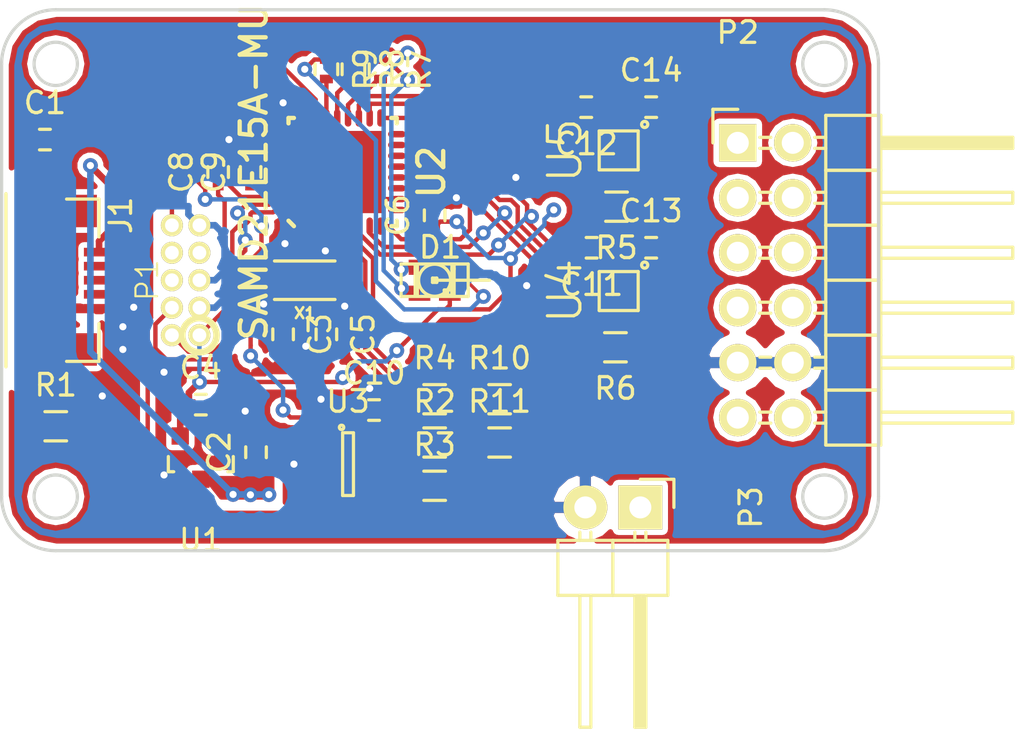
<source format=kicad_pcb>
(kicad_pcb (version 4) (host pcbnew 0.201503190816+5525~22~ubuntu14.10.1-product)

  (general
    (links 108)
    (no_connects 43)
    (area 99.924999 99.924999 140.575001 125.075001)
    (thickness 1.6)
    (drawings 13)
    (tracks 454)
    (zones 0)
    (modules 35)
    (nets 47)
  )

  (page A4)
  (layers
    (0 F.Cu signal)
    (31 B.Cu signal)
    (32 B.Adhes user)
    (33 F.Adhes user)
    (34 B.Paste user)
    (35 F.Paste user)
    (36 B.SilkS user)
    (37 F.SilkS user)
    (38 B.Mask user)
    (39 F.Mask user)
    (40 Dwgs.User user)
    (41 Cmts.User user)
    (42 Eco1.User user hide)
    (43 Eco2.User user hide)
    (44 Edge.Cuts user)
    (45 Margin user)
    (46 B.CrtYd user)
    (47 F.CrtYd user)
    (48 B.Fab user)
    (49 F.Fab user)
  )

  (setup
    (last_trace_width 0.2032)
    (user_trace_width 0.1524)
    (user_trace_width 0.2032)
    (user_trace_width 0.254)
    (user_trace_width 0.3048)
    (trace_clearance 0.1524)
    (zone_clearance 0.254)
    (zone_45_only yes)
    (trace_min 0.1524)
    (segment_width 0.15)
    (edge_width 0.15)
    (via_size 0.6858)
    (via_drill 0.3302)
    (via_min_size 0.6858)
    (via_min_drill 0.3302)
    (user_via 0.6858 0.3302)
    (uvia_size 0.3)
    (uvia_drill 0.1)
    (uvias_allowed no)
    (uvia_min_size 0)
    (uvia_min_drill 0)
    (pcb_text_width 0.3)
    (pcb_text_size 1.5 1.5)
    (mod_edge_width 0.15)
    (mod_text_size 0.000001 0.000001)
    (mod_text_width 0.15)
    (pad_size 1.4 1.4)
    (pad_drill 0.6)
    (pad_to_mask_clearance 0.2)
    (aux_axis_origin 69.5 108)
    (grid_origin 100 100)
    (visible_elements FFFEFF1F)
    (pcbplotparams
      (layerselection 0x00030_80000001)
      (usegerberextensions false)
      (excludeedgelayer true)
      (linewidth 0.100000)
      (plotframeref false)
      (viasonmask false)
      (mode 1)
      (useauxorigin false)
      (hpglpennumber 1)
      (hpglpenspeed 20)
      (hpglpendiameter 15)
      (hpglpenoverlay 2)
      (psnegative false)
      (psa4output false)
      (plotreference true)
      (plotvalue true)
      (plotinvisibletext false)
      (padsonsilk false)
      (subtractmaskfromsilk false)
      (outputformat 1)
      (mirror false)
      (drillshape 1)
      (scaleselection 1)
      (outputdirectory ""))
  )

  (net 0 "")
  (net 1 "Net-(C1-Pad1)")
  (net 2 GND)
  (net 3 +5V)
  (net 4 "Net-(C3-Pad1)")
  (net 5 +3.3V)
  (net 6 "Net-(C5-Pad1)")
  (net 7 "Net-(C9-Pad1)")
  (net 8 VAA)
  (net 9 /USB-)
  (net 10 /USB+)
  (net 11 "Net-(J1-Pad4)")
  (net 12 /SWCLK)
  (net 13 /SWDIO)
  (net 14 "Net-(P1-Pad6)")
  (net 15 "Net-(P1-Pad7)")
  (net 16 "Net-(P1-Pad8)")
  (net 17 /~RESET)
  (net 18 /X1)
  (net 19 /Y1)
  (net 20 /X2)
  (net 21 /Y2)
  (net 22 /X3)
  (net 23 /Y3)
  (net 24 /X4)
  (net 25 /Y4)
  (net 26 "Net-(R2-Pad2)")
  (net 27 /DAC)
  (net 28 /EN_Y)
  (net 29 /EN_X)
  (net 30 "Net-(D1-Pad1)")
  (net 31 /LED_R)
  (net 32 "Net-(D1-Pad3)")
  (net 33 /LED_G)
  (net 34 /LED_B)
  (net 35 /ADC_P)
  (net 36 /EN_P)
  (net 37 /X4M)
  (net 38 /X3M)
  (net 39 /X1M)
  (net 40 /X2M)
  (net 41 /Y2M)
  (net 42 /Y1M)
  (net 43 /Y4M)
  (net 44 /Y3M)
  (net 45 /ADC)
  (net 46 "Net-(D1-Pad2)")

  (net_class Default "This is the default net class."
    (clearance 0.1524)
    (trace_width 0.1524)
    (via_dia 0.6858)
    (via_drill 0.3302)
    (uvia_dia 0.3)
    (uvia_drill 0.1)
    (add_net +3.3V)
    (add_net +5V)
    (add_net /ADC)
    (add_net /ADC_P)
    (add_net /DAC)
    (add_net /EN_P)
    (add_net /EN_X)
    (add_net /EN_Y)
    (add_net /LED_B)
    (add_net /LED_G)
    (add_net /LED_R)
    (add_net /SWCLK)
    (add_net /SWDIO)
    (add_net /USB+)
    (add_net /USB-)
    (add_net /X1)
    (add_net /X1M)
    (add_net /X2)
    (add_net /X2M)
    (add_net /X3)
    (add_net /X3M)
    (add_net /X4)
    (add_net /X4M)
    (add_net /Y1)
    (add_net /Y1M)
    (add_net /Y2)
    (add_net /Y2M)
    (add_net /Y3)
    (add_net /Y3M)
    (add_net /Y4)
    (add_net /Y4M)
    (add_net /~RESET)
    (add_net GND)
    (add_net "Net-(C1-Pad1)")
    (add_net "Net-(C3-Pad1)")
    (add_net "Net-(C5-Pad1)")
    (add_net "Net-(C9-Pad1)")
    (add_net "Net-(D1-Pad1)")
    (add_net "Net-(D1-Pad2)")
    (add_net "Net-(D1-Pad3)")
    (add_net "Net-(J1-Pad4)")
    (add_net "Net-(P1-Pad6)")
    (add_net "Net-(P1-Pad7)")
    (add_net "Net-(P1-Pad8)")
    (add_net "Net-(R2-Pad2)")
    (add_net VAA)
  )

  (module Capacitors_SMD:C_0402 (layer F.Cu) (tedit 5415D599) (tstamp 550F3AA0)
    (at 111.5 107.5 90)
    (descr "Capacitor SMD 0402, reflow soldering, AVX (see smccp.pdf)")
    (tags "capacitor 0402")
    (path /550DF51B)
    (attr smd)
    (fp_text reference C9 (at 0 -1.7 90) (layer F.SilkS)
      (effects (font (size 1 1) (thickness 0.15)))
    )
    (fp_text value 100nF (at 0 1.7 90) (layer F.Fab)
      (effects (font (size 1 1) (thickness 0.15)))
    )
    (fp_line (start -1.15 -0.6) (end 1.15 -0.6) (layer F.CrtYd) (width 0.05))
    (fp_line (start -1.15 0.6) (end 1.15 0.6) (layer F.CrtYd) (width 0.05))
    (fp_line (start -1.15 -0.6) (end -1.15 0.6) (layer F.CrtYd) (width 0.05))
    (fp_line (start 1.15 -0.6) (end 1.15 0.6) (layer F.CrtYd) (width 0.05))
    (fp_line (start 0.25 -0.475) (end -0.25 -0.475) (layer F.SilkS) (width 0.15))
    (fp_line (start -0.25 0.475) (end 0.25 0.475) (layer F.SilkS) (width 0.15))
    (pad 1 smd rect (at -0.55 0 90) (size 0.6 0.5) (layers F.Cu F.Paste F.Mask)
      (net 7 "Net-(C9-Pad1)"))
    (pad 2 smd rect (at 0.55 0 90) (size 0.6 0.5) (layers F.Cu F.Paste F.Mask)
      (net 2 GND))
    (model Capacitors_SMD.3dshapes/C_0402.wrl
      (at (xyz 0 0 0))
      (scale (xyz 1 1 1))
      (rotate (xyz 0 0 0))
    )
  )

  (module lib:MICRO-USB-10104111 (layer F.Cu) (tedit 550F1C55) (tstamp 550F1F65)
    (at 104.5 112.5 270)
    (path /550DF812)
    (fp_text reference J1 (at -3 -1 270) (layer F.SilkS)
      (effects (font (size 1 1) (thickness 0.15)))
    )
    (fp_text value microUSB (at 0 -5.08 270) (layer F.SilkS) hide
      (effects (font (size 1 1) (thickness 0.15)))
    )
    (fp_text user "BOARD EDGE" (at 0 4.75 270) (layer F.SilkS) hide
      (effects (font (size 0.5 0.5) (thickness 0.05)))
    )
    (fp_line (start -3.75 0) (end -3.75 1.5) (layer F.SilkS) (width 0.15))
    (fp_line (start 3.75 0) (end 3.75 1.5) (layer F.SilkS) (width 0.15))
    (fp_line (start -2 0) (end -3.75 0) (layer F.SilkS) (width 0.15))
    (fp_line (start 2 0) (end 3.75 0) (layer F.SilkS) (width 0.15))
    (fp_line (start 4 4.3) (end -4 4.3) (layer F.SilkS) (width 0.15))
    (pad 1 smd rect (at -1.3 0 270) (size 0.4 1.4) (layers F.Cu F.Paste F.Mask)
      (net 3 +5V))
    (pad 2 smd rect (at -0.65 0 270) (size 0.4 1.4) (layers F.Cu F.Paste F.Mask)
      (net 9 /USB-))
    (pad 3 smd rect (at 0 0 270) (size 0.4 1.4) (layers F.Cu F.Paste F.Mask)
      (net 10 /USB+))
    (pad 4 smd rect (at 0.65 0 270) (size 0.4 1.4) (layers F.Cu F.Paste F.Mask)
      (net 11 "Net-(J1-Pad4)"))
    (pad 5 smd rect (at 1.3 0 270) (size 0.4 1.4) (layers F.Cu F.Paste F.Mask)
      (net 2 GND))
    (pad 0 smd rect (at -3.75 2.85 270) (size 2.3 1.9) (layers F.Cu F.Paste F.Mask)
      (net 1 "Net-(C1-Pad1)"))
    (pad 0 smd rect (at -1.2 2.85 270) (size 1.7 1.9) (layers F.Cu F.Paste F.Mask)
      (net 1 "Net-(C1-Pad1)"))
    (pad 0 smd rect (at 1.2 2.85 270) (size 1.7 1.9) (layers F.Cu F.Paste F.Mask)
      (net 1 "Net-(C1-Pad1)"))
    (pad 0 smd rect (at 3.75 2.85 270) (size 2.3 1.9) (layers F.Cu F.Paste F.Mask)
      (net 1 "Net-(C1-Pad1)"))
    (pad 0 smd rect (at 3.2 0.6 270) (size 1.5 1) (layers F.Cu F.Paste F.Mask)
      (net 1 "Net-(C1-Pad1)"))
    (pad 0 smd rect (at -3.2 0.6 270) (size 1.5 1) (layers F.Cu F.Paste F.Mask)
      (net 1 "Net-(C1-Pad1)"))
  )

  (module lib:CONN_02x05_0.05in (layer F.Cu) (tedit 54EBAE57) (tstamp 550F1C34)
    (at 108.5 112.5 90)
    (path /550E0C34)
    (fp_text reference P1 (at 0 -1.778 90) (layer F.SilkS)
      (effects (font (size 1 1) (thickness 0.1)))
    )
    (fp_text value CONN_02X05 (at 0 3.175 90) (layer F.SilkS) hide
      (effects (font (size 1.5 1.5) (thickness 0.15)))
    )
    (fp_circle (center -2.54 0.635) (end -1.75 0.6) (layer F.SilkS) (width 0.3))
    (pad 1 thru_hole circle (at -2.54 0.635 180) (size 1.016 1.016) (drill 0.635) (layers *.Cu *.Mask F.SilkS)
      (net 5 +3.3V))
    (pad 2 thru_hole circle (at -2.54 -0.635 180) (size 1.016 1.016) (drill 0.635) (layers *.Cu *.Mask F.SilkS)
      (net 12 /SWCLK))
    (pad 3 thru_hole circle (at -1.27 0.635 180) (size 1.016 1.016) (drill 0.635) (layers *.Cu *.Mask F.SilkS)
      (net 2 GND))
    (pad 4 thru_hole circle (at -1.27 -0.635 180) (size 1.016 1.016) (drill 0.635) (layers *.Cu *.Mask F.SilkS)
      (net 13 /SWDIO))
    (pad 5 thru_hole circle (at 0 0.635 180) (size 1.016 1.016) (drill 0.635) (layers *.Cu *.Mask F.SilkS)
      (net 2 GND))
    (pad 6 thru_hole circle (at 0 -0.635 180) (size 1.016 1.016) (drill 0.635) (layers *.Cu *.Mask F.SilkS)
      (net 14 "Net-(P1-Pad6)"))
    (pad 7 thru_hole circle (at 1.27 0.635 180) (size 1.016 1.016) (drill 0.635) (layers *.Cu *.Mask F.SilkS)
      (net 15 "Net-(P1-Pad7)"))
    (pad 8 thru_hole circle (at 1.27 -0.635 180) (size 1.016 1.016) (drill 0.635) (layers *.Cu *.Mask F.SilkS)
      (net 16 "Net-(P1-Pad8)"))
    (pad 9 thru_hole circle (at 2.54 0.635 180) (size 1.016 1.016) (drill 0.635) (layers *.Cu *.Mask F.SilkS)
      (net 2 GND))
    (pad 10 thru_hole circle (at 2.54 -0.635 180) (size 1.016 1.016) (drill 0.635) (layers *.Cu *.Mask F.SilkS)
      (net 17 /~RESET))
    (model Pin_Headers/Pin_Header_Straight_2x05.wrl
      (at (xyz 0 0 0))
      (scale (xyz 0.5 0.5 0.5))
      (rotate (xyz 0 0 0))
    )
  )

  (module Resistors_SMD:R_0603 (layer F.Cu) (tedit 5415CC62) (tstamp 550F1C48)
    (at 102.5 119.25)
    (descr "Resistor SMD 0603, reflow soldering, Vishay (see dcrcw.pdf)")
    (tags "resistor 0603")
    (path /550E02E7)
    (attr smd)
    (fp_text reference R1 (at 0 -1.9) (layer F.SilkS)
      (effects (font (size 1 1) (thickness 0.15)))
    )
    (fp_text value R (at 0 1.9) (layer F.Fab)
      (effects (font (size 1 1) (thickness 0.15)))
    )
    (fp_line (start -1.3 -0.8) (end 1.3 -0.8) (layer F.CrtYd) (width 0.05))
    (fp_line (start -1.3 0.8) (end 1.3 0.8) (layer F.CrtYd) (width 0.05))
    (fp_line (start -1.3 -0.8) (end -1.3 0.8) (layer F.CrtYd) (width 0.05))
    (fp_line (start 1.3 -0.8) (end 1.3 0.8) (layer F.CrtYd) (width 0.05))
    (fp_line (start 0.5 0.675) (end -0.5 0.675) (layer F.SilkS) (width 0.15))
    (fp_line (start -0.5 -0.675) (end 0.5 -0.675) (layer F.SilkS) (width 0.15))
    (pad 1 smd rect (at -0.75 0) (size 0.5 0.9) (layers F.Cu F.Paste F.Mask)
      (net 1 "Net-(C1-Pad1)"))
    (pad 2 smd rect (at 0.75 0) (size 0.5 0.9) (layers F.Cu F.Paste F.Mask)
      (net 2 GND))
    (model Resistors_SMD.3dshapes/R_0603.wrl
      (at (xyz 0 0 0))
      (scale (xyz 1 1 1))
      (rotate (xyz 0 0 0))
    )
  )

  (module Resistors_SMD:R_0603 (layer F.Cu) (tedit 5415CC62) (tstamp 550F1C4E)
    (at 120 120)
    (descr "Resistor SMD 0603, reflow soldering, Vishay (see dcrcw.pdf)")
    (tags "resistor 0603")
    (path /550F28E4)
    (attr smd)
    (fp_text reference R2 (at 0 -1.9) (layer F.SilkS)
      (effects (font (size 1 1) (thickness 0.15)))
    )
    (fp_text value R (at 0 1.9) (layer F.Fab)
      (effects (font (size 1 1) (thickness 0.15)))
    )
    (fp_line (start -1.3 -0.8) (end 1.3 -0.8) (layer F.CrtYd) (width 0.05))
    (fp_line (start -1.3 0.8) (end 1.3 0.8) (layer F.CrtYd) (width 0.05))
    (fp_line (start -1.3 -0.8) (end -1.3 0.8) (layer F.CrtYd) (width 0.05))
    (fp_line (start 1.3 -0.8) (end 1.3 0.8) (layer F.CrtYd) (width 0.05))
    (fp_line (start 0.5 0.675) (end -0.5 0.675) (layer F.SilkS) (width 0.15))
    (fp_line (start -0.5 -0.675) (end 0.5 -0.675) (layer F.SilkS) (width 0.15))
    (pad 1 smd rect (at -0.75 0) (size 0.5 0.9) (layers F.Cu F.Paste F.Mask)
      (net 8 VAA))
    (pad 2 smd rect (at 0.75 0) (size 0.5 0.9) (layers F.Cu F.Paste F.Mask)
      (net 26 "Net-(R2-Pad2)"))
    (model Resistors_SMD.3dshapes/R_0603.wrl
      (at (xyz 0 0 0))
      (scale (xyz 1 1 1))
      (rotate (xyz 0 0 0))
    )
  )

  (module Resistors_SMD:R_0603 (layer F.Cu) (tedit 5415CC62) (tstamp 550F1C54)
    (at 120 122)
    (descr "Resistor SMD 0603, reflow soldering, Vishay (see dcrcw.pdf)")
    (tags "resistor 0603")
    (path /550F2918)
    (attr smd)
    (fp_text reference R3 (at 0 -1.9) (layer F.SilkS)
      (effects (font (size 1 1) (thickness 0.15)))
    )
    (fp_text value R (at 0 1.9) (layer F.Fab)
      (effects (font (size 1 1) (thickness 0.15)))
    )
    (fp_line (start -1.3 -0.8) (end 1.3 -0.8) (layer F.CrtYd) (width 0.05))
    (fp_line (start -1.3 0.8) (end 1.3 0.8) (layer F.CrtYd) (width 0.05))
    (fp_line (start -1.3 -0.8) (end -1.3 0.8) (layer F.CrtYd) (width 0.05))
    (fp_line (start 1.3 -0.8) (end 1.3 0.8) (layer F.CrtYd) (width 0.05))
    (fp_line (start 0.5 0.675) (end -0.5 0.675) (layer F.SilkS) (width 0.15))
    (fp_line (start -0.5 -0.675) (end 0.5 -0.675) (layer F.SilkS) (width 0.15))
    (pad 1 smd rect (at -0.75 0) (size 0.5 0.9) (layers F.Cu F.Paste F.Mask)
      (net 26 "Net-(R2-Pad2)"))
    (pad 2 smd rect (at 0.75 0) (size 0.5 0.9) (layers F.Cu F.Paste F.Mask)
      (net 2 GND))
    (model Resistors_SMD.3dshapes/R_0603.wrl
      (at (xyz 0 0 0))
      (scale (xyz 1 1 1))
      (rotate (xyz 0 0 0))
    )
  )

  (module Resistors_SMD:R_0603 (layer F.Cu) (tedit 5415CC62) (tstamp 550F1C5A)
    (at 120 118)
    (descr "Resistor SMD 0603, reflow soldering, Vishay (see dcrcw.pdf)")
    (tags "resistor 0603")
    (path /550F30C7)
    (attr smd)
    (fp_text reference R4 (at 0 -1.9) (layer F.SilkS)
      (effects (font (size 1 1) (thickness 0.15)))
    )
    (fp_text value R (at 0 1.9) (layer F.Fab)
      (effects (font (size 1 1) (thickness 0.15)))
    )
    (fp_line (start -1.3 -0.8) (end 1.3 -0.8) (layer F.CrtYd) (width 0.05))
    (fp_line (start -1.3 0.8) (end 1.3 0.8) (layer F.CrtYd) (width 0.05))
    (fp_line (start -1.3 -0.8) (end -1.3 0.8) (layer F.CrtYd) (width 0.05))
    (fp_line (start 1.3 -0.8) (end 1.3 0.8) (layer F.CrtYd) (width 0.05))
    (fp_line (start 0.5 0.675) (end -0.5 0.675) (layer F.SilkS) (width 0.15))
    (fp_line (start -0.5 -0.675) (end 0.5 -0.675) (layer F.SilkS) (width 0.15))
    (pad 1 smd rect (at -0.75 0) (size 0.5 0.9) (layers F.Cu F.Paste F.Mask)
      (net 27 /DAC))
    (pad 2 smd rect (at 0.75 0) (size 0.5 0.9) (layers F.Cu F.Paste F.Mask)
      (net 26 "Net-(R2-Pad2)"))
    (model Resistors_SMD.3dshapes/R_0603.wrl
      (at (xyz 0 0 0))
      (scale (xyz 1 1 1))
      (rotate (xyz 0 0 0))
    )
  )

  (module Resistors_SMD:R_0603 (layer F.Cu) (tedit 5415CC62) (tstamp 550F1C60)
    (at 128.4 109.1 180)
    (descr "Resistor SMD 0603, reflow soldering, Vishay (see dcrcw.pdf)")
    (tags "resistor 0603")
    (path /550E5121)
    (attr smd)
    (fp_text reference R5 (at 0 -1.9 180) (layer F.SilkS)
      (effects (font (size 1 1) (thickness 0.15)))
    )
    (fp_text value R (at 0 1.9 180) (layer F.Fab)
      (effects (font (size 1 1) (thickness 0.15)))
    )
    (fp_line (start -1.3 -0.8) (end 1.3 -0.8) (layer F.CrtYd) (width 0.05))
    (fp_line (start -1.3 0.8) (end 1.3 0.8) (layer F.CrtYd) (width 0.05))
    (fp_line (start -1.3 -0.8) (end -1.3 0.8) (layer F.CrtYd) (width 0.05))
    (fp_line (start 1.3 -0.8) (end 1.3 0.8) (layer F.CrtYd) (width 0.05))
    (fp_line (start 0.5 0.675) (end -0.5 0.675) (layer F.SilkS) (width 0.15))
    (fp_line (start -0.5 -0.675) (end 0.5 -0.675) (layer F.SilkS) (width 0.15))
    (pad 1 smd rect (at -0.75 0 180) (size 0.5 0.9) (layers F.Cu F.Paste F.Mask)
      (net 28 /EN_Y))
    (pad 2 smd rect (at 0.75 0 180) (size 0.5 0.9) (layers F.Cu F.Paste F.Mask)
      (net 2 GND))
    (model Resistors_SMD.3dshapes/R_0603.wrl
      (at (xyz 0 0 0))
      (scale (xyz 1 1 1))
      (rotate (xyz 0 0 0))
    )
  )

  (module Resistors_SMD:R_0603 (layer F.Cu) (tedit 5415CC62) (tstamp 550F1C66)
    (at 128.35 115.6 180)
    (descr "Resistor SMD 0603, reflow soldering, Vishay (see dcrcw.pdf)")
    (tags "resistor 0603")
    (path /550E5082)
    (attr smd)
    (fp_text reference R6 (at 0 -1.9 180) (layer F.SilkS)
      (effects (font (size 1 1) (thickness 0.15)))
    )
    (fp_text value R (at 0 1.9 180) (layer F.Fab)
      (effects (font (size 1 1) (thickness 0.15)))
    )
    (fp_line (start -1.3 -0.8) (end 1.3 -0.8) (layer F.CrtYd) (width 0.05))
    (fp_line (start -1.3 0.8) (end 1.3 0.8) (layer F.CrtYd) (width 0.05))
    (fp_line (start -1.3 -0.8) (end -1.3 0.8) (layer F.CrtYd) (width 0.05))
    (fp_line (start 1.3 -0.8) (end 1.3 0.8) (layer F.CrtYd) (width 0.05))
    (fp_line (start 0.5 0.675) (end -0.5 0.675) (layer F.SilkS) (width 0.15))
    (fp_line (start -0.5 -0.675) (end 0.5 -0.675) (layer F.SilkS) (width 0.15))
    (pad 1 smd rect (at -0.75 0 180) (size 0.5 0.9) (layers F.Cu F.Paste F.Mask)
      (net 29 /EN_X))
    (pad 2 smd rect (at 0.75 0 180) (size 0.5 0.9) (layers F.Cu F.Paste F.Mask)
      (net 2 GND))
    (model Resistors_SMD.3dshapes/R_0603.wrl
      (at (xyz 0 0 0))
      (scale (xyz 1 1 1))
      (rotate (xyz 0 0 0))
    )
  )

  (module Resistors_SMD:R_0603 (layer F.Cu) (tedit 5415CC62) (tstamp 550F1C7E)
    (at 123 118)
    (descr "Resistor SMD 0603, reflow soldering, Vishay (see dcrcw.pdf)")
    (tags "resistor 0603")
    (path /550FC4D9)
    (attr smd)
    (fp_text reference R10 (at 0 -1.9) (layer F.SilkS)
      (effects (font (size 1 1) (thickness 0.15)))
    )
    (fp_text value R (at 0 1.9) (layer F.Fab)
      (effects (font (size 1 1) (thickness 0.15)))
    )
    (fp_line (start -1.3 -0.8) (end 1.3 -0.8) (layer F.CrtYd) (width 0.05))
    (fp_line (start -1.3 0.8) (end 1.3 0.8) (layer F.CrtYd) (width 0.05))
    (fp_line (start -1.3 -0.8) (end -1.3 0.8) (layer F.CrtYd) (width 0.05))
    (fp_line (start 1.3 -0.8) (end 1.3 0.8) (layer F.CrtYd) (width 0.05))
    (fp_line (start 0.5 0.675) (end -0.5 0.675) (layer F.SilkS) (width 0.15))
    (fp_line (start -0.5 -0.675) (end 0.5 -0.675) (layer F.SilkS) (width 0.15))
    (pad 1 smd rect (at -0.75 0) (size 0.5 0.9) (layers F.Cu F.Paste F.Mask)
      (net 8 VAA))
    (pad 2 smd rect (at 0.75 0) (size 0.5 0.9) (layers F.Cu F.Paste F.Mask)
      (net 35 /ADC_P))
    (model Resistors_SMD.3dshapes/R_0603.wrl
      (at (xyz 0 0 0))
      (scale (xyz 1 1 1))
      (rotate (xyz 0 0 0))
    )
  )

  (module Resistors_SMD:R_0603 (layer F.Cu) (tedit 5415CC62) (tstamp 550F1C84)
    (at 123 120)
    (descr "Resistor SMD 0603, reflow soldering, Vishay (see dcrcw.pdf)")
    (tags "resistor 0603")
    (path /550FC5C4)
    (attr smd)
    (fp_text reference R11 (at 0 -1.9) (layer F.SilkS)
      (effects (font (size 1 1) (thickness 0.15)))
    )
    (fp_text value R (at 0 1.9) (layer F.Fab)
      (effects (font (size 1 1) (thickness 0.15)))
    )
    (fp_line (start -1.3 -0.8) (end 1.3 -0.8) (layer F.CrtYd) (width 0.05))
    (fp_line (start -1.3 0.8) (end 1.3 0.8) (layer F.CrtYd) (width 0.05))
    (fp_line (start -1.3 -0.8) (end -1.3 0.8) (layer F.CrtYd) (width 0.05))
    (fp_line (start 1.3 -0.8) (end 1.3 0.8) (layer F.CrtYd) (width 0.05))
    (fp_line (start 0.5 0.675) (end -0.5 0.675) (layer F.SilkS) (width 0.15))
    (fp_line (start -0.5 -0.675) (end 0.5 -0.675) (layer F.SilkS) (width 0.15))
    (pad 1 smd rect (at -0.75 0) (size 0.5 0.9) (layers F.Cu F.Paste F.Mask)
      (net 35 /ADC_P))
    (pad 2 smd rect (at 0.75 0) (size 0.5 0.9) (layers F.Cu F.Paste F.Mask)
      (net 2 GND))
    (model Resistors_SMD.3dshapes/R_0603.wrl
      (at (xyz 0 0 0))
      (scale (xyz 1 1 1))
      (rotate (xyz 0 0 0))
    )
  )

  (module Housings_SOT-23_SOT-143_TSOT-6:SOT-23 (layer F.Cu) (tedit 54E9291B) (tstamp 550F1C8B)
    (at 109.2 120.7 180)
    (descr "SOT-23, Standard")
    (tags SOT-23)
    (path /550F091F)
    (attr smd)
    (fp_text reference U1 (at 0 -3.81 180) (layer F.SilkS)
      (effects (font (size 1 1) (thickness 0.15)))
    )
    (fp_text value AP2120N (at 0 3.81 180) (layer F.Fab)
      (effects (font (size 1 1) (thickness 0.15)))
    )
    (fp_line (start 1.29916 -0.65024) (end 1.2509 -0.65024) (layer F.SilkS) (width 0.15))
    (fp_line (start -1.49982 0.0508) (end -1.49982 -0.65024) (layer F.SilkS) (width 0.15))
    (fp_line (start -1.49982 -0.65024) (end -1.2509 -0.65024) (layer F.SilkS) (width 0.15))
    (fp_line (start 1.29916 -0.65024) (end 1.49982 -0.65024) (layer F.SilkS) (width 0.15))
    (fp_line (start 1.49982 -0.65024) (end 1.49982 0.0508) (layer F.SilkS) (width 0.15))
    (pad 1 smd rect (at -0.95 1.00076 180) (size 0.8001 0.8001) (layers F.Cu F.Paste F.Mask)
      (net 2 GND))
    (pad 2 smd rect (at 0.95 1.00076 180) (size 0.8001 0.8001) (layers F.Cu F.Paste F.Mask)
      (net 5 +3.3V))
    (pad 3 smd rect (at 0 -0.99822 180) (size 0.8001 0.8001) (layers F.Cu F.Paste F.Mask)
      (net 3 +5V))
    (model Housings_SOT-23_SOT-143_TSOT-6.3dshapes/SOT-23.wrl
      (at (xyz 0 0 0))
      (scale (xyz 1 1 1))
      (rotate (xyz 0 0 0))
    )
  )

  (module Housings_SOT-23_SOT-143_TSOT-6:SOT-23-5 (layer F.Cu) (tedit 53DE885F) (tstamp 550F1C94)
    (at 116 121)
    (descr "5-pin SOT23 package")
    (tags SOT-23-5)
    (path /550F09D2)
    (attr smd)
    (fp_text reference U3 (at 0 -2.9) (layer F.SilkS)
      (effects (font (size 1 1) (thickness 0.15)))
    )
    (fp_text value TPS73101 (at 0 2.9) (layer F.Fab)
      (effects (font (size 1 1) (thickness 0.15)))
    )
    (fp_circle (center -0.3 -1.7) (end -0.2 -1.7) (layer F.SilkS) (width 0.15))
    (fp_line (start 0.25 -1.45) (end -0.25 -1.45) (layer F.SilkS) (width 0.15))
    (fp_line (start 0.25 1.45) (end 0.25 -1.45) (layer F.SilkS) (width 0.15))
    (fp_line (start -0.25 1.45) (end 0.25 1.45) (layer F.SilkS) (width 0.15))
    (fp_line (start -0.25 -1.45) (end -0.25 1.45) (layer F.SilkS) (width 0.15))
    (pad 1 smd rect (at -1.1 -0.95) (size 1.06 0.65) (layers F.Cu F.Paste F.Mask)
      (net 3 +5V))
    (pad 2 smd rect (at -1.1 0) (size 1.06 0.65) (layers F.Cu F.Paste F.Mask)
      (net 2 GND))
    (pad 3 smd rect (at -1.1 0.95) (size 1.06 0.65) (layers F.Cu F.Paste F.Mask)
      (net 36 /EN_P))
    (pad 4 smd rect (at 1.1 0.95) (size 1.06 0.65) (layers F.Cu F.Paste F.Mask)
      (net 26 "Net-(R2-Pad2)"))
    (pad 5 smd rect (at 1.1 -0.95) (size 1.06 0.65) (layers F.Cu F.Paste F.Mask)
      (net 8 VAA))
    (model Housings_SOT-23_SOT-143_TSOT-6.3dshapes/SOT-23-5.wrl
      (at (xyz 0 0 0))
      (scale (xyz 1 1 1))
      (rotate (xyz 0 0 0))
    )
  )

  (module lib:FC-135 (layer F.Cu) (tedit 54DA6E22) (tstamp 550F2E03)
    (at 114 112.5 180)
    (path /550DFBD7)
    (fp_text reference X1 (at 0 -1.524 180) (layer F.SilkS)
      (effects (font (size 0.5 0.5) (thickness 0.125)))
    )
    (fp_text value CRYSTAL (at 0 0 180) (layer F.SilkS) hide
      (effects (font (size 1.5 1.5) (thickness 0.15)))
    )
    (fp_line (start -1.397 0.889) (end 1.397 0.889) (layer F.SilkS) (width 0.15))
    (fp_line (start -1.397 -0.889) (end 1.397 -0.889) (layer F.SilkS) (width 0.15))
    (pad 1 smd rect (at 1.175 0 180) (size 0.65 1.3) (layers F.Cu F.Paste F.Mask)
      (net 4 "Net-(C3-Pad1)"))
    (pad 2 smd rect (at -1.175 0 180) (size 0.65 1.3) (layers F.Cu F.Paste F.Mask)
      (net 6 "Net-(C5-Pad1)"))
    (model SMD_Packages/SMD-0402.wrl
      (at (xyz 0 0 0))
      (scale (xyz 0.12 0.15 0.1))
      (rotate (xyz 0 0 0))
    )
  )

  (module lib:UMLP-12 (layer F.Cu) (tedit 550F26F0) (tstamp 550F2FB9)
    (at 128.5 113 270)
    (path /550E2D16)
    (fp_text reference U4 (at 0 2.48 270) (layer F.SilkS)
      (effects (font (size 1.5 1.5) (thickness 0.15)))
    )
    (fp_text value FXMAR2104 (at 0.03 -2.66 270) (layer F.Fab)
      (effects (font (size 1.5 1.5) (thickness 0.15)))
    )
    (fp_line (start 0.9 -0.9) (end 0.9 0.9) (layer F.SilkS) (width 0.15))
    (fp_line (start -0.9 -0.9) (end 0.9 -0.9) (layer F.SilkS) (width 0.15))
    (fp_circle (center -1.2 -1.2) (end -1.1 -1.3) (layer F.SilkS) (width 0.15))
    (fp_line (start -0.9 0.9) (end 0.9 0.9) (layer F.SilkS) (width 0.15))
    (fp_line (start -0.9 -0.9) (end -0.9 0.9) (layer F.SilkS) (width 0.15))
    (pad 3 smd rect (at -0.6 0.7685 270) (size 0.2 0.563) (layers F.Cu F.Paste F.Mask)
      (net 37 /X4M))
    (pad 4 smd rect (at -0.2 0.7685 270) (size 0.2 0.563) (layers F.Cu F.Paste F.Mask)
      (net 38 /X3M))
    (pad 5 smd rect (at 0.2 0.7685 270) (size 0.2 0.563) (layers F.Cu F.Paste F.Mask)
      (net 39 /X1M))
    (pad 6 smd rect (at 0.6 0.7685 270) (size 0.2 0.563) (layers F.Cu F.Paste F.Mask)
      (net 40 /X2M))
    (pad 12 smd rect (at -0.6 -0.7685 270) (size 0.2 0.563) (layers F.Cu F.Paste F.Mask)
      (net 24 /X4))
    (pad 11 smd rect (at -0.2 -0.7685 270) (size 0.2 0.563) (layers F.Cu F.Paste F.Mask)
      (net 22 /X3))
    (pad 10 smd rect (at 0.2 -0.7685 270) (size 0.2 0.563) (layers F.Cu F.Paste F.Mask)
      (net 18 /X1))
    (pad 9 smd rect (at 0.6 -0.7685 270) (size 0.2 0.563) (layers F.Cu F.Paste F.Mask)
      (net 20 /X2))
    (pad 2 smd rect (at -0.756 0.2) (size 0.2 0.588) (layers F.Cu F.Paste F.Mask)
      (net 5 +3.3V))
    (pad 7 smd rect (at 0.756 0.2) (size 0.2 0.588) (layers F.Cu F.Paste F.Mask)
      (net 2 GND))
    (pad 1 smd rect (at -0.756 -0.2) (size 0.2 0.588) (layers F.Cu F.Paste F.Mask)
      (net 8 VAA))
    (pad 8 smd rect (at 0.756 -0.2) (size 0.2 0.588) (layers F.Cu F.Paste F.Mask)
      (net 29 /EN_X))
  )

  (module lib:UMLP-12 (layer F.Cu) (tedit 550F26F0) (tstamp 550F2FCE)
    (at 128.5 106.5 270)
    (path /550E2DE6)
    (fp_text reference U5 (at 0 2.48 270) (layer F.SilkS)
      (effects (font (size 1.5 1.5) (thickness 0.15)))
    )
    (fp_text value FXMAR2104 (at 0.03 -2.66 270) (layer F.Fab)
      (effects (font (size 1.5 1.5) (thickness 0.15)))
    )
    (fp_line (start 0.9 -0.9) (end 0.9 0.9) (layer F.SilkS) (width 0.15))
    (fp_line (start -0.9 -0.9) (end 0.9 -0.9) (layer F.SilkS) (width 0.15))
    (fp_circle (center -1.2 -1.2) (end -1.1 -1.3) (layer F.SilkS) (width 0.15))
    (fp_line (start -0.9 0.9) (end 0.9 0.9) (layer F.SilkS) (width 0.15))
    (fp_line (start -0.9 -0.9) (end -0.9 0.9) (layer F.SilkS) (width 0.15))
    (pad 3 smd rect (at -0.6 0.7685 270) (size 0.2 0.563) (layers F.Cu F.Paste F.Mask)
      (net 41 /Y2M))
    (pad 4 smd rect (at -0.2 0.7685 270) (size 0.2 0.563) (layers F.Cu F.Paste F.Mask)
      (net 42 /Y1M))
    (pad 5 smd rect (at 0.2 0.7685 270) (size 0.2 0.563) (layers F.Cu F.Paste F.Mask)
      (net 43 /Y4M))
    (pad 6 smd rect (at 0.6 0.7685 270) (size 0.2 0.563) (layers F.Cu F.Paste F.Mask)
      (net 44 /Y3M))
    (pad 12 smd rect (at -0.6 -0.7685 270) (size 0.2 0.563) (layers F.Cu F.Paste F.Mask)
      (net 21 /Y2))
    (pad 11 smd rect (at -0.2 -0.7685 270) (size 0.2 0.563) (layers F.Cu F.Paste F.Mask)
      (net 19 /Y1))
    (pad 10 smd rect (at 0.2 -0.7685 270) (size 0.2 0.563) (layers F.Cu F.Paste F.Mask)
      (net 25 /Y4))
    (pad 9 smd rect (at 0.6 -0.7685 270) (size 0.2 0.563) (layers F.Cu F.Paste F.Mask)
      (net 23 /Y3))
    (pad 2 smd rect (at -0.756 0.2) (size 0.2 0.588) (layers F.Cu F.Paste F.Mask)
      (net 5 +3.3V))
    (pad 7 smd rect (at 0.756 0.2) (size 0.2 0.588) (layers F.Cu F.Paste F.Mask)
      (net 2 GND))
    (pad 1 smd rect (at -0.756 -0.2) (size 0.2 0.588) (layers F.Cu F.Paste F.Mask)
      (net 8 VAA))
    (pad 8 smd rect (at 0.756 -0.2) (size 0.2 0.588) (layers F.Cu F.Paste F.Mask)
      (net 28 /EN_Y))
  )

  (module Pin_Headers:Pin_Header_Angled_1x02 (layer F.Cu) (tedit 0) (tstamp 550F3750)
    (at 129.5 123 270)
    (descr "Through hole pin header")
    (tags "pin header")
    (path /550FBA24)
    (fp_text reference P3 (at 0 -5.1 270) (layer F.SilkS)
      (effects (font (size 1 1) (thickness 0.15)))
    )
    (fp_text value CONN_2 (at 0 -3.1 270) (layer F.Fab)
      (effects (font (size 1 1) (thickness 0.15)))
    )
    (fp_line (start -1.5 -1.75) (end -1.5 4.3) (layer F.CrtYd) (width 0.05))
    (fp_line (start 10.65 -1.75) (end 10.65 4.3) (layer F.CrtYd) (width 0.05))
    (fp_line (start -1.5 -1.75) (end 10.65 -1.75) (layer F.CrtYd) (width 0.05))
    (fp_line (start -1.5 4.3) (end 10.65 4.3) (layer F.CrtYd) (width 0.05))
    (fp_line (start -1.3 -1.55) (end -1.3 0) (layer F.SilkS) (width 0.15))
    (fp_line (start 0 -1.55) (end -1.3 -1.55) (layer F.SilkS) (width 0.15))
    (fp_line (start 4.191 -0.127) (end 10.033 -0.127) (layer F.SilkS) (width 0.15))
    (fp_line (start 10.033 -0.127) (end 10.033 0.127) (layer F.SilkS) (width 0.15))
    (fp_line (start 10.033 0.127) (end 4.191 0.127) (layer F.SilkS) (width 0.15))
    (fp_line (start 4.191 0.127) (end 4.191 0) (layer F.SilkS) (width 0.15))
    (fp_line (start 4.191 0) (end 10.033 0) (layer F.SilkS) (width 0.15))
    (fp_line (start 1.524 -0.254) (end 1.143 -0.254) (layer F.SilkS) (width 0.15))
    (fp_line (start 1.524 0.254) (end 1.143 0.254) (layer F.SilkS) (width 0.15))
    (fp_line (start 1.524 2.286) (end 1.143 2.286) (layer F.SilkS) (width 0.15))
    (fp_line (start 1.524 2.794) (end 1.143 2.794) (layer F.SilkS) (width 0.15))
    (fp_line (start 1.524 -1.27) (end 4.064 -1.27) (layer F.SilkS) (width 0.15))
    (fp_line (start 1.524 1.27) (end 4.064 1.27) (layer F.SilkS) (width 0.15))
    (fp_line (start 1.524 1.27) (end 1.524 3.81) (layer F.SilkS) (width 0.15))
    (fp_line (start 1.524 3.81) (end 4.064 3.81) (layer F.SilkS) (width 0.15))
    (fp_line (start 4.064 2.286) (end 10.16 2.286) (layer F.SilkS) (width 0.15))
    (fp_line (start 10.16 2.286) (end 10.16 2.794) (layer F.SilkS) (width 0.15))
    (fp_line (start 10.16 2.794) (end 4.064 2.794) (layer F.SilkS) (width 0.15))
    (fp_line (start 4.064 3.81) (end 4.064 1.27) (layer F.SilkS) (width 0.15))
    (fp_line (start 4.064 1.27) (end 4.064 -1.27) (layer F.SilkS) (width 0.15))
    (fp_line (start 10.16 0.254) (end 4.064 0.254) (layer F.SilkS) (width 0.15))
    (fp_line (start 10.16 -0.254) (end 10.16 0.254) (layer F.SilkS) (width 0.15))
    (fp_line (start 4.064 -0.254) (end 10.16 -0.254) (layer F.SilkS) (width 0.15))
    (fp_line (start 1.524 1.27) (end 4.064 1.27) (layer F.SilkS) (width 0.15))
    (fp_line (start 1.524 -1.27) (end 1.524 1.27) (layer F.SilkS) (width 0.15))
    (pad 1 thru_hole rect (at 0 0 270) (size 2.032 2.032) (drill 1.016) (layers *.Cu *.Mask F.SilkS)
      (net 45 /ADC))
    (pad 2 thru_hole oval (at 0 2.54 270) (size 2.032 2.032) (drill 1.016) (layers *.Cu *.Mask F.SilkS)
      (net 2 GND))
    (model Pin_Headers.3dshapes/Pin_Header_Angled_1x02.wrl
      (at (xyz 0 -0.05 0))
      (scale (xyz 1 1 1))
      (rotate (xyz 0 0 90))
    )
  )

  (module lib:QFP32 (layer F.Cu) (tedit 550F30C5) (tstamp 550F377C)
    (at 115.75 107.5 90)
    (path /550DF687)
    (fp_text reference U2 (at 0 4.1 90) (layer F.SilkS)
      (effects (font (size 1.2 1.2) (thickness 0.2)))
    )
    (fp_text value SAMD21E15A-MU (at 0 -4.1 90) (layer F.SilkS)
      (effects (font (size 1.2 1.2) (thickness 0.2)))
    )
    (fp_line (start -2.5 -2.25) (end -2.25 -2.5) (layer F.SilkS) (width 0.2))
    (fp_line (start 2.25 -2.5) (end 2.5 -2.5) (layer F.SilkS) (width 0.2))
    (fp_line (start 2.5 -2.5) (end 2.5 -2.25) (layer F.SilkS) (width 0.2))
    (fp_line (start -2.25 2.5) (end -2.5 2.5) (layer F.SilkS) (width 0.2))
    (fp_line (start -2.5 2.5) (end -2.5 2.25) (layer F.SilkS) (width 0.2))
    (fp_line (start 2.25 2.5) (end 2.5 2.5) (layer F.SilkS) (width 0.2))
    (fp_line (start 2.5 2.5) (end 2.5 2.25) (layer F.SilkS) (width 0.2))
    (pad 1 smd oval (at -2.5 -1.75 90) (size 0.8 0.3) (layers F.Cu F.Paste F.Mask)
      (net 4 "Net-(C3-Pad1)"))
    (pad 2 smd oval (at -2.5 -1.25 90) (size 0.8 0.3) (layers F.Cu F.Paste F.Mask)
      (net 6 "Net-(C5-Pad1)"))
    (pad 3 smd oval (at -2.5 -0.75 90) (size 0.8 0.3) (layers F.Cu F.Paste F.Mask)
      (net 27 /DAC))
    (pad 4 smd oval (at -2.5 -0.25 90) (size 0.8 0.3) (layers F.Cu F.Paste F.Mask)
      (net 35 /ADC_P))
    (pad 5 smd oval (at -2.5 0.25 90) (size 0.8 0.3) (layers F.Cu F.Paste F.Mask)
      (net 45 /ADC))
    (pad 6 smd oval (at -2.5 0.75 90) (size 0.8 0.3) (layers F.Cu F.Paste F.Mask)
      (net 37 /X4M))
    (pad 7 smd oval (at -2.5 1.25 90) (size 0.8 0.3) (layers F.Cu F.Paste F.Mask)
      (net 39 /X1M))
    (pad 8 smd oval (at -2.5 1.75 90) (size 0.8 0.3) (layers F.Cu F.Paste F.Mask)
      (net 40 /X2M))
    (pad 9 smd oval (at -1.75 2.5 90) (size 0.3 0.8) (layers F.Cu F.Paste F.Mask)
      (net 5 +3.3V))
    (pad 10 smd oval (at -1.25 2.5 90) (size 0.3 0.8) (layers F.Cu F.Paste F.Mask)
      (net 2 GND))
    (pad 11 smd oval (at -0.75 2.5 90) (size 0.3 0.8) (layers F.Cu F.Paste F.Mask)
      (net 40 /X2M))
    (pad 12 smd oval (at -0.25 2.5 90) (size 0.3 0.8) (layers F.Cu F.Paste F.Mask)
      (net 39 /X1M))
    (pad 13 smd oval (at 0.25 2.5 90) (size 0.3 0.8) (layers F.Cu F.Paste F.Mask)
      (net 38 /X3M))
    (pad 14 smd oval (at 0.75 2.5 90) (size 0.3 0.8) (layers F.Cu F.Paste F.Mask)
      (net 37 /X4M))
    (pad 15 smd oval (at 1.25 2.5 90) (size 0.3 0.8) (layers F.Cu F.Paste F.Mask)
      (net 44 /Y3M))
    (pad 16 smd oval (at 1.75 2.5 90) (size 0.3 0.8) (layers F.Cu F.Paste F.Mask)
      (net 43 /Y4M))
    (pad 17 smd oval (at 2.5 1.75 90) (size 0.8 0.3) (layers F.Cu F.Paste F.Mask)
      (net 42 /Y1M))
    (pad 18 smd oval (at 2.5 1.25 90) (size 0.8 0.3) (layers F.Cu F.Paste F.Mask)
      (net 41 /Y2M))
    (pad 19 smd oval (at 2.5 0.75 90) (size 0.8 0.3) (layers F.Cu F.Paste F.Mask)
      (net 28 /EN_Y))
    (pad 20 smd oval (at 2.5 0.25 90) (size 0.8 0.3) (layers F.Cu F.Paste F.Mask)
      (net 31 /LED_R))
    (pad 21 smd oval (at 2.5 -0.25 90) (size 0.8 0.3) (layers F.Cu F.Paste F.Mask)
      (net 33 /LED_G))
    (pad 22 smd oval (at 2.5 -0.75 90) (size 0.8 0.3) (layers F.Cu F.Paste F.Mask)
      (net 34 /LED_B))
    (pad 23 smd oval (at 2.5 -1.25 90) (size 0.8 0.3) (layers F.Cu F.Paste F.Mask)
      (net 9 /USB-))
    (pad 24 smd oval (at 2.5 -1.75 90) (size 0.8 0.3) (layers F.Cu F.Paste F.Mask)
      (net 10 /USB+))
    (pad 25 smd oval (at 1.75 -2.5 90) (size 0.3 0.8) (layers F.Cu F.Paste F.Mask)
      (net 29 /EN_X))
    (pad 26 smd oval (at 1.25 -2.5 90) (size 0.3 0.8) (layers F.Cu F.Paste F.Mask)
      (net 17 /~RESET))
    (pad 27 smd oval (at 0.75 -2.5 90) (size 0.3 0.8) (layers F.Cu F.Paste F.Mask)
      (net 36 /EN_P))
    (pad 28 smd oval (at 0.25 -2.5 90) (size 0.3 0.8) (layers F.Cu F.Paste F.Mask)
      (net 2 GND))
    (pad 29 smd oval (at -0.25 -2.5 90) (size 0.3 0.8) (layers F.Cu F.Paste F.Mask)
      (net 7 "Net-(C9-Pad1)"))
    (pad 30 smd oval (at -0.75 -2.5 90) (size 0.3 0.8) (layers F.Cu F.Paste F.Mask)
      (net 5 +3.3V))
    (pad 31 smd oval (at -1.25 -2.5 90) (size 0.3 0.8) (layers F.Cu F.Paste F.Mask)
      (net 13 /SWDIO))
    (pad 32 smd oval (at -1.75 -2.5 90) (size 0.3 0.8) (layers F.Cu F.Paste F.Mask)
      (net 12 /SWCLK))
    (pad 0 smd rect (at 0 0 90) (size 3.8 3.8) (layers F.Cu F.Paste F.Mask)
      (net 2 GND))
  )

  (module Pin_Headers:Pin_Header_Angled_2x06 (layer F.Cu) (tedit 0) (tstamp 550F38CF)
    (at 134 106.15)
    (descr "Through hole pin header")
    (tags "pin header")
    (path /550E1D55)
    (fp_text reference P2 (at 0 -5.1) (layer F.SilkS)
      (effects (font (size 1 1) (thickness 0.15)))
    )
    (fp_text value CONN_6X2 (at 0 -3.1) (layer F.Fab)
      (effects (font (size 1 1) (thickness 0.15)))
    )
    (fp_line (start -1.35 -1.75) (end -1.35 14.45) (layer F.CrtYd) (width 0.05))
    (fp_line (start 13.2 -1.75) (end 13.2 14.45) (layer F.CrtYd) (width 0.05))
    (fp_line (start -1.35 -1.75) (end 13.2 -1.75) (layer F.CrtYd) (width 0.05))
    (fp_line (start -1.35 14.45) (end 13.2 14.45) (layer F.CrtYd) (width 0.05))
    (fp_line (start 1.524 12.446) (end 1.016 12.446) (layer F.SilkS) (width 0.15))
    (fp_line (start 1.524 12.954) (end 1.016 12.954) (layer F.SilkS) (width 0.15))
    (fp_line (start 1.524 10.414) (end 1.016 10.414) (layer F.SilkS) (width 0.15))
    (fp_line (start 1.524 9.906) (end 1.016 9.906) (layer F.SilkS) (width 0.15))
    (fp_line (start 1.524 7.874) (end 1.016 7.874) (layer F.SilkS) (width 0.15))
    (fp_line (start 1.524 7.366) (end 1.016 7.366) (layer F.SilkS) (width 0.15))
    (fp_line (start 1.524 -0.254) (end 1.016 -0.254) (layer F.SilkS) (width 0.15))
    (fp_line (start 1.524 0.254) (end 1.016 0.254) (layer F.SilkS) (width 0.15))
    (fp_line (start 1.524 5.334) (end 1.016 5.334) (layer F.SilkS) (width 0.15))
    (fp_line (start 1.524 4.826) (end 1.016 4.826) (layer F.SilkS) (width 0.15))
    (fp_line (start 1.524 2.794) (end 1.016 2.794) (layer F.SilkS) (width 0.15))
    (fp_line (start 1.524 2.286) (end 1.016 2.286) (layer F.SilkS) (width 0.15))
    (fp_line (start 4.064 12.954) (end 3.556 12.954) (layer F.SilkS) (width 0.15))
    (fp_line (start 4.064 12.446) (end 3.556 12.446) (layer F.SilkS) (width 0.15))
    (fp_line (start 4.064 10.414) (end 3.556 10.414) (layer F.SilkS) (width 0.15))
    (fp_line (start 4.064 9.906) (end 3.556 9.906) (layer F.SilkS) (width 0.15))
    (fp_line (start 4.064 -0.254) (end 3.556 -0.254) (layer F.SilkS) (width 0.15))
    (fp_line (start 4.064 0.254) (end 3.556 0.254) (layer F.SilkS) (width 0.15))
    (fp_line (start 4.064 2.286) (end 3.556 2.286) (layer F.SilkS) (width 0.15))
    (fp_line (start 4.064 2.794) (end 3.556 2.794) (layer F.SilkS) (width 0.15))
    (fp_line (start 4.064 7.874) (end 3.556 7.874) (layer F.SilkS) (width 0.15))
    (fp_line (start 4.064 7.366) (end 3.556 7.366) (layer F.SilkS) (width 0.15))
    (fp_line (start 4.064 5.334) (end 3.556 5.334) (layer F.SilkS) (width 0.15))
    (fp_line (start 4.064 4.826) (end 3.556 4.826) (layer F.SilkS) (width 0.15))
    (fp_line (start 0 -1.55) (end -1.15 -1.55) (layer F.SilkS) (width 0.15))
    (fp_line (start -1.15 -1.55) (end -1.15 0) (layer F.SilkS) (width 0.15))
    (fp_line (start 6.604 -0.127) (end 12.573 -0.127) (layer F.SilkS) (width 0.15))
    (fp_line (start 12.573 -0.127) (end 12.573 0.127) (layer F.SilkS) (width 0.15))
    (fp_line (start 12.573 0.127) (end 6.731 0.127) (layer F.SilkS) (width 0.15))
    (fp_line (start 6.731 0.127) (end 6.731 0) (layer F.SilkS) (width 0.15))
    (fp_line (start 6.731 0) (end 12.573 0) (layer F.SilkS) (width 0.15))
    (fp_line (start 4.064 8.89) (end 6.604 8.89) (layer F.SilkS) (width 0.15))
    (fp_line (start 4.064 8.89) (end 4.064 11.43) (layer F.SilkS) (width 0.15))
    (fp_line (start 4.064 11.43) (end 6.604 11.43) (layer F.SilkS) (width 0.15))
    (fp_line (start 6.604 9.906) (end 12.7 9.906) (layer F.SilkS) (width 0.15))
    (fp_line (start 12.7 9.906) (end 12.7 10.414) (layer F.SilkS) (width 0.15))
    (fp_line (start 12.7 10.414) (end 6.604 10.414) (layer F.SilkS) (width 0.15))
    (fp_line (start 6.604 11.43) (end 6.604 8.89) (layer F.SilkS) (width 0.15))
    (fp_line (start 6.604 13.97) (end 6.604 11.43) (layer F.SilkS) (width 0.15))
    (fp_line (start 12.7 12.954) (end 6.604 12.954) (layer F.SilkS) (width 0.15))
    (fp_line (start 12.7 12.446) (end 12.7 12.954) (layer F.SilkS) (width 0.15))
    (fp_line (start 6.604 12.446) (end 12.7 12.446) (layer F.SilkS) (width 0.15))
    (fp_line (start 4.064 11.43) (end 4.064 13.97) (layer F.SilkS) (width 0.15))
    (fp_line (start 4.064 11.43) (end 6.604 11.43) (layer F.SilkS) (width 0.15))
    (fp_line (start 4.064 13.97) (end 6.604 13.97) (layer F.SilkS) (width 0.15))
    (fp_line (start 4.064 3.81) (end 6.604 3.81) (layer F.SilkS) (width 0.15))
    (fp_line (start 4.064 3.81) (end 4.064 6.35) (layer F.SilkS) (width 0.15))
    (fp_line (start 4.064 6.35) (end 6.604 6.35) (layer F.SilkS) (width 0.15))
    (fp_line (start 6.604 4.826) (end 12.7 4.826) (layer F.SilkS) (width 0.15))
    (fp_line (start 12.7 4.826) (end 12.7 5.334) (layer F.SilkS) (width 0.15))
    (fp_line (start 12.7 5.334) (end 6.604 5.334) (layer F.SilkS) (width 0.15))
    (fp_line (start 6.604 6.35) (end 6.604 3.81) (layer F.SilkS) (width 0.15))
    (fp_line (start 6.604 8.89) (end 6.604 6.35) (layer F.SilkS) (width 0.15))
    (fp_line (start 12.7 7.874) (end 6.604 7.874) (layer F.SilkS) (width 0.15))
    (fp_line (start 12.7 7.366) (end 12.7 7.874) (layer F.SilkS) (width 0.15))
    (fp_line (start 6.604 7.366) (end 12.7 7.366) (layer F.SilkS) (width 0.15))
    (fp_line (start 4.064 8.89) (end 6.604 8.89) (layer F.SilkS) (width 0.15))
    (fp_line (start 4.064 6.35) (end 4.064 8.89) (layer F.SilkS) (width 0.15))
    (fp_line (start 4.064 6.35) (end 6.604 6.35) (layer F.SilkS) (width 0.15))
    (fp_line (start 4.064 1.27) (end 6.604 1.27) (layer F.SilkS) (width 0.15))
    (fp_line (start 4.064 1.27) (end 4.064 3.81) (layer F.SilkS) (width 0.15))
    (fp_line (start 4.064 3.81) (end 6.604 3.81) (layer F.SilkS) (width 0.15))
    (fp_line (start 6.604 2.286) (end 12.7 2.286) (layer F.SilkS) (width 0.15))
    (fp_line (start 12.7 2.286) (end 12.7 2.794) (layer F.SilkS) (width 0.15))
    (fp_line (start 12.7 2.794) (end 6.604 2.794) (layer F.SilkS) (width 0.15))
    (fp_line (start 6.604 3.81) (end 6.604 1.27) (layer F.SilkS) (width 0.15))
    (fp_line (start 6.604 1.27) (end 6.604 -1.27) (layer F.SilkS) (width 0.15))
    (fp_line (start 12.7 0.254) (end 6.604 0.254) (layer F.SilkS) (width 0.15))
    (fp_line (start 12.7 -0.254) (end 12.7 0.254) (layer F.SilkS) (width 0.15))
    (fp_line (start 6.604 -0.254) (end 12.7 -0.254) (layer F.SilkS) (width 0.15))
    (fp_line (start 4.064 1.27) (end 6.604 1.27) (layer F.SilkS) (width 0.15))
    (fp_line (start 4.064 -1.27) (end 4.064 1.27) (layer F.SilkS) (width 0.15))
    (fp_line (start 4.064 -1.27) (end 6.604 -1.27) (layer F.SilkS) (width 0.15))
    (pad 1 thru_hole rect (at 0 0) (size 1.7272 1.7272) (drill 1.016) (layers *.Cu *.Mask F.SilkS)
      (net 18 /X1))
    (pad 2 thru_hole oval (at 2.54 0) (size 1.7272 1.7272) (drill 1.016) (layers *.Cu *.Mask F.SilkS)
      (net 19 /Y1))
    (pad 3 thru_hole oval (at 0 2.54) (size 1.7272 1.7272) (drill 1.016) (layers *.Cu *.Mask F.SilkS)
      (net 20 /X2))
    (pad 4 thru_hole oval (at 2.54 2.54) (size 1.7272 1.7272) (drill 1.016) (layers *.Cu *.Mask F.SilkS)
      (net 21 /Y2))
    (pad 5 thru_hole oval (at 0 5.08) (size 1.7272 1.7272) (drill 1.016) (layers *.Cu *.Mask F.SilkS)
      (net 22 /X3))
    (pad 6 thru_hole oval (at 2.54 5.08) (size 1.7272 1.7272) (drill 1.016) (layers *.Cu *.Mask F.SilkS)
      (net 23 /Y3))
    (pad 7 thru_hole oval (at 0 7.62) (size 1.7272 1.7272) (drill 1.016) (layers *.Cu *.Mask F.SilkS)
      (net 24 /X4))
    (pad 8 thru_hole oval (at 2.54 7.62) (size 1.7272 1.7272) (drill 1.016) (layers *.Cu *.Mask F.SilkS)
      (net 25 /Y4))
    (pad 9 thru_hole oval (at 0 10.16) (size 1.7272 1.7272) (drill 1.016) (layers *.Cu *.Mask F.SilkS)
      (net 2 GND))
    (pad 10 thru_hole oval (at 2.54 10.16) (size 1.7272 1.7272) (drill 1.016) (layers *.Cu *.Mask F.SilkS)
      (net 2 GND))
    (pad 11 thru_hole oval (at 0 12.7) (size 1.7272 1.7272) (drill 1.016) (layers *.Cu *.Mask F.SilkS)
      (net 8 VAA))
    (pad 12 thru_hole oval (at 2.54 12.7) (size 1.7272 1.7272) (drill 1.016) (layers *.Cu *.Mask F.SilkS)
      (net 8 VAA))
    (model Pin_Headers.3dshapes/Pin_Header_Angled_2x06.wrl
      (at (xyz 0.05 -0.25 0))
      (scale (xyz 1 1 1))
      (rotate (xyz 0 0 90))
    )
  )

  (module Capacitors_SMD:C_0402 (layer F.Cu) (tedit 5415D599) (tstamp 550F3A78)
    (at 102 106)
    (descr "Capacitor SMD 0402, reflow soldering, AVX (see smccp.pdf)")
    (tags "capacitor 0402")
    (path /550E02B3)
    (attr smd)
    (fp_text reference C1 (at 0 -1.7) (layer F.SilkS)
      (effects (font (size 1 1) (thickness 0.15)))
    )
    (fp_text value 10pF (at 0 1.7) (layer F.Fab)
      (effects (font (size 1 1) (thickness 0.15)))
    )
    (fp_line (start -1.15 -0.6) (end 1.15 -0.6) (layer F.CrtYd) (width 0.05))
    (fp_line (start -1.15 0.6) (end 1.15 0.6) (layer F.CrtYd) (width 0.05))
    (fp_line (start -1.15 -0.6) (end -1.15 0.6) (layer F.CrtYd) (width 0.05))
    (fp_line (start 1.15 -0.6) (end 1.15 0.6) (layer F.CrtYd) (width 0.05))
    (fp_line (start 0.25 -0.475) (end -0.25 -0.475) (layer F.SilkS) (width 0.15))
    (fp_line (start -0.25 0.475) (end 0.25 0.475) (layer F.SilkS) (width 0.15))
    (pad 1 smd rect (at -0.55 0) (size 0.6 0.5) (layers F.Cu F.Paste F.Mask)
      (net 1 "Net-(C1-Pad1)"))
    (pad 2 smd rect (at 0.55 0) (size 0.6 0.5) (layers F.Cu F.Paste F.Mask)
      (net 2 GND))
    (model Capacitors_SMD.3dshapes/C_0402.wrl
      (at (xyz 0 0 0))
      (scale (xyz 1 1 1))
      (rotate (xyz 0 0 0))
    )
  )

  (module Capacitors_SMD:C_0402 (layer F.Cu) (tedit 5415D599) (tstamp 550F3A7D)
    (at 111.75 120.45 90)
    (descr "Capacitor SMD 0402, reflow soldering, AVX (see smccp.pdf)")
    (tags "capacitor 0402")
    (path /550F0C67)
    (attr smd)
    (fp_text reference C2 (at 0 -1.7 90) (layer F.SilkS)
      (effects (font (size 1 1) (thickness 0.15)))
    )
    (fp_text value 1uF (at 0 1.7 90) (layer F.Fab)
      (effects (font (size 1 1) (thickness 0.15)))
    )
    (fp_line (start -1.15 -0.6) (end 1.15 -0.6) (layer F.CrtYd) (width 0.05))
    (fp_line (start -1.15 0.6) (end 1.15 0.6) (layer F.CrtYd) (width 0.05))
    (fp_line (start -1.15 -0.6) (end -1.15 0.6) (layer F.CrtYd) (width 0.05))
    (fp_line (start 1.15 -0.6) (end 1.15 0.6) (layer F.CrtYd) (width 0.05))
    (fp_line (start 0.25 -0.475) (end -0.25 -0.475) (layer F.SilkS) (width 0.15))
    (fp_line (start -0.25 0.475) (end 0.25 0.475) (layer F.SilkS) (width 0.15))
    (pad 1 smd rect (at -0.55 0 90) (size 0.6 0.5) (layers F.Cu F.Paste F.Mask)
      (net 3 +5V))
    (pad 2 smd rect (at 0.55 0 90) (size 0.6 0.5) (layers F.Cu F.Paste F.Mask)
      (net 2 GND))
    (model Capacitors_SMD.3dshapes/C_0402.wrl
      (at (xyz 0 0 0))
      (scale (xyz 1 1 1))
      (rotate (xyz 0 0 0))
    )
  )

  (module Capacitors_SMD:C_0402 (layer F.Cu) (tedit 5415D599) (tstamp 550F3A82)
    (at 113 115 270)
    (descr "Capacitor SMD 0402, reflow soldering, AVX (see smccp.pdf)")
    (tags "capacitor 0402")
    (path /550DFD5F)
    (attr smd)
    (fp_text reference C3 (at 0 -1.7 270) (layer F.SilkS)
      (effects (font (size 1 1) (thickness 0.15)))
    )
    (fp_text value 10pF (at 0 1.7 270) (layer F.Fab)
      (effects (font (size 1 1) (thickness 0.15)))
    )
    (fp_line (start -1.15 -0.6) (end 1.15 -0.6) (layer F.CrtYd) (width 0.05))
    (fp_line (start -1.15 0.6) (end 1.15 0.6) (layer F.CrtYd) (width 0.05))
    (fp_line (start -1.15 -0.6) (end -1.15 0.6) (layer F.CrtYd) (width 0.05))
    (fp_line (start 1.15 -0.6) (end 1.15 0.6) (layer F.CrtYd) (width 0.05))
    (fp_line (start 0.25 -0.475) (end -0.25 -0.475) (layer F.SilkS) (width 0.15))
    (fp_line (start -0.25 0.475) (end 0.25 0.475) (layer F.SilkS) (width 0.15))
    (pad 1 smd rect (at -0.55 0 270) (size 0.6 0.5) (layers F.Cu F.Paste F.Mask)
      (net 4 "Net-(C3-Pad1)"))
    (pad 2 smd rect (at 0.55 0 270) (size 0.6 0.5) (layers F.Cu F.Paste F.Mask)
      (net 2 GND))
    (model Capacitors_SMD.3dshapes/C_0402.wrl
      (at (xyz 0 0 0))
      (scale (xyz 1 1 1))
      (rotate (xyz 0 0 0))
    )
  )

  (module Capacitors_SMD:C_0402 (layer F.Cu) (tedit 5415D599) (tstamp 550F3A87)
    (at 109.2 118.25)
    (descr "Capacitor SMD 0402, reflow soldering, AVX (see smccp.pdf)")
    (tags "capacitor 0402")
    (path /550F1372)
    (attr smd)
    (fp_text reference C4 (at 0 -1.7) (layer F.SilkS)
      (effects (font (size 1 1) (thickness 0.15)))
    )
    (fp_text value 1uF (at 0 1.7) (layer F.Fab)
      (effects (font (size 1 1) (thickness 0.15)))
    )
    (fp_line (start -1.15 -0.6) (end 1.15 -0.6) (layer F.CrtYd) (width 0.05))
    (fp_line (start -1.15 0.6) (end 1.15 0.6) (layer F.CrtYd) (width 0.05))
    (fp_line (start -1.15 -0.6) (end -1.15 0.6) (layer F.CrtYd) (width 0.05))
    (fp_line (start 1.15 -0.6) (end 1.15 0.6) (layer F.CrtYd) (width 0.05))
    (fp_line (start 0.25 -0.475) (end -0.25 -0.475) (layer F.SilkS) (width 0.15))
    (fp_line (start -0.25 0.475) (end 0.25 0.475) (layer F.SilkS) (width 0.15))
    (pad 1 smd rect (at -0.55 0) (size 0.6 0.5) (layers F.Cu F.Paste F.Mask)
      (net 5 +3.3V))
    (pad 2 smd rect (at 0.55 0) (size 0.6 0.5) (layers F.Cu F.Paste F.Mask)
      (net 2 GND))
    (model Capacitors_SMD.3dshapes/C_0402.wrl
      (at (xyz 0 0 0))
      (scale (xyz 1 1 1))
      (rotate (xyz 0 0 0))
    )
  )

  (module Capacitors_SMD:C_0402 (layer F.Cu) (tedit 5415D599) (tstamp 550F3A8C)
    (at 115 115 270)
    (descr "Capacitor SMD 0402, reflow soldering, AVX (see smccp.pdf)")
    (tags "capacitor 0402")
    (path /550DFDB8)
    (attr smd)
    (fp_text reference C5 (at 0 -1.7 270) (layer F.SilkS)
      (effects (font (size 1 1) (thickness 0.15)))
    )
    (fp_text value 10pF (at 0 1.7 270) (layer F.Fab)
      (effects (font (size 1 1) (thickness 0.15)))
    )
    (fp_line (start -1.15 -0.6) (end 1.15 -0.6) (layer F.CrtYd) (width 0.05))
    (fp_line (start -1.15 0.6) (end 1.15 0.6) (layer F.CrtYd) (width 0.05))
    (fp_line (start -1.15 -0.6) (end -1.15 0.6) (layer F.CrtYd) (width 0.05))
    (fp_line (start 1.15 -0.6) (end 1.15 0.6) (layer F.CrtYd) (width 0.05))
    (fp_line (start 0.25 -0.475) (end -0.25 -0.475) (layer F.SilkS) (width 0.15))
    (fp_line (start -0.25 0.475) (end 0.25 0.475) (layer F.SilkS) (width 0.15))
    (pad 1 smd rect (at -0.55 0 270) (size 0.6 0.5) (layers F.Cu F.Paste F.Mask)
      (net 6 "Net-(C5-Pad1)"))
    (pad 2 smd rect (at 0.55 0 270) (size 0.6 0.5) (layers F.Cu F.Paste F.Mask)
      (net 2 GND))
    (model Capacitors_SMD.3dshapes/C_0402.wrl
      (at (xyz 0 0 0))
      (scale (xyz 1 1 1))
      (rotate (xyz 0 0 0))
    )
  )

  (module Capacitors_SMD:C_0402 (layer F.Cu) (tedit 5415D599) (tstamp 550F3A91)
    (at 120 109.5 90)
    (descr "Capacitor SMD 0402, reflow soldering, AVX (see smccp.pdf)")
    (tags "capacitor 0402")
    (path /550DF4FB)
    (attr smd)
    (fp_text reference C6 (at 0 -1.7 90) (layer F.SilkS)
      (effects (font (size 1 1) (thickness 0.15)))
    )
    (fp_text value 100nF (at 0 1.7 90) (layer F.Fab)
      (effects (font (size 1 1) (thickness 0.15)))
    )
    (fp_line (start -1.15 -0.6) (end 1.15 -0.6) (layer F.CrtYd) (width 0.05))
    (fp_line (start -1.15 0.6) (end 1.15 0.6) (layer F.CrtYd) (width 0.05))
    (fp_line (start -1.15 -0.6) (end -1.15 0.6) (layer F.CrtYd) (width 0.05))
    (fp_line (start 1.15 -0.6) (end 1.15 0.6) (layer F.CrtYd) (width 0.05))
    (fp_line (start 0.25 -0.475) (end -0.25 -0.475) (layer F.SilkS) (width 0.15))
    (fp_line (start -0.25 0.475) (end 0.25 0.475) (layer F.SilkS) (width 0.15))
    (pad 1 smd rect (at -0.55 0 90) (size 0.6 0.5) (layers F.Cu F.Paste F.Mask)
      (net 5 +3.3V))
    (pad 2 smd rect (at 0.55 0 90) (size 0.6 0.5) (layers F.Cu F.Paste F.Mask)
      (net 2 GND))
    (model Capacitors_SMD.3dshapes/C_0402.wrl
      (at (xyz 0 0 0))
      (scale (xyz 1 1 1))
      (rotate (xyz 0 0 0))
    )
  )

  (module Capacitors_SMD:C_0402 (layer F.Cu) (tedit 5415D599) (tstamp 550F3A9B)
    (at 110 107.5 90)
    (descr "Capacitor SMD 0402, reflow soldering, AVX (see smccp.pdf)")
    (tags "capacitor 0402")
    (path /550DFDD6)
    (attr smd)
    (fp_text reference C8 (at 0 -1.7 90) (layer F.SilkS)
      (effects (font (size 1 1) (thickness 0.15)))
    )
    (fp_text value 100nF (at 0 1.7 90) (layer F.Fab)
      (effects (font (size 1 1) (thickness 0.15)))
    )
    (fp_line (start -1.15 -0.6) (end 1.15 -0.6) (layer F.CrtYd) (width 0.05))
    (fp_line (start -1.15 0.6) (end 1.15 0.6) (layer F.CrtYd) (width 0.05))
    (fp_line (start -1.15 -0.6) (end -1.15 0.6) (layer F.CrtYd) (width 0.05))
    (fp_line (start 1.15 -0.6) (end 1.15 0.6) (layer F.CrtYd) (width 0.05))
    (fp_line (start 0.25 -0.475) (end -0.25 -0.475) (layer F.SilkS) (width 0.15))
    (fp_line (start -0.25 0.475) (end 0.25 0.475) (layer F.SilkS) (width 0.15))
    (pad 1 smd rect (at -0.55 0 90) (size 0.6 0.5) (layers F.Cu F.Paste F.Mask)
      (net 5 +3.3V))
    (pad 2 smd rect (at 0.55 0 90) (size 0.6 0.5) (layers F.Cu F.Paste F.Mask)
      (net 2 GND))
    (model Capacitors_SMD.3dshapes/C_0402.wrl
      (at (xyz 0 0 0))
      (scale (xyz 1 1 1))
      (rotate (xyz 0 0 0))
    )
  )

  (module Capacitors_SMD:C_0402 (layer F.Cu) (tedit 5415D599) (tstamp 550F3AA5)
    (at 117.2 118.5)
    (descr "Capacitor SMD 0402, reflow soldering, AVX (see smccp.pdf)")
    (tags "capacitor 0402")
    (path /550F1630)
    (attr smd)
    (fp_text reference C10 (at 0 -1.7) (layer F.SilkS)
      (effects (font (size 1 1) (thickness 0.15)))
    )
    (fp_text value 1uF (at 0 1.7) (layer F.Fab)
      (effects (font (size 1 1) (thickness 0.15)))
    )
    (fp_line (start -1.15 -0.6) (end 1.15 -0.6) (layer F.CrtYd) (width 0.05))
    (fp_line (start -1.15 0.6) (end 1.15 0.6) (layer F.CrtYd) (width 0.05))
    (fp_line (start -1.15 -0.6) (end -1.15 0.6) (layer F.CrtYd) (width 0.05))
    (fp_line (start 1.15 -0.6) (end 1.15 0.6) (layer F.CrtYd) (width 0.05))
    (fp_line (start 0.25 -0.475) (end -0.25 -0.475) (layer F.SilkS) (width 0.15))
    (fp_line (start -0.25 0.475) (end 0.25 0.475) (layer F.SilkS) (width 0.15))
    (pad 1 smd rect (at -0.55 0) (size 0.6 0.5) (layers F.Cu F.Paste F.Mask)
      (net 8 VAA))
    (pad 2 smd rect (at 0.55 0) (size 0.6 0.5) (layers F.Cu F.Paste F.Mask)
      (net 2 GND))
    (model Capacitors_SMD.3dshapes/C_0402.wrl
      (at (xyz 0 0 0))
      (scale (xyz 1 1 1))
      (rotate (xyz 0 0 0))
    )
  )

  (module Capacitors_SMD:C_0402 (layer F.Cu) (tedit 5415D599) (tstamp 550F3AAA)
    (at 127.25 111 180)
    (descr "Capacitor SMD 0402, reflow soldering, AVX (see smccp.pdf)")
    (tags "capacitor 0402")
    (path /550E474F)
    (attr smd)
    (fp_text reference C11 (at 0 -1.7 180) (layer F.SilkS)
      (effects (font (size 1 1) (thickness 0.15)))
    )
    (fp_text value 100nF (at 0 1.7 180) (layer F.Fab)
      (effects (font (size 1 1) (thickness 0.15)))
    )
    (fp_line (start -1.15 -0.6) (end 1.15 -0.6) (layer F.CrtYd) (width 0.05))
    (fp_line (start -1.15 0.6) (end 1.15 0.6) (layer F.CrtYd) (width 0.05))
    (fp_line (start -1.15 -0.6) (end -1.15 0.6) (layer F.CrtYd) (width 0.05))
    (fp_line (start 1.15 -0.6) (end 1.15 0.6) (layer F.CrtYd) (width 0.05))
    (fp_line (start 0.25 -0.475) (end -0.25 -0.475) (layer F.SilkS) (width 0.15))
    (fp_line (start -0.25 0.475) (end 0.25 0.475) (layer F.SilkS) (width 0.15))
    (pad 1 smd rect (at -0.55 0 180) (size 0.6 0.5) (layers F.Cu F.Paste F.Mask)
      (net 5 +3.3V))
    (pad 2 smd rect (at 0.55 0 180) (size 0.6 0.5) (layers F.Cu F.Paste F.Mask)
      (net 2 GND))
    (model Capacitors_SMD.3dshapes/C_0402.wrl
      (at (xyz 0 0 0))
      (scale (xyz 1 1 1))
      (rotate (xyz 0 0 0))
    )
  )

  (module Capacitors_SMD:C_0402 (layer F.Cu) (tedit 5415D599) (tstamp 550F3AAF)
    (at 127 104.5 180)
    (descr "Capacitor SMD 0402, reflow soldering, AVX (see smccp.pdf)")
    (tags "capacitor 0402")
    (path /550E36BD)
    (attr smd)
    (fp_text reference C12 (at 0 -1.7 180) (layer F.SilkS)
      (effects (font (size 1 1) (thickness 0.15)))
    )
    (fp_text value 100nF (at 0 1.7 180) (layer F.Fab)
      (effects (font (size 1 1) (thickness 0.15)))
    )
    (fp_line (start -1.15 -0.6) (end 1.15 -0.6) (layer F.CrtYd) (width 0.05))
    (fp_line (start -1.15 0.6) (end 1.15 0.6) (layer F.CrtYd) (width 0.05))
    (fp_line (start -1.15 -0.6) (end -1.15 0.6) (layer F.CrtYd) (width 0.05))
    (fp_line (start 1.15 -0.6) (end 1.15 0.6) (layer F.CrtYd) (width 0.05))
    (fp_line (start 0.25 -0.475) (end -0.25 -0.475) (layer F.SilkS) (width 0.15))
    (fp_line (start -0.25 0.475) (end 0.25 0.475) (layer F.SilkS) (width 0.15))
    (pad 1 smd rect (at -0.55 0 180) (size 0.6 0.5) (layers F.Cu F.Paste F.Mask)
      (net 5 +3.3V))
    (pad 2 smd rect (at 0.55 0 180) (size 0.6 0.5) (layers F.Cu F.Paste F.Mask)
      (net 2 GND))
    (model Capacitors_SMD.3dshapes/C_0402.wrl
      (at (xyz 0 0 0))
      (scale (xyz 1 1 1))
      (rotate (xyz 0 0 0))
    )
  )

  (module Capacitors_SMD:C_0402 (layer F.Cu) (tedit 5415D599) (tstamp 550F3AB4)
    (at 130 111)
    (descr "Capacitor SMD 0402, reflow soldering, AVX (see smccp.pdf)")
    (tags "capacitor 0402")
    (path /550E4755)
    (attr smd)
    (fp_text reference C13 (at 0 -1.7) (layer F.SilkS)
      (effects (font (size 1 1) (thickness 0.15)))
    )
    (fp_text value 100nF (at 0 1.7) (layer F.Fab)
      (effects (font (size 1 1) (thickness 0.15)))
    )
    (fp_line (start -1.15 -0.6) (end 1.15 -0.6) (layer F.CrtYd) (width 0.05))
    (fp_line (start -1.15 0.6) (end 1.15 0.6) (layer F.CrtYd) (width 0.05))
    (fp_line (start -1.15 -0.6) (end -1.15 0.6) (layer F.CrtYd) (width 0.05))
    (fp_line (start 1.15 -0.6) (end 1.15 0.6) (layer F.CrtYd) (width 0.05))
    (fp_line (start 0.25 -0.475) (end -0.25 -0.475) (layer F.SilkS) (width 0.15))
    (fp_line (start -0.25 0.475) (end 0.25 0.475) (layer F.SilkS) (width 0.15))
    (pad 1 smd rect (at -0.55 0) (size 0.6 0.5) (layers F.Cu F.Paste F.Mask)
      (net 8 VAA))
    (pad 2 smd rect (at 0.55 0) (size 0.6 0.5) (layers F.Cu F.Paste F.Mask)
      (net 2 GND))
    (model Capacitors_SMD.3dshapes/C_0402.wrl
      (at (xyz 0 0 0))
      (scale (xyz 1 1 1))
      (rotate (xyz 0 0 0))
    )
  )

  (module Capacitors_SMD:C_0402 (layer F.Cu) (tedit 5415D599) (tstamp 550F3AB9)
    (at 130 104.5)
    (descr "Capacitor SMD 0402, reflow soldering, AVX (see smccp.pdf)")
    (tags "capacitor 0402")
    (path /550E36EF)
    (attr smd)
    (fp_text reference C14 (at 0 -1.7) (layer F.SilkS)
      (effects (font (size 1 1) (thickness 0.15)))
    )
    (fp_text value 100nF (at 0 1.7) (layer F.Fab)
      (effects (font (size 1 1) (thickness 0.15)))
    )
    (fp_line (start -1.15 -0.6) (end 1.15 -0.6) (layer F.CrtYd) (width 0.05))
    (fp_line (start -1.15 0.6) (end 1.15 0.6) (layer F.CrtYd) (width 0.05))
    (fp_line (start -1.15 -0.6) (end -1.15 0.6) (layer F.CrtYd) (width 0.05))
    (fp_line (start 1.15 -0.6) (end 1.15 0.6) (layer F.CrtYd) (width 0.05))
    (fp_line (start 0.25 -0.475) (end -0.25 -0.475) (layer F.SilkS) (width 0.15))
    (fp_line (start -0.25 0.475) (end 0.25 0.475) (layer F.SilkS) (width 0.15))
    (pad 1 smd rect (at -0.55 0) (size 0.6 0.5) (layers F.Cu F.Paste F.Mask)
      (net 8 VAA))
    (pad 2 smd rect (at 0.55 0) (size 0.6 0.5) (layers F.Cu F.Paste F.Mask)
      (net 2 GND))
    (model Capacitors_SMD.3dshapes/C_0402.wrl
      (at (xyz 0 0 0))
      (scale (xyz 1 1 1))
      (rotate (xyz 0 0 0))
    )
  )

  (module Resistors_SMD:R_0402 (layer F.Cu) (tedit 5415CBB8) (tstamp 550F43AB)
    (at 117.5 102.75 270)
    (descr "Resistor SMD 0402, reflow soldering, Vishay (see dcrcw.pdf)")
    (tags "resistor 0402")
    (path /550F50FC)
    (attr smd)
    (fp_text reference R7 (at 0 -1.8 270) (layer F.SilkS)
      (effects (font (size 1 1) (thickness 0.15)))
    )
    (fp_text value 120 (at 0 1.8 270) (layer F.Fab)
      (effects (font (size 1 1) (thickness 0.15)))
    )
    (fp_line (start -0.95 -0.65) (end 0.95 -0.65) (layer F.CrtYd) (width 0.05))
    (fp_line (start -0.95 0.65) (end 0.95 0.65) (layer F.CrtYd) (width 0.05))
    (fp_line (start -0.95 -0.65) (end -0.95 0.65) (layer F.CrtYd) (width 0.05))
    (fp_line (start 0.95 -0.65) (end 0.95 0.65) (layer F.CrtYd) (width 0.05))
    (fp_line (start 0.25 -0.525) (end -0.25 -0.525) (layer F.SilkS) (width 0.15))
    (fp_line (start -0.25 0.525) (end 0.25 0.525) (layer F.SilkS) (width 0.15))
    (pad 1 smd rect (at -0.45 0 270) (size 0.4 0.6) (layers F.Cu F.Paste F.Mask)
      (net 46 "Net-(D1-Pad2)"))
    (pad 2 smd rect (at 0.45 0 270) (size 0.4 0.6) (layers F.Cu F.Paste F.Mask)
      (net 31 /LED_R))
    (model Resistors_SMD.3dshapes/R_0402.wrl
      (at (xyz 0 0 0))
      (scale (xyz 1 1 1))
      (rotate (xyz 0 0 0))
    )
  )

  (module Resistors_SMD:R_0402 (layer F.Cu) (tedit 5415CBB8) (tstamp 550F43B0)
    (at 116.25 102.75 270)
    (descr "Resistor SMD 0402, reflow soldering, Vishay (see dcrcw.pdf)")
    (tags "resistor 0402")
    (path /550F529D)
    (attr smd)
    (fp_text reference R8 (at 0 -1.8 270) (layer F.SilkS)
      (effects (font (size 1 1) (thickness 0.15)))
    )
    (fp_text value 120 (at 0 1.8 270) (layer F.Fab)
      (effects (font (size 1 1) (thickness 0.15)))
    )
    (fp_line (start -0.95 -0.65) (end 0.95 -0.65) (layer F.CrtYd) (width 0.05))
    (fp_line (start -0.95 0.65) (end 0.95 0.65) (layer F.CrtYd) (width 0.05))
    (fp_line (start -0.95 -0.65) (end -0.95 0.65) (layer F.CrtYd) (width 0.05))
    (fp_line (start 0.95 -0.65) (end 0.95 0.65) (layer F.CrtYd) (width 0.05))
    (fp_line (start 0.25 -0.525) (end -0.25 -0.525) (layer F.SilkS) (width 0.15))
    (fp_line (start -0.25 0.525) (end 0.25 0.525) (layer F.SilkS) (width 0.15))
    (pad 1 smd rect (at -0.45 0 270) (size 0.4 0.6) (layers F.Cu F.Paste F.Mask)
      (net 32 "Net-(D1-Pad3)"))
    (pad 2 smd rect (at 0.45 0 270) (size 0.4 0.6) (layers F.Cu F.Paste F.Mask)
      (net 33 /LED_G))
    (model Resistors_SMD.3dshapes/R_0402.wrl
      (at (xyz 0 0 0))
      (scale (xyz 1 1 1))
      (rotate (xyz 0 0 0))
    )
  )

  (module Resistors_SMD:R_0402 (layer F.Cu) (tedit 5415CBB8) (tstamp 550F43B5)
    (at 115 102.75 270)
    (descr "Resistor SMD 0402, reflow soldering, Vishay (see dcrcw.pdf)")
    (tags "resistor 0402")
    (path /550F52F1)
    (attr smd)
    (fp_text reference R9 (at 0 -1.8 270) (layer F.SilkS)
      (effects (font (size 1 1) (thickness 0.15)))
    )
    (fp_text value 120 (at 0 1.8 270) (layer F.Fab)
      (effects (font (size 1 1) (thickness 0.15)))
    )
    (fp_line (start -0.95 -0.65) (end 0.95 -0.65) (layer F.CrtYd) (width 0.05))
    (fp_line (start -0.95 0.65) (end 0.95 0.65) (layer F.CrtYd) (width 0.05))
    (fp_line (start -0.95 -0.65) (end -0.95 0.65) (layer F.CrtYd) (width 0.05))
    (fp_line (start 0.95 -0.65) (end 0.95 0.65) (layer F.CrtYd) (width 0.05))
    (fp_line (start 0.25 -0.525) (end -0.25 -0.525) (layer F.SilkS) (width 0.15))
    (fp_line (start -0.25 0.525) (end 0.25 0.525) (layer F.SilkS) (width 0.15))
    (pad 1 smd rect (at -0.45 0 270) (size 0.4 0.6) (layers F.Cu F.Paste F.Mask)
      (net 30 "Net-(D1-Pad1)"))
    (pad 2 smd rect (at 0.45 0 270) (size 0.4 0.6) (layers F.Cu F.Paste F.Mask)
      (net 34 /LED_B))
    (model Resistors_SMD.3dshapes/R_0402.wrl
      (at (xyz 0 0 0))
      (scale (xyz 1 1 1))
      (rotate (xyz 0 0 0))
    )
  )

  (module lib:LED-1206-RGB (layer F.Cu) (tedit 550F5A5B) (tstamp 550F6367)
    (at 120 112.5)
    (descr "LED 1206 smd package")
    (tags "LED1206 SMD")
    (path /550F3D6A)
    (attr smd)
    (fp_text reference D1 (at 0.254 -1.524) (layer F.SilkS)
      (effects (font (size 1 1) (thickness 0.15)))
    )
    (fp_text value LED-RGB-COMMON-ANODE (at 0 1.524) (layer F.Fab)
      (effects (font (size 1 1) (thickness 0.15)))
    )
    (fp_line (start 0 0) (end 2.54 0) (layer F.SilkS) (width 0.15))
    (fp_line (start -0.09906 0.09906) (end 0.09906 0.09906) (layer F.SilkS) (width 0.15))
    (fp_line (start 0.09906 0.09906) (end 0.09906 -0.09906) (layer F.SilkS) (width 0.15))
    (fp_line (start -0.09906 -0.09906) (end 0.09906 -0.09906) (layer F.SilkS) (width 0.15))
    (fp_line (start -0.09906 0.09906) (end -0.09906 -0.09906) (layer F.SilkS) (width 0.15))
    (fp_line (start 0.44958 0.6985) (end 0.79756 0.6985) (layer F.SilkS) (width 0.15))
    (fp_line (start 0.79756 0.6985) (end 0.79756 0.44958) (layer F.SilkS) (width 0.15))
    (fp_line (start 0.44958 0.44958) (end 0.79756 0.44958) (layer F.SilkS) (width 0.15))
    (fp_line (start 0.44958 0.6985) (end 0.44958 0.44958) (layer F.SilkS) (width 0.15))
    (fp_line (start 0.79756 0.6985) (end 0.89916 0.6985) (layer F.SilkS) (width 0.15))
    (fp_line (start 0.89916 0.6985) (end 0.89916 -0.49784) (layer F.SilkS) (width 0.15))
    (fp_line (start 0.79756 -0.49784) (end 0.89916 -0.49784) (layer F.SilkS) (width 0.15))
    (fp_line (start 0.79756 0.6985) (end 0.79756 -0.49784) (layer F.SilkS) (width 0.15))
    (fp_line (start 0.79756 -0.54864) (end 0.89916 -0.54864) (layer F.SilkS) (width 0.15))
    (fp_line (start 0.89916 -0.54864) (end 0.89916 -0.6985) (layer F.SilkS) (width 0.15))
    (fp_line (start 0.79756 -0.6985) (end 0.89916 -0.6985) (layer F.SilkS) (width 0.15))
    (fp_line (start 0.79756 -0.54864) (end 0.79756 -0.6985) (layer F.SilkS) (width 0.15))
    (fp_line (start -0.89916 0.6985) (end -0.79756 0.6985) (layer F.SilkS) (width 0.15))
    (fp_line (start -0.79756 0.6985) (end -0.79756 -0.49784) (layer F.SilkS) (width 0.15))
    (fp_line (start -0.89916 -0.49784) (end -0.79756 -0.49784) (layer F.SilkS) (width 0.15))
    (fp_line (start -0.89916 0.6985) (end -0.89916 -0.49784) (layer F.SilkS) (width 0.15))
    (fp_line (start -0.89916 -0.54864) (end -0.79756 -0.54864) (layer F.SilkS) (width 0.15))
    (fp_line (start -0.79756 -0.54864) (end -0.79756 -0.6985) (layer F.SilkS) (width 0.15))
    (fp_line (start -0.89916 -0.6985) (end -0.79756 -0.6985) (layer F.SilkS) (width 0.15))
    (fp_line (start -0.89916 -0.54864) (end -0.89916 -0.6985) (layer F.SilkS) (width 0.15))
    (fp_line (start 0.44958 0.6985) (end 0.59944 0.6985) (layer F.SilkS) (width 0.15))
    (fp_line (start 0.59944 0.6985) (end 0.59944 0.44958) (layer F.SilkS) (width 0.15))
    (fp_line (start 0.44958 0.44958) (end 0.59944 0.44958) (layer F.SilkS) (width 0.15))
    (fp_line (start 0.44958 0.6985) (end 0.44958 0.44958) (layer F.SilkS) (width 0.15))
    (fp_line (start 1.5494 0.7493) (end -1.5494 0.7493) (layer F.SilkS) (width 0.15))
    (fp_line (start -1.5494 0.7493) (end -1.5494 -0.7493) (layer F.SilkS) (width 0.15))
    (fp_line (start -1.5494 -0.7493) (end 1.5494 -0.7493) (layer F.SilkS) (width 0.15))
    (fp_line (start 1.5494 -0.7493) (end 1.5494 0.7493) (layer F.SilkS) (width 0.15))
    (fp_arc (start 0 0) (end 0.54864 0.49784) (angle 95.4) (layer F.SilkS) (width 0.15))
    (fp_arc (start 0 0) (end -0.54864 0.49784) (angle 84.5) (layer F.SilkS) (width 0.15))
    (fp_arc (start 0 0) (end -0.54864 -0.49784) (angle 95.4) (layer F.SilkS) (width 0.15))
    (fp_arc (start 0 0) (end 0.54864 -0.49784) (angle 84.5) (layer F.SilkS) (width 0.15))
    (pad 3 smd rect (at -0.7 0.6) (size 1 0.7) (layers F.Cu F.Paste F.Mask)
      (net 32 "Net-(D1-Pad3)"))
    (pad 2 smd rect (at -0.7 -0.6) (size 1 0.7) (layers F.Cu F.Paste F.Mask)
      (net 46 "Net-(D1-Pad2)"))
    (pad 1 smd rect (at 0.7 -0.6) (size 1 0.7) (layers F.Cu F.Paste F.Mask)
      (net 30 "Net-(D1-Pad1)"))
    (pad 4 smd rect (at 0.7 0.6) (size 1 0.7) (layers F.Cu F.Paste F.Mask)
      (net 5 +3.3V))
  )

  (gr_circle (center 102.5 102.5) (end 103.5 102.5) (layer Edge.Cuts) (width 0.15) (tstamp 550F8E6C))
  (gr_circle (center 102.5 122.5) (end 103.5 122.5) (layer Edge.Cuts) (width 0.15) (tstamp 550F8E5A))
  (gr_arc (start 102.5 102.5) (end 100 102.5) (angle 90) (layer Edge.Cuts) (width 0.15) (tstamp 550F8E3C))
  (gr_arc (start 102.5 122.5) (end 102.5 125) (angle 90) (layer Edge.Cuts) (width 0.15) (tstamp 550F8E1A))
  (gr_circle (center 138 122.5) (end 139 122.5) (layer Edge.Cuts) (width 0.15) (tstamp 550F8DE1))
  (gr_arc (start 138 122.5) (end 140.5 122.5) (angle 90) (layer Edge.Cuts) (width 0.15) (tstamp 550F8DB8))
  (gr_circle (center 138 102.5) (end 139 102.5) (layer Edge.Cuts) (width 0.15))
  (gr_arc (start 138 102.5) (end 138 100) (angle 90) (layer Edge.Cuts) (width 0.15))
  (gr_line (start 100 112.5) (end 142 112.5) (layer Cmts.User) (width 0.15))
  (gr_line (start 100 122.5) (end 100 102.5) (angle 90) (layer Edge.Cuts) (width 0.15))
  (gr_line (start 138 125) (end 102.5 125) (angle 90) (layer Edge.Cuts) (width 0.15))
  (gr_line (start 140.5 102.5) (end 140.5 122.5) (angle 90) (layer Edge.Cuts) (width 0.15))
  (gr_line (start 102.5 100) (end 138 100) (angle 90) (layer Edge.Cuts) (width 0.15))

  (segment (start 107.5 121.25) (end 107.5 121.5) (width 0.2032) (layer F.Cu) (net 2))
  (via (at 107.5 121.5) (size 0.6858) (drill 0.3302) (layers F.Cu B.Cu) (net 2))
  (segment (start 107.5 116.75) (end 107.5 121.25) (width 0.2032) (layer F.Cu) (net 2))
  (segment (start 112.5468 115.55) (end 112.9984 116.0016) (width 0.2032) (layer F.Cu) (net 2))
  (segment (start 107.984933 116.75) (end 107.5 116.75) (width 0.2032) (layer F.Cu) (net 2))
  (segment (start 112.9984 116.0016) (end 112.153099 116.846901) (width 0.2032) (layer F.Cu) (net 2))
  (segment (start 112.153099 116.846901) (end 110.713487 116.846901) (width 0.2032) (layer F.Cu) (net 2))
  (segment (start 110.463487 116.596901) (end 108.138032 116.596901) (width 0.2032) (layer F.Cu) (net 2))
  (segment (start 108.138032 116.596901) (end 107.984933 116.75) (width 0.2032) (layer F.Cu) (net 2))
  (segment (start 110.713487 116.846901) (end 110.463487 116.596901) (width 0.2032) (layer F.Cu) (net 2))
  (via (at 107.5 116.75) (size 0.6858) (drill 0.3302) (layers F.Cu B.Cu) (net 2))
  (segment (start 115 115.55) (end 115 115.5) (width 0.2032) (layer F.Cu) (net 2))
  (segment (start 115.844961 113.215067) (end 115.844961 113.7) (width 0.2032) (layer F.Cu) (net 2))
  (segment (start 115.844961 114.655039) (end 115.844961 114.184933) (width 0.2032) (layer F.Cu) (net 2))
  (via (at 115.844961 113.7) (size 0.6858) (drill 0.3302) (layers F.Cu B.Cu) (net 2))
  (segment (start 115.844961 114.184933) (end 115.844961 113.7) (width 0.2032) (layer F.Cu) (net 2))
  (segment (start 115 115.5) (end 115.844961 114.655039) (width 0.2032) (layer F.Cu) (net 2))
  (segment (start 115.844961 111.737759) (end 115.844961 113.215067) (width 0.2032) (layer F.Cu) (net 2))
  (segment (start 115.2 111.092798) (end 115.844961 111.737759) (width 0.2032) (layer F.Cu) (net 2))
  (segment (start 114.75 118) (end 115.092899 117.657101) (width 0.2032) (layer F.Cu) (net 2))
  (segment (start 115.092899 117.657101) (end 116.842899 117.657101) (width 0.2032) (layer F.Cu) (net 2))
  (segment (start 116.842899 117.657101) (end 117 117.5) (width 0.2032) (layer F.Cu) (net 2))
  (via (at 117 117.5) (size 0.6858) (drill 0.3302) (layers F.Cu B.Cu) (net 2))
  (segment (start 114.407101 117.657101) (end 114.75 118) (width 0.2032) (layer F.Cu) (net 2))
  (segment (start 112.142899 117.657101) (end 114.407101 117.657101) (width 0.2032) (layer F.Cu) (net 2))
  (segment (start 111.25 118.55) (end 112.142899 117.657101) (width 0.2032) (layer F.Cu) (net 2))
  (via (at 114.75 118) (size 0.6858) (drill 0.3302) (layers F.Cu B.Cu) (net 2))
  (via (at 114.952081 111.143345) (size 0.6858) (drill 0.3302) (layers F.Cu B.Cu) (net 2))
  (segment (start 121.561473 108.688527) (end 122.5 107.75) (width 0.2032) (layer B.Cu) (net 2))
  (segment (start 122.5 107.75) (end 123.75 107.75) (width 0.2032) (layer B.Cu) (net 2))
  (segment (start 121.003962 108.688527) (end 121.561473 108.688527) (width 0.2032) (layer B.Cu) (net 2))
  (segment (start 126.9532 107.75) (end 123.75 107.75) (width 0.2032) (layer F.Cu) (net 2))
  (via (at 123.75 107.75) (size 0.6858) (drill 0.3302) (layers F.Cu B.Cu) (net 2))
  (segment (start 127.65 109.1) (end 127.65 108.4468) (width 0.2032) (layer F.Cu) (net 2))
  (segment (start 127.65 108.4468) (end 126.9532 107.75) (width 0.2032) (layer F.Cu) (net 2))
  (segment (start 123.25 112.75) (end 124.25 112.75) (width 0.2032) (layer B.Cu) (net 2))
  (via (at 124.25 112.75) (size 0.6858) (drill 0.3302) (layers F.Cu B.Cu) (net 2))
  (segment (start 122.616586 112.116586) (end 123.25 112.75) (width 0.2032) (layer B.Cu) (net 2))
  (segment (start 122 112.116586) (end 122.616586 112.116586) (width 0.2032) (layer B.Cu) (net 2))
  (segment (start 119.75 110) (end 119.883414 110) (width 0.2032) (layer B.Cu) (net 2))
  (segment (start 119.883414 110) (end 122 112.116586) (width 0.2032) (layer B.Cu) (net 2))
  (segment (start 119.75 109.457556) (end 119.75 110) (width 0.2032) (layer B.Cu) (net 2))
  (segment (start 121.003962 108.688527) (end 120.519029 108.688527) (width 0.2032) (layer B.Cu) (net 2))
  (segment (start 120.519029 108.688527) (end 119.75 109.457556) (width 0.2032) (layer B.Cu) (net 2))
  (segment (start 118.25 108.75) (end 117 108.75) (width 0.2032) (layer F.Cu) (net 2))
  (segment (start 117 108.75) (end 115.75 107.5) (width 0.2032) (layer F.Cu) (net 2))
  (segment (start 113.25 107.25) (end 115.5 107.25) (width 0.2032) (layer F.Cu) (net 2))
  (segment (start 115.5 107.25) (end 115.75 107.5) (width 0.2032) (layer F.Cu) (net 2))
  (via (at 121.003962 108.688527) (size 0.6858) (drill 0.3302) (layers F.Cu B.Cu) (net 2))
  (segment (start 120 108.95) (end 120.742489 108.95) (width 0.2032) (layer F.Cu) (net 2))
  (segment (start 120.742489 108.95) (end 121.003962 108.688527) (width 0.2032) (layer F.Cu) (net 2))
  (segment (start 109.135 113.77) (end 109.85342 113.77) (width 0.3048) (layer B.Cu) (net 2))
  (segment (start 109.85342 113.77) (end 110.3 113.32342) (width 0.3048) (layer B.Cu) (net 2))
  (segment (start 110.3 113.32342) (end 110.3 112.05342) (width 0.3048) (layer B.Cu) (net 2))
  (segment (start 109.135 112.5) (end 109.85342 112.5) (width 0.3048) (layer B.Cu) (net 2))
  (segment (start 109.85342 112.5) (end 110.3 112.05342) (width 0.3048) (layer B.Cu) (net 2))
  (segment (start 110.3 112.05342) (end 110.3 111.8) (width 0.3048) (layer B.Cu) (net 2))
  (segment (start 110.3 110.5) (end 110.3 111.8) (width 0.3048) (layer B.Cu) (net 2))
  (segment (start 110.3 111.8) (end 112.1 113.6) (width 0.3048) (layer B.Cu) (net 2))
  (segment (start 110.15 110.35) (end 110.3 110.5) (width 0.3048) (layer B.Cu) (net 2))
  (segment (start 110.15 110.25658) (end 110.15 110.35) (width 0.3048) (layer B.Cu) (net 2))
  (segment (start 109.135 109.96) (end 109.85342 109.96) (width 0.3048) (layer B.Cu) (net 2))
  (segment (start 109.85342 109.96) (end 110.15 110.25658) (width 0.3048) (layer B.Cu) (net 2))
  (segment (start 108.627001 109.077001) (end 106.572999 109.077001) (width 0.3048) (layer B.Cu) (net 2))
  (segment (start 106.572999 109.077001) (end 106.1 109.55) (width 0.3048) (layer B.Cu) (net 2))
  (segment (start 106.1 109.55) (end 106.1 113.265067) (width 0.3048) (layer B.Cu) (net 2))
  (segment (start 106.1 113.265067) (end 106.1 113.75) (width 0.3048) (layer B.Cu) (net 2))
  (segment (start 109.135 109.96) (end 108.627001 109.452001) (width 0.3048) (layer B.Cu) (net 2))
  (segment (start 108.627001 109.452001) (end 108.627001 109.077001) (width 0.3048) (layer B.Cu) (net 2))
  (segment (start 105.6 116.8) (end 104.65 117.75) (width 0.2032) (layer F.Cu) (net 2))
  (segment (start 104.65 117.75) (end 104.65 117.85) (width 0.2032) (layer F.Cu) (net 2))
  (via (at 104.65 117.85) (size 0.6858) (drill 0.3302) (layers F.Cu B.Cu) (net 2))
  (segment (start 105.6 114.65) (end 105.6 116.8) (width 0.2032) (layer F.Cu) (net 2))
  (segment (start 105.6 115.134933) (end 105.6 115.7) (width 0.2032) (layer B.Cu) (net 2))
  (via (at 105.6 115.7) (size 0.6858) (drill 0.3302) (layers F.Cu B.Cu) (net 2))
  (segment (start 105.6 114.65) (end 105.6 115.134933) (width 0.2032) (layer B.Cu) (net 2))
  (segment (start 114.9 121) (end 113.5 121) (width 0.3048) (layer F.Cu) (net 2))
  (via (at 113.5 121) (size 0.6858) (drill 0.3302) (layers F.Cu B.Cu) (net 2))
  (segment (start 111.75 119.9) (end 111.75 119.05) (width 0.3048) (layer F.Cu) (net 2))
  (segment (start 111.75 119.05) (end 111.25 118.55) (width 0.3048) (layer F.Cu) (net 2))
  (segment (start 109.75 118.25) (end 110.95 118.25) (width 0.3048) (layer F.Cu) (net 2))
  (segment (start 110.95 118.25) (end 111.25 118.55) (width 0.3048) (layer F.Cu) (net 2))
  (via (at 111.25 118.55) (size 0.6858) (drill 0.3302) (layers F.Cu B.Cu) (net 2))
  (segment (start 109.75 118.25) (end 109.75 119.29924) (width 0.3048) (layer F.Cu) (net 2))
  (segment (start 109.75 119.29924) (end 110.15 119.69924) (width 0.3048) (layer F.Cu) (net 2))
  (segment (start 113 103.69482) (end 113 104.3) (width 0.2032) (layer F.Cu) (net 2))
  (via (at 113 104.3) (size 0.6858) (drill 0.3302) (layers F.Cu B.Cu) (net 2))
  (segment (start 112.55518 103.25) (end 113 103.69482) (width 0.2032) (layer F.Cu) (net 2))
  (segment (start 106.4888 106.10602) (end 109.34482 103.25) (width 0.2032) (layer F.Cu) (net 2))
  (segment (start 109.34482 103.25) (end 112.55518 103.25) (width 0.2032) (layer F.Cu) (net 2))
  (segment (start 106.4888 111.917308) (end 106.4888 106.10602) (width 0.2032) (layer F.Cu) (net 2))
  (segment (start 106.1 113.75) (end 106.4888 113.3612) (width 0.2032) (layer F.Cu) (net 2))
  (segment (start 106.4888 113.3612) (end 106.4888 111.917308) (width 0.2032) (layer F.Cu) (net 2))
  (segment (start 112.743231 111.151929) (end 113.08613 110.80903) (width 0.2032) (layer F.Cu) (net 2))
  (segment (start 112.1 113.6) (end 112.1 111.79516) (width 0.2032) (layer F.Cu) (net 2))
  (via (at 113.08613 110.80903) (size 0.6858) (drill 0.3302) (layers F.Cu B.Cu) (net 2))
  (segment (start 112.1 111.79516) (end 112.743231 111.151929) (width 0.2032) (layer F.Cu) (net 2))
  (segment (start 106.1 114.15) (end 106.1 113.75) (width 0.2032) (layer B.Cu) (net 2))
  (via (at 106.1 113.75) (size 0.6858) (drill 0.3302) (layers F.Cu B.Cu) (net 2))
  (segment (start 105.6 114.65) (end 106.1 114.15) (width 0.2032) (layer B.Cu) (net 2))
  (segment (start 105.6 114.4) (end 105.6 114.65) (width 0.2032) (layer F.Cu) (net 2))
  (via (at 105.6 114.65) (size 0.6858) (drill 0.3302) (layers F.Cu B.Cu) (net 2))
  (segment (start 104.5 113.8) (end 105 113.8) (width 0.2032) (layer F.Cu) (net 2))
  (segment (start 105 113.8) (end 105.6 114.4) (width 0.2032) (layer F.Cu) (net 2))
  (segment (start 112.1 115.1032) (end 112.1 113.6) (width 0.2032) (layer F.Cu) (net 2))
  (via (at 112.1 113.6) (size 0.6858) (drill 0.3302) (layers F.Cu B.Cu) (net 2))
  (segment (start 113 115.55) (end 112.5468 115.55) (width 0.2032) (layer F.Cu) (net 2))
  (segment (start 112.5468 115.55) (end 112.1 115.1032) (width 0.2032) (layer F.Cu) (net 2))
  (segment (start 115 115.55) (end 114.048105 115.55) (width 0.2032) (layer F.Cu) (net 2))
  (via (at 114.048105 115.55) (size 0.6858) (drill 0.3302) (layers F.Cu B.Cu) (net 2))
  (segment (start 113 115.55) (end 114.048105 115.55) (width 0.2032) (layer F.Cu) (net 2))
  (segment (start 118.25 108.75) (end 119.8 108.75) (width 0.2032) (layer F.Cu) (net 2))
  (segment (start 119.8 108.75) (end 120 108.95) (width 0.2032) (layer F.Cu) (net 2))
  (segment (start 110.762021 106.262021) (end 110.5 106) (width 0.2032) (layer F.Cu) (net 2))
  (via (at 110.5 106) (size 0.6858) (drill 0.3302) (layers F.Cu B.Cu) (net 2))
  (segment (start 110.762021 106.95) (end 110 106.95) (width 0.2032) (layer F.Cu) (net 2))
  (segment (start 110.762021 106.95) (end 110.762021 106.262021) (width 0.2032) (layer F.Cu) (net 2))
  (segment (start 111.5 106.95) (end 110.762021 106.95) (width 0.2032) (layer F.Cu) (net 2))
  (segment (start 113.25 107.25) (end 111.8 107.25) (width 0.2032) (layer F.Cu) (net 2))
  (segment (start 111.8 107.25) (end 111.5 106.95) (width 0.2032) (layer F.Cu) (net 2))
  (segment (start 110.15 119.69924) (end 110.15 119.689516) (width 0.3048) (layer F.Cu) (net 2))
  (segment (start 104.442899 107.542899) (end 104.1 107.2) (width 0.3048) (layer F.Cu) (net 3))
  (segment (start 105 110.1952) (end 105 108.1) (width 0.3048) (layer F.Cu) (net 3))
  (segment (start 104.5 110.6952) (end 105 110.1952) (width 0.3048) (layer F.Cu) (net 3))
  (segment (start 105 108.1) (end 104.442899 107.542899) (width 0.3048) (layer F.Cu) (net 3))
  (segment (start 104.5 111.2) (end 104.5 110.6952) (width 0.3048) (layer F.Cu) (net 3))
  (segment (start 104.1 107.684933) (end 104.1 107.2) (width 0.3048) (layer B.Cu) (net 3))
  (segment (start 104.1 115.810472) (end 104.1 107.684933) (width 0.3048) (layer B.Cu) (net 3))
  (segment (start 110.689528 122.4) (end 104.1 115.810472) (width 0.3048) (layer B.Cu) (net 3))
  (via (at 104.1 107.2) (size 0.6858) (drill 0.3302) (layers F.Cu B.Cu) (net 3))
  (segment (start 111.491059 122.417598) (end 111.491059 121.258941) (width 0.3048) (layer F.Cu) (net 3))
  (segment (start 111.491059 121.258941) (end 111.75 121) (width 0.3048) (layer F.Cu) (net 3))
  (segment (start 110.689528 122.4) (end 112.336662 122.4) (width 0.3048) (layer B.Cu) (net 3))
  (segment (start 112.336662 122.4) (end 112.343182 122.40652) (width 0.3048) (layer B.Cu) (net 3))
  (via (at 112.343182 122.40652) (size 0.6858) (drill 0.3302) (layers F.Cu B.Cu) (net 3) (tstamp 550F518C))
  (segment (start 111.75 121) (end 112.3048 121) (width 0.3048) (layer F.Cu) (net 3))
  (segment (start 112.3048 121) (end 113.2548 120.05) (width 0.3048) (layer F.Cu) (net 3))
  (segment (start 113.2548 120.05) (end 114.0652 120.05) (width 0.3048) (layer F.Cu) (net 3))
  (segment (start 114.0652 120.05) (end 114.9 120.05) (width 0.3048) (layer F.Cu) (net 3))
  (segment (start 109.2 121.69822) (end 111.05178 121.69822) (width 0.3048) (layer F.Cu) (net 3))
  (segment (start 111.05178 121.69822) (end 111.75 121) (width 0.3048) (layer F.Cu) (net 3))
  (segment (start 111.75 121) (end 111.75 121.339528) (width 0.3048) (layer F.Cu) (net 3))
  (segment (start 111.75 121.339528) (end 110.689528 122.4) (width 0.3048) (layer F.Cu) (net 3))
  (segment (start 110.95 122.4) (end 110.689528 122.4) (width 0.3048) (layer B.Cu) (net 3))
  (via (at 110.689528 122.4) (size 0.6858) (drill 0.3302) (layers F.Cu B.Cu) (net 3))
  (via (at 111.491059 122.417598) (size 0.6858) (drill 0.3302) (layers F.Cu B.Cu) (net 3))
  (segment (start 112.825 112.175) (end 112.825 112.5) (width 0.25) (layer F.Cu) (net 4))
  (segment (start 113.924089 111.075911) (end 112.825 112.175) (width 0.25) (layer F.Cu) (net 4))
  (segment (start 113.924089 110.075911) (end 113.924089 111.075911) (width 0.25) (layer F.Cu) (net 4))
  (segment (start 114 110) (end 113.924089 110.075911) (width 0.25) (layer F.Cu) (net 4))
  (segment (start 112.825 112.5) (end 112.825 114.275) (width 0.25) (layer F.Cu) (net 4))
  (segment (start 112.825 114.275) (end 113 114.45) (width 0.25) (layer F.Cu) (net 4))
  (segment (start 114 110) (end 114 110.25) (width 0.25) (layer F.Cu) (net 4))
  (segment (start 115.75 117) (end 116.5 116.25) (width 0.2032) (layer B.Cu) (net 5))
  (segment (start 117.75 116.25) (end 118.25 115.75) (width 0.2032) (layer B.Cu) (net 5))
  (segment (start 116.5 116.25) (end 117.75 116.25) (width 0.2032) (layer B.Cu) (net 5))
  (segment (start 118.592899 115.407101) (end 118.25 115.75) (width 0.2032) (layer F.Cu) (net 5))
  (segment (start 120.532869 113.846901) (end 120.153099 113.846901) (width 0.2032) (layer F.Cu) (net 5))
  (segment (start 120.153099 113.846901) (end 118.592899 115.407101) (width 0.2032) (layer F.Cu) (net 5))
  (via (at 118.25 115.75) (size 0.6858) (drill 0.3302) (layers F.Cu B.Cu) (net 5))
  (segment (start 115.547481 117.202519) (end 115.75 117) (width 0.2032) (layer F.Cu) (net 5))
  (segment (start 109.1452 117.202519) (end 115.547481 117.202519) (width 0.2032) (layer F.Cu) (net 5))
  (via (at 115.75 117) (size 0.6858) (drill 0.3302) (layers F.Cu B.Cu) (net 5))
  (segment (start 120.532869 113.846901) (end 121.596901 113.846901) (width 0.2032) (layer F.Cu) (net 5))
  (segment (start 120.7 113.1) (end 120.7 113.6532) (width 0.2032) (layer F.Cu) (net 5))
  (segment (start 120.7 113.6532) (end 120.532869 113.820331) (width 0.2032) (layer F.Cu) (net 5))
  (segment (start 120.532869 113.820331) (end 120.532869 113.846901) (width 0.2032) (layer F.Cu) (net 5))
  (segment (start 125.071901 109.678099) (end 125.5 109.25) (width 0.2032) (layer B.Cu) (net 5))
  (via (at 125.5 109.25) (size 0.6858) (drill 0.3302) (layers F.Cu B.Cu) (net 5))
  (segment (start 123.503739 111.504249) (end 125.071901 109.936087) (width 0.2032) (layer B.Cu) (net 5))
  (segment (start 125.071901 109.936087) (end 125.071901 109.678099) (width 0.2032) (layer B.Cu) (net 5))
  (segment (start 123.503739 111.504249) (end 123.503739 112.879675) (width 0.2032) (layer F.Cu) (net 5))
  (segment (start 120.85 113.1) (end 120.7 113.1) (width 0.2032) (layer F.Cu) (net 5))
  (segment (start 123.503739 112.879675) (end 122.536513 113.846901) (width 0.2032) (layer F.Cu) (net 5))
  (segment (start 122.536513 113.846901) (end 121.596901 113.846901) (width 0.2032) (layer F.Cu) (net 5))
  (segment (start 123.236513 111.471901) (end 123.268861 111.504249) (width 0.2032) (layer B.Cu) (net 5))
  (segment (start 123.268861 111.504249) (end 123.503739 111.504249) (width 0.2032) (layer B.Cu) (net 5))
  (via (at 123.503739 111.504249) (size 0.6858) (drill 0.3302) (layers F.Cu B.Cu) (net 5))
  (segment (start 121.021855 109.792071) (end 121.364754 110.13497) (width 0.2032) (layer B.Cu) (net 5))
  (segment (start 121.364754 110.13497) (end 121.364754 110.317974) (width 0.2032) (layer B.Cu) (net 5))
  (segment (start 121.364754 110.317974) (end 122.518681 111.471901) (width 0.2032) (layer B.Cu) (net 5))
  (segment (start 122.518681 111.471901) (end 123.236513 111.471901) (width 0.2032) (layer B.Cu) (net 5))
  (segment (start 121.021855 109.792071) (end 120.257929 109.792071) (width 0.2032) (layer F.Cu) (net 5))
  (segment (start 120.257929 109.792071) (end 120 110.05) (width 0.2032) (layer F.Cu) (net 5))
  (via (at 121.021855 109.792071) (size 0.6858) (drill 0.3302) (layers F.Cu B.Cu) (net 5))
  (segment (start 119.5468 110.05) (end 119.475 110.05) (width 0.2032) (layer F.Cu) (net 5))
  (segment (start 119.467899 110.042899) (end 119.125 109.7) (width 0.2032) (layer F.Cu) (net 5))
  (segment (start 119.475 110.05) (end 119.467899 110.042899) (width 0.2032) (layer F.Cu) (net 5))
  (segment (start 120 110.05) (end 119.5468 110.05) (width 0.2032) (layer F.Cu) (net 5))
  (segment (start 118.7468 109.25) (end 118.25 109.25) (width 0.2032) (layer F.Cu) (net 5))
  (segment (start 119.5468 110.05) (end 118.7468 109.25) (width 0.2032) (layer F.Cu) (net 5))
  (segment (start 109.135 115.04) (end 109.135 117.192319) (width 0.2032) (layer B.Cu) (net 5))
  (segment (start 109.135 117.192319) (end 109.1452 117.202519) (width 0.2032) (layer B.Cu) (net 5))
  (segment (start 109.1452 117.2) (end 109.1452 117.202519) (width 0.3048) (layer F.Cu) (net 5))
  (via (at 109.1452 117.202519) (size 0.6858) (drill 0.3302) (layers F.Cu B.Cu) (net 5))
  (segment (start 108.65 118.25) (end 108.65 117.6952) (width 0.3048) (layer F.Cu) (net 5))
  (segment (start 108.65 117.6952) (end 109.1452 117.2) (width 0.3048) (layer F.Cu) (net 5))
  (segment (start 108.25 119.69924) (end 108.25 118.65) (width 0.3048) (layer F.Cu) (net 5))
  (segment (start 108.25 118.65) (end 108.65 118.25) (width 0.3048) (layer F.Cu) (net 5))
  (segment (start 113.25 108.25) (end 112.6 108.25) (width 0.2032) (layer F.Cu) (net 5))
  (segment (start 111.0532 108.65) (end 110.4532 108.05) (width 0.2032) (layer F.Cu) (net 5))
  (segment (start 112.6 108.25) (end 112.2 108.65) (width 0.2032) (layer F.Cu) (net 5))
  (segment (start 112.2 108.65) (end 111.0532 108.65) (width 0.2032) (layer F.Cu) (net 5))
  (segment (start 110.4532 108.05) (end 110 108.05) (width 0.2032) (layer F.Cu) (net 5))
  (segment (start 110 108.5532) (end 110 108.05) (width 0.2032) (layer F.Cu) (net 5))
  (segment (start 109.135 115.04) (end 110.3 113.875) (width 0.2032) (layer F.Cu) (net 5))
  (segment (start 110.3 113.875) (end 110.3 108.8532) (width 0.2032) (layer F.Cu) (net 5))
  (segment (start 110.3 108.8532) (end 110 108.5532) (width 0.2032) (layer F.Cu) (net 5))
  (segment (start 110 108.1) (end 110 108.05) (width 0.25) (layer F.Cu) (net 5))
  (segment (start 114.6468 112.5) (end 115.175 112.5) (width 0.2032) (layer F.Cu) (net 6))
  (segment (start 114.303099 112.156299) (end 114.6468 112.5) (width 0.2032) (layer F.Cu) (net 6))
  (segment (start 114.5 110.666586) (end 114.303099 110.863487) (width 0.2032) (layer F.Cu) (net 6))
  (segment (start 114.5 110) (end 114.5 110.666586) (width 0.2032) (layer F.Cu) (net 6))
  (segment (start 114.303099 110.863487) (end 114.303099 112.156299) (width 0.2032) (layer F.Cu) (net 6))
  (segment (start 115.175 112.5) (end 115.175 114.275) (width 0.2032) (layer F.Cu) (net 6))
  (segment (start 115.175 114.275) (end 115 114.45) (width 0.2032) (layer F.Cu) (net 6))
  (segment (start 115.175 114.225) (end 115 114.4) (width 0.25) (layer F.Cu) (net 6))
  (segment (start 111.5 108.05) (end 111.8 107.75) (width 0.2032) (layer F.Cu) (net 7))
  (segment (start 111.8 107.75) (end 113.25 107.75) (width 0.2032) (layer F.Cu) (net 7))
  (segment (start 112.85 102.5) (end 114.5 104.15) (width 0.2032) (layer F.Cu) (net 9))
  (segment (start 114.5 104.15) (end 114.5 105) (width 0.2032) (layer F.Cu) (net 9))
  (segment (start 109.05 102.5) (end 112.85 102.5) (width 0.2032) (layer F.Cu) (net 9))
  (segment (start 105.75 105.8) (end 109.05 102.5) (width 0.2032) (layer F.Cu) (net 9))
  (segment (start 105.75 111.5032) (end 105.75 105.8) (width 0.2032) (layer F.Cu) (net 9))
  (segment (start 104.5 111.85) (end 105.4032 111.85) (width 0.2032) (layer F.Cu) (net 9))
  (segment (start 105.4032 111.85) (end 105.75 111.5032) (width 0.2032) (layer F.Cu) (net 9))
  (segment (start 114 105) (end 114 104.191912) (width 0.2032) (layer F.Cu) (net 10))
  (segment (start 114 104.191912) (end 112.691278 102.88319) (width 0.2032) (layer F.Cu) (net 10))
  (segment (start 112.691278 102.88319) (end 109.208722 102.88319) (width 0.2032) (layer F.Cu) (net 10))
  (segment (start 109.208722 102.88319) (end 106.13319 105.958722) (width 0.2032) (layer F.Cu) (net 10))
  (segment (start 106.13319 105.958722) (end 106.13319 111.77001) (width 0.2032) (layer F.Cu) (net 10))
  (segment (start 106.13319 111.77001) (end 105.4032 112.5) (width 0.2032) (layer F.Cu) (net 10))
  (segment (start 105.4032 112.5) (end 104.5 112.5) (width 0.2032) (layer F.Cu) (net 10))
  (segment (start 107.865 115.04) (end 108.627001 115.802001) (width 0.2032) (layer F.Cu) (net 12))
  (segment (start 110.65561 110.268233) (end 110.933433 109.99041) (width 0.2032) (layer F.Cu) (net 12))
  (segment (start 111.183433 109.99041) (end 111.493821 109.680022) (width 0.2032) (layer F.Cu) (net 12))
  (segment (start 108.627001 115.802001) (end 109.811677 115.802001) (width 0.2032) (layer F.Cu) (net 12))
  (segment (start 112.53558 109.36122) (end 112.6468 109.25) (width 0.2032) (layer F.Cu) (net 12))
  (segment (start 110.65561 114.958068) (end 110.65561 110.268233) (width 0.2032) (layer F.Cu) (net 12))
  (segment (start 109.811677 115.802001) (end 110.65561 114.958068) (width 0.2032) (layer F.Cu) (net 12))
  (segment (start 110.933433 109.99041) (end 111.183433 109.99041) (width 0.2032) (layer F.Cu) (net 12))
  (segment (start 111.493821 109.680022) (end 111.493821 109.430022) (width 0.2032) (layer F.Cu) (net 12))
  (segment (start 111.562623 109.36122) (end 112.53558 109.36122) (width 0.2032) (layer F.Cu) (net 12))
  (segment (start 111.493821 109.430022) (end 111.562623 109.36122) (width 0.2032) (layer F.Cu) (net 12))
  (segment (start 112.6468 109.25) (end 113.25 109.25) (width 0.2032) (layer F.Cu) (net 12))
  (segment (start 107.102999 115.655907) (end 107.604702 116.15761) (width 0.2032) (layer F.Cu) (net 13))
  (segment (start 111.25253 111.130118) (end 111.25253 110.645185) (width 0.2032) (layer F.Cu) (net 13))
  (segment (start 111.01122 115.105366) (end 111.01122 111.371428) (width 0.2032) (layer F.Cu) (net 13))
  (segment (start 111.01122 111.371428) (end 111.25253 111.130118) (width 0.2032) (layer F.Cu) (net 13))
  (segment (start 107.604702 116.15761) (end 109.958976 116.15761) (width 0.2032) (layer F.Cu) (net 13))
  (segment (start 109.958976 116.15761) (end 111.01122 115.105366) (width 0.2032) (layer F.Cu) (net 13))
  (segment (start 107.865 113.77) (end 107.102999 114.532001) (width 0.2032) (layer F.Cu) (net 13))
  (segment (start 107.102999 114.532001) (end 107.102999 115.655907) (width 0.2032) (layer F.Cu) (net 13))
  (segment (start 111.284819 109.00561) (end 111.239819 109.05061) (width 0.2032) (layer F.Cu) (net 13))
  (segment (start 112.347298 109.00561) (end 111.284819 109.00561) (width 0.2032) (layer F.Cu) (net 13))
  (segment (start 112.602908 108.75) (end 112.347298 109.00561) (width 0.2032) (layer F.Cu) (net 13))
  (segment (start 113.25 108.75) (end 112.602908 108.75) (width 0.2032) (layer F.Cu) (net 13))
  (segment (start 111.239819 109.05061) (end 110.89692 109.393509) (width 0.2032) (layer F.Cu) (net 13))
  (segment (start 111.25253 109.749119) (end 111.25253 110.160252) (width 0.2032) (layer B.Cu) (net 13))
  (segment (start 110.89692 109.393509) (end 111.25253 109.749119) (width 0.2032) (layer B.Cu) (net 13))
  (via (at 111.25253 110.645185) (size 0.6858) (drill 0.3302) (layers F.Cu B.Cu) (net 13))
  (segment (start 111.25253 110.160252) (end 111.25253 110.645185) (width 0.2032) (layer B.Cu) (net 13))
  (via (at 110.89692 109.393509) (size 0.6858) (drill 0.3302) (layers F.Cu B.Cu) (net 13))
  (segment (start 113.25 108.75) (end 112.9 108.75) (width 0.2032) (layer F.Cu) (net 13))
  (segment (start 113.25 106.25) (end 112.6468 106.25) (width 0.2032) (layer F.Cu) (net 17))
  (segment (start 112.6468 106.25) (end 111.39119 104.99439) (width 0.2032) (layer F.Cu) (net 17))
  (segment (start 111.39119 104.99439) (end 109.402702 104.99439) (width 0.2032) (layer F.Cu) (net 17))
  (segment (start 109.402702 104.99439) (end 107.865 106.532092) (width 0.2032) (layer F.Cu) (net 17))
  (segment (start 107.865 106.532092) (end 107.865 109.96) (width 0.2032) (layer F.Cu) (net 17))
  (segment (start 115 110) (end 115 110.347092) (width 0.2032) (layer F.Cu) (net 27))
  (segment (start 115 110.347092) (end 116.441881 111.788973) (width 0.2032) (layer F.Cu) (net 27))
  (segment (start 118.61077 118) (end 118.7968 118) (width 0.2032) (layer F.Cu) (net 27))
  (segment (start 116.441881 115.831111) (end 118.61077 118) (width 0.2032) (layer F.Cu) (net 27))
  (segment (start 116.441881 111.788973) (end 116.441881 115.831111) (width 0.2032) (layer F.Cu) (net 27))
  (segment (start 118.7968 118) (end 119.25 118) (width 0.2032) (layer F.Cu) (net 27))
  (segment (start 116.5 105) (end 116.5 104.393892) (width 0.2032) (layer F.Cu) (net 28))
  (segment (start 116.5 104.393892) (end 116.903512 103.99038) (width 0.2032) (layer F.Cu) (net 28))
  (segment (start 116.903512 103.99038) (end 122.24038 103.99038) (width 0.2032) (layer F.Cu) (net 28))
  (segment (start 113.25 105.75) (end 113 105.75) (width 0.2032) (layer F.Cu) (net 29))
  (segment (start 106.9 114.232092) (end 106.747389 114.384703) (width 0.2032) (layer F.Cu) (net 29))
  (segment (start 113 105.75) (end 111.888781 104.638781) (width 0.2032) (layer F.Cu) (net 29))
  (segment (start 109.255403 104.638781) (end 106.9 106.994184) (width 0.2032) (layer F.Cu) (net 29))
  (segment (start 111.888781 104.638781) (end 109.255403 104.638781) (width 0.2032) (layer F.Cu) (net 29))
  (segment (start 106.9 106.994184) (end 106.9 114.232092) (width 0.2032) (layer F.Cu) (net 29))
  (segment (start 106.747389 114.384703) (end 106.747389 121.897389) (width 0.2032) (layer F.Cu) (net 29))
  (segment (start 106.747389 121.897389) (end 108.1 123.25) (width 0.2032) (layer F.Cu) (net 29))
  (segment (start 108.1 123.25) (end 122.6 123.25) (width 0.2032) (layer F.Cu) (net 29))
  (segment (start 122.6 123.25) (end 129.1 116.75) (width 0.2032) (layer F.Cu) (net 29))
  (segment (start 129.1 116.75) (end 129.1 115.6) (width 0.2032) (layer F.Cu) (net 29))
  (segment (start 117.288782 112.538782) (end 117.288782 106.038782) (width 0.2032) (layer B.Cu) (net 30))
  (segment (start 122.25 113.25) (end 121.653099 113.846901) (width 0.2032) (layer B.Cu) (net 30))
  (segment (start 117.288782 106.038782) (end 114.342899 103.092899) (width 0.2032) (layer B.Cu) (net 30))
  (segment (start 114.342899 103.092899) (end 114 102.75) (width 0.2032) (layer B.Cu) (net 30))
  (segment (start 121.653099 113.846901) (end 118.596901 113.846901) (width 0.2032) (layer B.Cu) (net 30))
  (segment (start 118.596901 113.846901) (end 117.288782 112.538782) (width 0.2032) (layer B.Cu) (net 30))
  (segment (start 114.342899 102.407101) (end 114 102.75) (width 0.2032) (layer F.Cu) (net 30))
  (segment (start 115 102.3) (end 114.45 102.3) (width 0.2032) (layer F.Cu) (net 30))
  (segment (start 114.45 102.3) (end 114.342899 102.407101) (width 0.2032) (layer F.Cu) (net 30))
  (via (at 114 102.75) (size 0.6858) (drill 0.3302) (layers F.Cu B.Cu) (net 30))
  (segment (start 122.2 113.25) (end 122.25 113.25) (width 0.1524) (layer F.Cu) (net 30))
  (segment (start 120.7 111.9) (end 120.85 111.9) (width 0.1524) (layer F.Cu) (net 30))
  (segment (start 120.85 111.9) (end 122.2 113.25) (width 0.1524) (layer F.Cu) (net 30))
  (via (at 122.25 113.25) (size 0.6858) (drill 0.3302) (layers F.Cu B.Cu) (net 30))
  (segment (start 116 105) (end 116 104.390984) (width 0.2032) (layer F.Cu) (net 31))
  (segment (start 116.787784 103.6032) (end 116.9968 103.6032) (width 0.2032) (layer F.Cu) (net 31))
  (segment (start 116 104.390984) (end 116.787784 103.6032) (width 0.2032) (layer F.Cu) (net 31))
  (segment (start 116.9968 103.6032) (end 117.4 103.2) (width 0.2032) (layer F.Cu) (net 31))
  (segment (start 117.4 103.2) (end 117.5 103.2) (width 0.2032) (layer F.Cu) (net 31))
  (segment (start 118.75 102.000014) (end 118.157216 102.000014) (width 0.2032) (layer F.Cu) (net 32))
  (segment (start 118.157216 102.000014) (end 118.003201 101.845999) (width 0.2032) (layer F.Cu) (net 32))
  (segment (start 116.804001 101.845999) (end 116.35 102.3) (width 0.2032) (layer F.Cu) (net 32))
  (segment (start 118.003201 101.845999) (end 116.804001 101.845999) (width 0.2032) (layer F.Cu) (net 32))
  (segment (start 116.35 102.3) (end 116.25 102.3) (width 0.2032) (layer F.Cu) (net 32))
  (segment (start 117.64439 112.050218) (end 118.127637 112.533465) (width 0.2032) (layer B.Cu) (net 32))
  (segment (start 117.64439 103.105624) (end 117.64439 112.050218) (width 0.2032) (layer B.Cu) (net 32))
  (segment (start 118.75 102.000014) (end 117.64439 103.105624) (width 0.2032) (layer B.Cu) (net 32))
  (segment (start 118.5968 113.1) (end 118.470536 112.973736) (width 0.2032) (layer F.Cu) (net 32))
  (segment (start 119.3 113.1) (end 118.5968 113.1) (width 0.2032) (layer F.Cu) (net 32))
  (segment (start 118.127637 112.533465) (end 118.470536 112.876364) (width 0.2032) (layer B.Cu) (net 32))
  (segment (start 118.470536 112.973736) (end 118.470536 112.876364) (width 0.2032) (layer F.Cu) (net 32))
  (via (at 118.470536 112.876364) (size 0.6858) (drill 0.3302) (layers F.Cu B.Cu) (net 32))
  (via (at 118.75 102.000014) (size 0.6858) (drill 0.3302) (layers F.Cu B.Cu) (net 32))
  (segment (start 115.5 105) (end 115.5 103.85) (width 0.2032) (layer F.Cu) (net 33))
  (segment (start 115.5 103.85) (end 116.15 103.2) (width 0.2032) (layer F.Cu) (net 33))
  (segment (start 116.15 103.2) (end 116.25 103.2) (width 0.2032) (layer F.Cu) (net 33))
  (segment (start 115 103.2) (end 115 105) (width 0.2032) (layer F.Cu) (net 34))
  (segment (start 118.219288 117.10561) (end 121.14439 117.10561) (width 0.2032) (layer F.Cu) (net 35))
  (segment (start 115.5 110.344184) (end 116.79749 111.641674) (width 0.2032) (layer F.Cu) (net 35))
  (segment (start 115.5 110) (end 115.5 110.344184) (width 0.2032) (layer F.Cu) (net 35))
  (segment (start 121.14439 117.10561) (end 121.35 116.9) (width 0.2032) (layer F.Cu) (net 35))
  (segment (start 116.79749 115.683812) (end 118.219288 117.10561) (width 0.2032) (layer F.Cu) (net 35))
  (segment (start 116.79749 111.641674) (end 116.79749 115.683812) (width 0.2032) (layer F.Cu) (net 35))
  (segment (start 111.842899 116.342899) (end 111.5 116) (width 0.2032) (layer B.Cu) (net 36))
  (segment (start 113 117.5) (end 111.842899 116.342899) (width 0.2032) (layer B.Cu) (net 36))
  (segment (start 113 118.5) (end 113 117.5) (width 0.2032) (layer B.Cu) (net 36))
  (segment (start 112.000898 109.99496) (end 112.000898 111.084035) (width 0.2032) (layer F.Cu) (net 36))
  (via (at 111.5 116) (size 0.6858) (drill 0.3302) (layers F.Cu B.Cu) (net 36))
  (segment (start 111.5 111.584933) (end 111.5 115.515067) (width 0.2032) (layer F.Cu) (net 36))
  (segment (start 112.000898 111.084035) (end 111.5 111.584933) (width 0.2032) (layer F.Cu) (net 36))
  (segment (start 111.5 115.515067) (end 111.5 116) (width 0.2032) (layer F.Cu) (net 36))
  (segment (start 114.9 121.95) (end 115.6332 121.95) (width 0.2032) (layer F.Cu) (net 36))
  (segment (start 115.005101 118.842899) (end 113.342899 118.842899) (width 0.2032) (layer F.Cu) (net 36))
  (segment (start 113.342899 118.842899) (end 113 118.5) (width 0.2032) (layer F.Cu) (net 36))
  (segment (start 115.6332 121.95) (end 115.95 121.6332) (width 0.2032) (layer F.Cu) (net 36))
  (segment (start 115.95 119.787798) (end 115.005101 118.842899) (width 0.2032) (layer F.Cu) (net 36))
  (segment (start 115.95 121.6332) (end 115.95 119.787798) (width 0.2032) (layer F.Cu) (net 36))
  (via (at 113 118.5) (size 0.6858) (drill 0.3302) (layers F.Cu B.Cu) (net 36))
  (segment (start 109.40308 108.76351) (end 111.254381 108.76351) (width 0.2032) (layer B.Cu) (net 36))
  (segment (start 112.000898 109.510027) (end 112.000898 109.99496) (width 0.2032) (layer B.Cu) (net 36))
  (segment (start 111.254381 108.76351) (end 112.000898 109.510027) (width 0.2032) (layer B.Cu) (net 36))
  (via (at 112.000898 109.99496) (size 0.6858) (drill 0.3302) (layers F.Cu B.Cu) (net 36))
  (segment (start 113.25 106.75) (end 112.25 106.75) (width 0.2032) (layer F.Cu) (net 36))
  (segment (start 112.25 106.75) (end 110.85 105.35) (width 0.2032) (layer F.Cu) (net 36))
  (segment (start 110.85 105.35) (end 109.95 105.35) (width 0.2032) (layer F.Cu) (net 36))
  (segment (start 109.95 105.35) (end 108.95 106.35) (width 0.2032) (layer F.Cu) (net 36))
  (segment (start 108.95 106.35) (end 108.95 107.825497) (width 0.2032) (layer F.Cu) (net 36))
  (segment (start 108.95 107.825497) (end 109.40308 108.278577) (width 0.2032) (layer F.Cu) (net 36))
  (segment (start 109.40308 108.278577) (end 109.40308 108.76351) (width 0.2032) (layer F.Cu) (net 36))
  (via (at 109.40308 108.76351) (size 0.6858) (drill 0.3302) (layers F.Cu B.Cu) (net 36))
  (segment (start 122.509781 111.315219) (end 122.607101 111.217899) (width 0.2032) (layer F.Cu) (net 37))
  (segment (start 122.607101 111.217899) (end 122.95 110.875) (width 0.2032) (layer F.Cu) (net 37))
  (segment (start 116.5 110.324264) (end 117.490955 111.315219) (width 0.2032) (layer F.Cu) (net 37))
  (segment (start 117.490955 111.315219) (end 122.509781 111.315219) (width 0.2032) (layer F.Cu) (net 37))
  (segment (start 116.5 110) (end 116.5 110.324264) (width 0.2032) (layer F.Cu) (net 37))
  (segment (start 123.673111 108.434204) (end 124.269643 109.030736) (width 0.2032) (layer F.Cu) (net 37))
  (segment (start 121.457573 106.75) (end 123.141777 108.434204) (width 0.2032) (layer F.Cu) (net 37))
  (segment (start 123.141777 108.434204) (end 123.673111 108.434204) (width 0.2032) (layer F.Cu) (net 37))
  (segment (start 124.269643 109.030736) (end 124.269643 109.77255) (width 0.2032) (layer F.Cu) (net 37))
  (segment (start 118.25 106.75) (end 121.457573 106.75) (width 0.2032) (layer F.Cu) (net 37))
  (segment (start 124.475 109.567193) (end 124.475 109.55) (width 0.2032) (layer F.Cu) (net 37))
  (segment (start 124.269643 109.77255) (end 124.475 109.567193) (width 0.2032) (layer F.Cu) (net 37))
  (segment (start 124.275 109.55) (end 124.475 109.55) (width 0.2032) (layer B.Cu) (net 37))
  (segment (start 122.95 110.875) (end 124.275 109.55) (width 0.2032) (layer B.Cu) (net 37))
  (via (at 124.475 109.55) (size 0.6858) (drill 0.3302) (layers F.Cu B.Cu) (net 37))
  (segment (start 124.269643 109.77255) (end 126.897092 112.4) (width 0.2032) (layer F.Cu) (net 37))
  (via (at 122.95 110.875) (size 0.6858) (drill 0.3302) (layers F.Cu B.Cu) (net 37))
  (segment (start 126.897092 112.4) (end 127.2468 112.4) (width 0.2032) (layer F.Cu) (net 37))
  (segment (start 127.2468 112.4) (end 127.7315 112.4) (width 0.2032) (layer F.Cu) (net 37))
  (segment (start 126.794184 112.8) (end 123.836201 109.842017) (width 0.2032) (layer F.Cu) (net 38))
  (segment (start 123.836201 109.100202) (end 123.525813 108.789814) (width 0.2032) (layer F.Cu) (net 38))
  (segment (start 121.454665 107.25) (end 118.8532 107.25) (width 0.2032) (layer F.Cu) (net 38))
  (segment (start 127.7315 112.8) (end 126.794184 112.8) (width 0.2032) (layer F.Cu) (net 38))
  (segment (start 118.8532 107.25) (end 118.25 107.25) (width 0.2032) (layer F.Cu) (net 38))
  (segment (start 122.994479 108.789814) (end 121.454665 107.25) (width 0.2032) (layer F.Cu) (net 38))
  (segment (start 123.525813 108.789814) (end 122.994479 108.789814) (width 0.2032) (layer F.Cu) (net 38))
  (segment (start 123.836201 109.842017) (end 123.836201 109.100202) (width 0.2032) (layer F.Cu) (net 38))
  (segment (start 122.225 110.325) (end 122.234792 110.315208) (width 0.2032) (layer B.Cu) (net 39))
  (segment (start 117.638254 110.95961) (end 121.601 110.95961) (width 0.2032) (layer F.Cu) (net 39))
  (segment (start 117 110.321356) (end 117.638254 110.95961) (width 0.2032) (layer F.Cu) (net 39))
  (segment (start 122.234792 110.315208) (end 122.245402 110.315208) (width 0.2032) (layer B.Cu) (net 39))
  (segment (start 117 110) (end 117 110.321356) (width 0.2032) (layer F.Cu) (net 39))
  (segment (start 121.601 110.95961) (end 121.902503 110.658107) (width 0.2032) (layer F.Cu) (net 39))
  (via (at 122.245402 110.315208) (size 0.6858) (drill 0.3302) (layers F.Cu B.Cu) (net 39))
  (segment (start 121.902503 110.658107) (end 122.245402 110.315208) (width 0.2032) (layer F.Cu) (net 39))
  (segment (start 118.867184 107.736016) (end 121.437773 107.736016) (width 0.2032) (layer F.Cu) (net 39))
  (segment (start 122.984404 109.282647) (end 122.984404 109.493128) (width 0.2032) (layer F.Cu) (net 39))
  (segment (start 118.25 107.75) (end 118.8532 107.75) (width 0.2032) (layer F.Cu) (net 39))
  (segment (start 118.8532 107.75) (end 118.867184 107.736016) (width 0.2032) (layer F.Cu) (net 39))
  (segment (start 121.437773 107.736016) (end 122.984404 109.282647) (width 0.2032) (layer F.Cu) (net 39))
  (segment (start 122.35 110.276015) (end 122.896401 109.729614) (width 0.2032) (layer B.Cu) (net 39))
  (segment (start 122.984404 109.493128) (end 123.090817 109.386715) (width 0.2032) (layer F.Cu) (net 39))
  (segment (start 122.896401 109.729614) (end 123.2393 109.386715) (width 0.2032) (layer B.Cu) (net 39))
  (via (at 123.2393 109.386715) (size 0.6858) (drill 0.3302) (layers F.Cu B.Cu) (net 39))
  (segment (start 123.090817 109.386715) (end 123.2393 109.386715) (width 0.2032) (layer F.Cu) (net 39))
  (segment (start 122.984404 109.493128) (end 126.691276 113.2) (width 0.2032) (layer F.Cu) (net 39))
  (segment (start 126.691276 113.2) (end 127.2468 113.2) (width 0.2032) (layer F.Cu) (net 39))
  (segment (start 127.2468 113.2) (end 127.7315 113.2) (width 0.2032) (layer F.Cu) (net 39))
  (segment (start 121.703099 108.958305) (end 121.930127 108.731278) (width 0.2032) (layer F.Cu) (net 40))
  (segment (start 121.930127 108.731278) (end 121.290475 108.091626) (width 0.2032) (layer F.Cu) (net 40))
  (segment (start 121.290475 108.091626) (end 119.011574 108.091626) (width 0.2032) (layer F.Cu) (net 40))
  (segment (start 119.011574 108.091626) (end 118.8532 108.25) (width 0.2032) (layer F.Cu) (net 40))
  (segment (start 118.8532 108.25) (end 118.25 108.25) (width 0.2032) (layer F.Cu) (net 40))
  (segment (start 117.8532 110) (end 118.457201 110.604001) (width 0.2032) (layer F.Cu) (net 40))
  (segment (start 121.628097 109.033307) (end 121.703099 108.958305) (width 0.2032) (layer F.Cu) (net 40))
  (segment (start 121.187876 110.604001) (end 121.628097 110.16378) (width 0.2032) (layer F.Cu) (net 40))
  (segment (start 117.5 110) (end 117.8532 110) (width 0.2032) (layer F.Cu) (net 40))
  (segment (start 118.457201 110.604001) (end 121.187876 110.604001) (width 0.2032) (layer F.Cu) (net 40))
  (segment (start 121.628097 110.16378) (end 121.628097 109.033307) (width 0.2032) (layer F.Cu) (net 40))
  (segment (start 121.927476 108.958305) (end 126.569171 113.6) (width 0.2032) (layer F.Cu) (net 40))
  (segment (start 126.569171 113.6) (end 126.640445 113.6) (width 0.2032) (layer F.Cu) (net 40))
  (segment (start 121.703099 108.958305) (end 121.927476 108.958305) (width 0.2032) (layer F.Cu) (net 40))
  (segment (start 127.7315 113.6) (end 126.640445 113.6) (width 0.2032) (layer F.Cu) (net 40))
  (segment (start 126.640445 113.6) (end 126.483414 113.6) (width 0.2032) (layer F.Cu) (net 40))
  (segment (start 122.619205 105.9) (end 121.065195 104.34599) (width 0.2032) (layer F.Cu) (net 41))
  (segment (start 121.065195 104.34599) (end 117.05081 104.34599) (width 0.2032) (layer F.Cu) (net 41))
  (segment (start 117.05081 104.34599) (end 117 104.3968) (width 0.2032) (layer F.Cu) (net 41))
  (segment (start 127.7315 105.9) (end 122.619205 105.9) (width 0.2032) (layer F.Cu) (net 41))
  (segment (start 117 104.3968) (end 117 105) (width 0.2032) (layer F.Cu) (net 41))
  (segment (start 117.8532 105) (end 117.5 105) (width 0.2032) (layer F.Cu) (net 42))
  (segment (start 127.7315 106.3) (end 122.516297 106.3) (width 0.2032) (layer F.Cu) (net 42))
  (segment (start 121.216297 105) (end 117.8532 105) (width 0.2032) (layer F.Cu) (net 42))
  (segment (start 122.516297 106.3) (end 121.216297 105) (width 0.2032) (layer F.Cu) (net 42))
  (segment (start 118.8532 105.75) (end 118.25 105.75) (width 0.2032) (layer F.Cu) (net 43))
  (segment (start 122.413389 106.7) (end 121.463389 105.75) (width 0.2032) (layer F.Cu) (net 43))
  (segment (start 121.463389 105.75) (end 118.8532 105.75) (width 0.2032) (layer F.Cu) (net 43))
  (segment (start 127.7315 106.7) (end 122.413389 106.7) (width 0.2032) (layer F.Cu) (net 43))
  (segment (start 118.8532 106.25) (end 118.25 106.25) (width 0.2032) (layer F.Cu) (net 44))
  (segment (start 127.7315 107.1) (end 122.310481 107.1) (width 0.2032) (layer F.Cu) (net 44))
  (segment (start 121.460481 106.25) (end 118.8532 106.25) (width 0.2032) (layer F.Cu) (net 44))
  (segment (start 122.310481 107.1) (end 121.460481 106.25) (width 0.2032) (layer F.Cu) (net 44))
  (segment (start 118.366586 116.75) (end 118.95 116.75) (width 0.2032) (layer F.Cu) (net 45))
  (segment (start 116 110.341276) (end 117.153099 111.494375) (width 0.2032) (layer F.Cu) (net 45))
  (segment (start 117.153099 115.536513) (end 118.366586 116.75) (width 0.2032) (layer F.Cu) (net 45))
  (segment (start 116 110) (end 116 110.341276) (width 0.2032) (layer F.Cu) (net 45))
  (segment (start 117.153099 111.494375) (end 117.153099 115.536513) (width 0.2032) (layer F.Cu) (net 45))
  (segment (start 117.5 102.3) (end 117.800002 102.3) (width 0.2032) (layer F.Cu) (net 46))
  (segment (start 117.800002 102.3) (end 118.750002 103.25) (width 0.2032) (layer F.Cu) (net 46))
  (segment (start 118.750002 103.25) (end 118 104.000002) (width 0.2032) (layer B.Cu) (net 46))
  (segment (start 118 104.000002) (end 118 111.54747) (width 0.2032) (layer B.Cu) (net 46))
  (segment (start 118 111.54747) (end 118.45253 112) (width 0.2032) (layer B.Cu) (net 46))
  (segment (start 118.55253 111.9) (end 118.45253 112) (width 0.2032) (layer F.Cu) (net 46))
  (segment (start 119.3 111.9) (end 118.55253 111.9) (width 0.2032) (layer F.Cu) (net 46))
  (via (at 118.45253 112) (size 0.6858) (drill 0.3302) (layers F.Cu B.Cu) (net 46))
  (via (at 118.750002 103.25) (size 0.6858) (drill 0.3302) (layers F.Cu B.Cu) (net 46))

  (zone (net 2) (net_name GND) (layer F.Cu) (tstamp 0) (hatch edge 0.508)
    (connect_pads (clearance 0.254))
    (min_thickness 0.254)
    (fill yes (arc_segments 16) (thermal_gap 0.508) (thermal_bridge_width 0.508))
    (polygon
      (pts
        (xy 100 125) (xy 100 100) (xy 140.5 100) (xy 140.5 127) (xy 138.5 125)
      )
    )
    (filled_polygon
      (pts
        (xy 109.328747 109.974142) (xy 109.149142 110.153747) (xy 109.135 110.139605) (xy 109.120857 110.153747) (xy 108.941252 109.974142)
        (xy 108.955395 109.96) (xy 108.941252 109.945857) (xy 109.120857 109.766252) (xy 109.135 109.780395) (xy 109.149142 109.766252)
        (xy 109.328747 109.945857) (xy 109.314605 109.96) (xy 109.328747 109.974142)
      )
    )
    (filled_polygon
      (pts
        (xy 109.328747 112.514142) (xy 109.224992 112.617897) (xy 109.056788 112.629678) (xy 108.941252 112.514142) (xy 108.955395 112.5)
        (xy 108.941252 112.485857) (xy 109.120857 112.306252) (xy 109.135 112.320395) (xy 109.149142 112.306252) (xy 109.328747 112.485857)
        (xy 109.314605 112.5) (xy 109.328747 112.514142)
      )
    )
    (filled_polygon
      (pts
        (xy 109.328747 113.784142) (xy 109.149142 113.963747) (xy 109.135 113.949605) (xy 109.120857 113.963747) (xy 108.941252 113.784142)
        (xy 108.955395 113.77) (xy 108.941252 113.755857) (xy 109.045007 113.652102) (xy 109.213211 113.640321) (xy 109.328747 113.755857)
        (xy 109.314605 113.77) (xy 109.328747 113.784142)
      )
    )
    (filled_polygon
      (pts
        (xy 111.111536 120.837167) (xy 110.828477 121.142) (xy 110.023 121.142) (xy 110.023 120.57554) (xy 110.023 119.82624)
        (xy 109.2737 119.82624) (xy 109.11495 119.98499) (xy 109.11495 120.2256) (xy 109.211623 120.458989) (xy 109.390252 120.637617)
        (xy 109.623641 120.73429) (xy 109.86425 120.73429) (xy 110.023 120.57554) (xy 110.023 121.142) (xy 109.95317 121.142)
        (xy 109.876454 121.025214) (xy 109.749834 120.939744) (xy 109.60005 120.909706) (xy 109.116866 120.909706) (xy 108.942 120.725123)
        (xy 108.942 120.909706) (xy 108.79995 120.909706) (xy 108.654676 120.937892) (xy 108.526994 121.021766) (xy 108.445834 121.142)
        (xy 108.243043 121.142) (xy 108.411486 121.352553) (xy 108.411486 122.09827) (xy 108.439672 122.243544) (xy 108.523546 122.371226)
        (xy 108.650166 122.456696) (xy 108.79995 122.486734) (xy 108.942 122.486734) (xy 108.942 122.558) (xy 109.375843 122.558)
        (xy 109.543363 122.7674) (xy 108.299899 122.7674) (xy 107.229989 121.697489) (xy 107.229989 116.465397) (xy 107.263452 116.49886)
        (xy 107.420019 116.603474) (xy 107.604702 116.64021) (xy 108.683847 116.64021) (xy 108.531865 116.791927) (xy 108.421426 117.057895)
        (xy 108.421328 117.169529) (xy 108.272829 117.318029) (xy 108.157203 117.491077) (xy 108.1166 117.6952) (xy 108.1166 117.697611)
        (xy 108.077044 117.723596) (xy 107.991574 117.850216) (xy 107.961536 118) (xy 107.961536 118.184122) (xy 107.872829 118.272829)
        (xy 107.757203 118.445877) (xy 107.7166 118.65) (xy 107.7166 118.936598) (xy 107.704676 118.938912) (xy 107.576994 119.022786)
        (xy 107.491524 119.149406) (xy 107.461486 119.29919) (xy 107.461486 120.09929) (xy 107.489672 120.244564) (xy 107.573546 120.372246)
        (xy 107.700166 120.457716) (xy 107.84995 120.487754) (xy 108.65005 120.487754) (xy 108.795324 120.459568) (xy 108.923006 120.375694)
        (xy 109.008476 120.249074) (xy 109.038514 120.09929) (xy 109.038514 119.29919) (xy 109.010328 119.153916) (xy 108.926454 119.026234)
        (xy 108.799834 118.940764) (xy 108.7834 118.937468) (xy 108.7834 118.888464) (xy 108.940438 118.888464) (xy 109.090302 119.038327)
        (xy 109.158912 119.066746) (xy 109.11495 119.17288) (xy 109.11495 119.41349) (xy 109.2737 119.57224) (xy 110.023 119.57224)
        (xy 110.023 119.55224) (xy 110.277 119.55224) (xy 110.277 119.57224) (xy 110.297 119.57224) (xy 110.297 119.82624)
        (xy 110.277 119.82624) (xy 110.277 120.57554) (xy 110.43575 120.73429) (xy 110.676359 120.73429) (xy 110.909748 120.637617)
        (xy 110.97467 120.572695) (xy 111.111536 120.709561) (xy 111.111536 120.837167)
      )
    )
    (filled_polygon
      (pts
        (xy 111.346092 116.719919) (xy 109.686298 116.719919) (xy 109.606728 116.64021) (xy 109.958976 116.64021) (xy 110.143659 116.603474)
        (xy 110.300226 116.49886) (xy 110.776079 116.023006) (xy 110.775975 116.143361) (xy 110.88595 116.409521) (xy 111.089408 116.613335)
        (xy 111.346092 116.719919)
      )
    )
    (filled_polygon
      (pts
        (xy 111.647 107.077) (xy 111.625 107.077) (xy 111.625 107.097) (xy 111.375 107.097) (xy 111.375 107.077)
        (xy 110.77375 107.077) (xy 110.75 107.10075) (xy 110.72625 107.077) (xy 110.125 107.077) (xy 110.125 107.097)
        (xy 109.875 107.097) (xy 109.875 107.077) (xy 109.853 107.077) (xy 109.853 106.823) (xy 109.875 106.823)
        (xy 109.875 106.17375) (xy 109.841874 106.140624) (xy 110.149899 105.8326) (xy 110.6501 105.8326) (xy 110.917787 106.100287)
        (xy 110.890301 106.111673) (xy 110.75 106.251974) (xy 110.609699 106.111673) (xy 110.37631 106.015) (xy 110.28375 106.015)
        (xy 110.125 106.17375) (xy 110.125 106.823) (xy 110.72625 106.823) (xy 110.75 106.79925) (xy 110.77375 106.823)
        (xy 111.375 106.823) (xy 111.375 106.803) (xy 111.6205 106.803) (xy 111.625 106.8075) (xy 111.625 106.823)
        (xy 111.6405 106.823) (xy 111.647 106.8295) (xy 111.647 107.077)
      )
    )
    (filled_polygon
      (pts
        (xy 113.5174 104.519551) (xy 113.50942 104.531494) (xy 113.469 104.734699) (xy 113.469 105.082974) (xy 113.332974 105.219)
        (xy 113.1515 105.219) (xy 112.230031 104.297531) (xy 112.073464 104.192917) (xy 111.888781 104.156181) (xy 109.255403 104.156181)
        (xy 109.07072 104.192917) (xy 108.914153 104.297531) (xy 106.61579 106.595894) (xy 106.61579 106.158622) (xy 109.408622 103.36579)
        (xy 112.491378 103.36579) (xy 113.5174 104.391811) (xy 113.5174 104.519551)
      )
    )
    (filled_polygon
      (pts
        (xy 115.431944 111.461536) (xy 114.85 111.461536) (xy 114.785699 111.474011) (xy 114.785699 111.063387) (xy 114.84125 111.007836)
        (xy 114.896121 110.925713) (xy 115.431944 111.461536)
      )
    )
    (filled_polygon
      (pts
        (xy 115.897 107.627) (xy 115.877 107.627) (xy 115.877 107.647) (xy 115.623 107.647) (xy 115.623 107.627)
        (xy 115.603 107.627) (xy 115.603 107.373) (xy 115.623 107.373) (xy 115.623 107.353) (xy 115.877 107.353)
        (xy 115.877 107.373) (xy 115.897 107.373) (xy 115.897 107.627)
      )
    )
    (filled_polygon
      (pts
        (xy 117.622998 117.773748) (xy 117.46425 117.615) (xy 117.323691 117.615) (xy 117.090302 117.711673) (xy 116.940438 117.861536)
        (xy 116.35 117.861536) (xy 116.204726 117.889722) (xy 116.077044 117.973596) (xy 115.991574 118.100216) (xy 115.961536 118.25)
        (xy 115.961536 118.75) (xy 115.989722 118.895274) (xy 116.073596 119.022956) (xy 116.200216 119.108426) (xy 116.35 119.138464)
        (xy 116.940438 119.138464) (xy 117.090302 119.288327) (xy 117.206688 119.336536) (xy 116.57 119.336536) (xy 116.424726 119.364722)
        (xy 116.297044 119.448596) (xy 116.294819 119.45189) (xy 116.29125 119.446548) (xy 115.346351 118.501649) (xy 115.189784 118.397035)
        (xy 115.005101 118.360299) (xy 113.724021 118.360299) (xy 113.724025 118.356639) (xy 113.61405 118.090479) (xy 113.410592 117.886665)
        (xy 113.144624 117.776226) (xy 112.856639 117.775975) (xy 112.590479 117.88595) (xy 112.386665 118.089408) (xy 112.276226 118.355376)
        (xy 112.275975 118.643361) (xy 112.38595 118.909521) (xy 112.589408 119.113335) (xy 112.855376 119.223774) (xy 113.06122 119.223953)
        (xy 113.061221 119.223953) (xy 113.158216 119.288763) (xy 113.342899 119.325499) (xy 114.805201 119.325499) (xy 114.816238 119.336536)
        (xy 114.37 119.336536) (xy 114.224726 119.364722) (xy 114.097044 119.448596) (xy 114.05114 119.5166) (xy 113.2548 119.5166)
        (xy 113.050677 119.557203) (xy 112.877629 119.672829) (xy 112.635 119.915458) (xy 112.635 119.61425) (xy 112.635 119.473691)
        (xy 112.538327 119.240302) (xy 112.359699 119.061673) (xy 112.12631 118.965) (xy 112.03375 118.965) (xy 111.875 119.12375)
        (xy 111.875 119.773) (xy 112.47625 119.773) (xy 112.635 119.61425) (xy 112.635 119.915458) (xy 112.499854 120.050604)
        (xy 112.47625 120.027) (xy 111.875 120.027) (xy 111.875 120.047) (xy 111.625 120.047) (xy 111.625 120.027)
        (xy 111.603 120.027) (xy 111.603 119.773) (xy 111.625 119.773) (xy 111.625 119.12375) (xy 111.46625 118.965)
        (xy 111.37369 118.965) (xy 111.140301 119.061673) (xy 111.139371 119.062602) (xy 111.088377 118.939491) (xy 110.909748 118.760863)
        (xy 110.676359 118.66419) (xy 110.669309 118.66419) (xy 110.685 118.62631) (xy 110.685 118.53375) (xy 110.52625 118.375)
        (xy 109.877 118.375) (xy 109.877 118.397) (xy 109.623 118.397) (xy 109.623 118.375) (xy 109.603 118.375)
        (xy 109.603 118.125) (xy 109.623 118.125) (xy 109.623 118.103) (xy 109.877 118.103) (xy 109.877 118.125)
        (xy 110.52625 118.125) (xy 110.685 117.96625) (xy 110.685 117.87369) (xy 110.606891 117.685119) (xy 115.512283 117.685119)
        (xy 115.605376 117.723774) (xy 115.893361 117.724025) (xy 116.159521 117.61405) (xy 116.363335 117.410592) (xy 116.473774 117.144624)
        (xy 116.474025 116.856639) (xy 116.36405 116.590479) (xy 116.160592 116.386665) (xy 115.894624 116.276226) (xy 115.721949 116.276075)
        (xy 115.788327 116.209698) (xy 115.885 115.976309) (xy 115.885 115.83575) (xy 115.72625 115.677) (xy 115.125 115.677)
        (xy 115.125 116.32625) (xy 115.262521 116.463771) (xy 115.241255 116.485) (xy 115.136665 116.589408) (xy 115.082472 116.719919)
        (xy 114.875 116.719919) (xy 114.875 116.32625) (xy 114.875 115.677) (xy 114.27375 115.677) (xy 114.115 115.83575)
        (xy 114.115 115.976309) (xy 114.211673 116.209698) (xy 114.390301 116.388327) (xy 114.62369 116.485) (xy 114.71625 116.485)
        (xy 114.875 116.32625) (xy 114.875 116.719919) (xy 113.885 116.719919) (xy 113.885 115.976309) (xy 113.885 115.83575)
        (xy 113.72625 115.677) (xy 113.125 115.677) (xy 113.125 116.32625) (xy 113.28375 116.485) (xy 113.37631 116.485)
        (xy 113.609699 116.388327) (xy 113.788327 116.209698) (xy 113.885 115.976309) (xy 113.885 116.719919) (xy 111.653298 116.719919)
        (xy 111.909521 116.61405) (xy 112.113335 116.410592) (xy 112.204222 116.19171) (xy 112.211673 116.209698) (xy 112.390301 116.388327)
        (xy 112.62369 116.485) (xy 112.71625 116.485) (xy 112.875 116.32625) (xy 112.875 115.677) (xy 112.27375 115.677)
        (xy 112.18604 115.764709) (xy 112.11405 115.590479) (xy 111.9826 115.458798) (xy 111.9826 111.784833) (xy 112.342148 111.425285)
        (xy 112.446762 111.268718) (xy 112.483498 111.084035) (xy 112.483499 111.084035) (xy 112.483498 111.084029) (xy 112.483498 110.536058)
        (xy 112.614233 110.405552) (xy 112.724672 110.139584) (xy 112.724923 109.851599) (xy 112.707572 109.809608) (xy 112.720263 109.807084)
        (xy 112.811007 109.74645) (xy 112.984699 109.781) (xy 113.332974 109.781) (xy 113.452896 109.900922) (xy 113.418089 110.075911)
        (xy 113.418089 110.866319) (xy 112.822872 111.461536) (xy 112.5 111.461536) (xy 112.354726 111.489722) (xy 112.227044 111.573596)
        (xy 112.141574 111.700216) (xy 112.111536 111.85) (xy 112.111536 113.15) (xy 112.139722 113.295274) (xy 112.223596 113.422956)
        (xy 112.319 113.487354) (xy 112.319 114.275) (xy 112.357517 114.468638) (xy 112.361536 114.474652) (xy 112.361536 114.740438)
        (xy 112.211673 114.890302) (xy 112.115 115.123691) (xy 112.115 115.26425) (xy 112.27375 115.423) (xy 112.875 115.423)
        (xy 112.875 115.403) (xy 113.125 115.403) (xy 113.125 115.423) (xy 113.72625 115.423) (xy 113.885 115.26425)
        (xy 113.885 115.123691) (xy 113.788327 114.890302) (xy 113.638464 114.740438) (xy 113.638464 114.15) (xy 113.610278 114.004726)
        (xy 113.526404 113.877044) (xy 113.399784 113.791574) (xy 113.331 113.777779) (xy 113.331 113.486809) (xy 113.422956 113.426404)
        (xy 113.508426 113.299784) (xy 113.538464 113.15) (xy 113.538464 112.177128) (xy 113.820499 111.895093) (xy 113.820499 112.156299)
        (xy 113.857235 112.340982) (xy 113.961849 112.497549) (xy 114.305547 112.841246) (xy 114.30555 112.84125) (xy 114.305551 112.84125)
        (xy 114.461536 112.945475) (xy 114.461536 113.15) (xy 114.489722 113.295274) (xy 114.573596 113.422956) (xy 114.6924 113.50315)
        (xy 114.6924 113.772711) (xy 114.604726 113.789722) (xy 114.477044 113.873596) (xy 114.391574 114.000216) (xy 114.361536 114.15)
        (xy 114.361536 114.740438) (xy 114.211673 114.890302) (xy 114.115 115.123691) (xy 114.115 115.26425) (xy 114.27375 115.423)
        (xy 114.875 115.423) (xy 114.875 115.403) (xy 115.125 115.403) (xy 115.125 115.423) (xy 115.72625 115.423)
        (xy 115.885 115.26425) (xy 115.885 115.123691) (xy 115.788327 114.890302) (xy 115.638464 114.740438) (xy 115.638464 114.424652)
        (xy 115.642483 114.418638) (xy 115.681 114.225) (xy 115.6576 114.10736) (xy 115.6576 113.502181) (xy 115.772956 113.426404)
        (xy 115.858426 113.299784) (xy 115.888464 113.15) (xy 115.888464 111.918055) (xy 115.959281 111.988872) (xy 115.959281 115.831111)
        (xy 115.996017 116.015794) (xy 116.100631 116.172361) (xy 117.622998 117.694728) (xy 117.622998 117.773748)
      )
    )
    (filled_polygon
      (pts
        (xy 117.897 118.625) (xy 117.877 118.625) (xy 117.877 118.647) (xy 117.623 118.647) (xy 117.623 118.625)
        (xy 117.603 118.625) (xy 117.603 118.375) (xy 117.623 118.375) (xy 117.623 118.353) (xy 117.877 118.353)
        (xy 117.877 118.375) (xy 117.897 118.375) (xy 117.897 118.625)
      )
    )
    (filled_polygon
      (pts
        (xy 121.255428 108.739078) (xy 121.182233 108.848624) (xy 121.145497 109.033307) (xy 121.145497 109.068278) (xy 120.878494 109.068046)
        (xy 120.764427 109.115177) (xy 120.72625 109.077) (xy 120.125 109.077) (xy 120.125 109.097) (xy 119.875 109.097)
        (xy 119.875 109.077) (xy 119.853 109.077) (xy 119.853 108.823) (xy 119.875 108.823) (xy 119.875 108.803)
        (xy 120.125 108.803) (xy 120.125 108.823) (xy 120.72625 108.823) (xy 120.885 108.66425) (xy 120.885 108.574226)
        (xy 121.090575 108.574226) (xy 121.255428 108.739078)
      )
    )
    (filled_polygon
      (pts
        (xy 128.6174 116.5501) (xy 127.475 117.6925) (xy 127.475 116.52625) (xy 127.475 115.727) (xy 127.475 115.473)
        (xy 127.475 114.67375) (xy 127.31625 114.515) (xy 127.223691 114.515) (xy 126.990302 114.611673) (xy 126.811673 114.790301)
        (xy 126.715 115.02369) (xy 126.715 115.276309) (xy 126.715 115.31425) (xy 126.87375 115.473) (xy 127.475 115.473)
        (xy 127.475 115.727) (xy 126.87375 115.727) (xy 126.715 115.88575) (xy 126.715 115.923691) (xy 126.715 116.17631)
        (xy 126.811673 116.409699) (xy 126.990302 116.588327) (xy 127.223691 116.685) (xy 127.31625 116.685) (xy 127.475 116.52625)
        (xy 127.475 117.6925) (xy 124.635 120.5325) (xy 124.635 120.323691) (xy 124.635 120.28575) (xy 124.635 119.71425)
        (xy 124.635 119.676309) (xy 124.635 119.42369) (xy 124.538327 119.190301) (xy 124.388464 119.040438) (xy 124.388464 118.45)
        (xy 124.388464 117.55) (xy 124.360278 117.404726) (xy 124.276404 117.277044) (xy 124.149784 117.191574) (xy 124 117.161536)
        (xy 123.5 117.161536) (xy 123.354726 117.189722) (xy 123.227044 117.273596) (xy 123.141574 117.400216) (xy 123.111536 117.55)
        (xy 123.111536 118.45) (xy 123.139722 118.595274) (xy 123.223596 118.722956) (xy 123.350216 118.808426) (xy 123.5 118.838464)
        (xy 124 118.838464) (xy 124.145274 118.810278) (xy 124.272956 118.726404) (xy 124.358426 118.599784) (xy 124.388464 118.45)
        (xy 124.388464 119.040438) (xy 124.359698 119.011673) (xy 124.126309 118.915) (xy 124.03375 118.915) (xy 123.875 119.07375)
        (xy 123.875 119.873) (xy 124.47625 119.873) (xy 124.635 119.71425) (xy 124.635 120.28575) (xy 124.47625 120.127)
        (xy 123.875 120.127) (xy 123.875 120.92625) (xy 124.03375 121.085) (xy 124.0825 121.085) (xy 123.625 121.5425)
        (xy 123.625 120.92625) (xy 123.625 120.127) (xy 123.603 120.127) (xy 123.603 119.873) (xy 123.625 119.873)
        (xy 123.625 119.07375) (xy 123.46625 118.915) (xy 123.373691 118.915) (xy 123.140302 119.011673) (xy 122.961673 119.190301)
        (xy 122.888464 119.367042) (xy 122.888464 118.45) (xy 122.888464 117.55) (xy 122.860278 117.404726) (xy 122.776404 117.277044)
        (xy 122.649784 117.191574) (xy 122.5 117.161536) (xy 122 117.161536) (xy 121.854726 117.189722) (xy 121.727044 117.273596)
        (xy 121.641574 117.400216) (xy 121.611536 117.55) (xy 121.611536 118.45) (xy 121.639722 118.595274) (xy 121.723596 118.722956)
        (xy 121.850216 118.808426) (xy 122 118.838464) (xy 122.5 118.838464) (xy 122.645274 118.810278) (xy 122.772956 118.726404)
        (xy 122.858426 118.599784) (xy 122.888464 118.45) (xy 122.888464 119.367042) (xy 122.865 119.42369) (xy 122.865 119.429063)
        (xy 122.860278 119.404726) (xy 122.776404 119.277044) (xy 122.649784 119.191574) (xy 122.5 119.161536) (xy 122 119.161536)
        (xy 121.854726 119.189722) (xy 121.727044 119.273596) (xy 121.641574 119.400216) (xy 121.611536 119.55) (xy 121.611536 120.45)
        (xy 121.639722 120.595274) (xy 121.723596 120.722956) (xy 121.850216 120.808426) (xy 122 120.838464) (xy 122.5 120.838464)
        (xy 122.645274 120.810278) (xy 122.772956 120.726404) (xy 122.858426 120.599784) (xy 122.865 120.567002) (xy 122.865 120.57631)
        (xy 122.961673 120.809699) (xy 123.140302 120.988327) (xy 123.373691 121.085) (xy 123.46625 121.085) (xy 123.625 120.92625)
        (xy 123.625 121.5425) (xy 122.4001 122.7674) (xy 121.555847 122.7674) (xy 121.635 122.57631) (xy 121.635 122.323691)
        (xy 121.635 122.28575) (xy 121.635 121.71425) (xy 121.635 121.676309) (xy 121.635 121.42369) (xy 121.538327 121.190301)
        (xy 121.388464 121.040438) (xy 121.388464 120.45) (xy 121.388464 119.55) (xy 121.360278 119.404726) (xy 121.276404 119.277044)
        (xy 121.149784 119.191574) (xy 121 119.161536) (xy 120.5 119.161536) (xy 120.354726 119.189722) (xy 120.227044 119.273596)
        (xy 120.141574 119.400216) (xy 120.111536 119.55) (xy 120.111536 120.45) (xy 120.139722 120.595274) (xy 120.223596 120.722956)
        (xy 120.350216 120.808426) (xy 120.5 120.838464) (xy 121 120.838464) (xy 121.145274 120.810278) (xy 121.272956 120.726404)
        (xy 121.358426 120.599784) (xy 121.388464 120.45) (xy 121.388464 121.040438) (xy 121.359698 121.011673) (xy 121.126309 120.915)
        (xy 121.03375 120.915) (xy 120.875 121.07375) (xy 120.875 121.873) (xy 121.47625 121.873) (xy 121.635 121.71425)
        (xy 121.635 122.28575) (xy 121.47625 122.127) (xy 120.875 122.127) (xy 120.875 122.147) (xy 120.625 122.147)
        (xy 120.625 122.127) (xy 120.603 122.127) (xy 120.603 121.873) (xy 120.625 121.873) (xy 120.625 121.07375)
        (xy 120.46625 120.915) (xy 120.373691 120.915) (xy 120.140302 121.011673) (xy 119.961673 121.190301) (xy 119.888464 121.367042)
        (xy 119.888464 120.45) (xy 119.888464 119.55) (xy 119.860278 119.404726) (xy 119.776404 119.277044) (xy 119.649784 119.191574)
        (xy 119.5 119.161536) (xy 119 119.161536) (xy 118.854726 119.189722) (xy 118.727044 119.273596) (xy 118.685 119.335882)
        (xy 118.641574 119.400216) (xy 118.611536 119.55) (xy 118.611536 120.45) (xy 118.639722 120.595274) (xy 118.723596 120.722956)
        (xy 118.850216 120.808426) (xy 119 120.838464) (xy 119.5 120.838464) (xy 119.645274 120.810278) (xy 119.772956 120.726404)
        (xy 119.858426 120.599784) (xy 119.888464 120.45) (xy 119.888464 121.367042) (xy 119.865 121.42369) (xy 119.865 121.429063)
        (xy 119.860278 121.404726) (xy 119.776404 121.277044) (xy 119.649784 121.191574) (xy 119.5 121.161536) (xy 119 121.161536)
        (xy 118.854726 121.189722) (xy 118.727044 121.273596) (xy 118.641574 121.400216) (xy 118.611536 121.55) (xy 118.611536 122.45)
        (xy 118.639722 122.595274) (xy 118.723596 122.722956) (xy 118.789437 122.7674) (xy 113.108 122.7674) (xy 113.108 120.951142)
        (xy 113.475742 120.5834) (xy 113.735 120.5834) (xy 113.735 120.71425) (xy 113.89375 120.873) (xy 114.773 120.873)
        (xy 114.773 120.853) (xy 115.027 120.853) (xy 115.027 120.873) (xy 115.047 120.873) (xy 115.047 121.127)
        (xy 115.027 121.127) (xy 115.027 121.147) (xy 114.773 121.147) (xy 114.773 121.127) (xy 113.89375 121.127)
        (xy 113.735 121.28575) (xy 113.735 121.45131) (xy 113.831673 121.684699) (xy 113.981536 121.834561) (xy 113.981536 122.275)
        (xy 114.009722 122.420274) (xy 114.093596 122.547956) (xy 114.220216 122.633426) (xy 114.37 122.663464) (xy 115.43 122.663464)
        (xy 115.575274 122.635278) (xy 115.702956 122.551404) (xy 115.788426 122.424784) (xy 115.793242 122.400765) (xy 115.817883 122.395864)
        (xy 115.97445 122.29125) (xy 116.181536 122.084164) (xy 116.181536 122.275) (xy 116.209722 122.420274) (xy 116.293596 122.547956)
        (xy 116.420216 122.633426) (xy 116.57 122.663464) (xy 117.63 122.663464) (xy 117.775274 122.635278) (xy 117.902956 122.551404)
        (xy 117.988426 122.424784) (xy 118.018464 122.275) (xy 118.018464 121.625) (xy 117.990278 121.479726) (xy 117.906404 121.352044)
        (xy 117.779784 121.266574) (xy 117.63 121.236536) (xy 116.57 121.236536) (xy 116.4326 121.263194) (xy 116.4326 120.735909)
        (xy 116.57 120.763464) (xy 117.63 120.763464) (xy 117.775274 120.735278) (xy 117.902956 120.651404) (xy 117.988426 120.524784)
        (xy 118.018464 120.375) (xy 118.018464 119.725) (xy 117.990278 119.579726) (xy 117.906404 119.452044) (xy 117.807081 119.385)
        (xy 117.877002 119.385) (xy 117.877002 119.226252) (xy 118.03575 119.385) (xy 118.176309 119.385) (xy 118.409698 119.288327)
        (xy 118.588327 119.109699) (xy 118.685 118.87631) (xy 118.685 118.78375) (xy 118.528252 118.627002) (xy 118.660564 118.627002)
        (xy 118.685 118.664201) (xy 118.723596 118.722956) (xy 118.850216 118.808426) (xy 119 118.838464) (xy 119.5 118.838464)
        (xy 119.645274 118.810278) (xy 119.772956 118.726404) (xy 119.858426 118.599784) (xy 119.888464 118.45) (xy 119.888464 117.58821)
        (xy 120.111536 117.58821) (xy 120.111536 118.45) (xy 120.139722 118.595274) (xy 120.223596 118.722956) (xy 120.350216 118.808426)
        (xy 120.5 118.838464) (xy 121 118.838464) (xy 121.145274 118.810278) (xy 121.272956 118.726404) (xy 121.358426 118.599784)
        (xy 121.388464 118.45) (xy 121.388464 117.55) (xy 121.381901 117.516175) (xy 121.48564 117.44686) (xy 121.691249 117.24125)
        (xy 121.795864 117.084683) (xy 121.8326 116.9) (xy 121.795864 116.715317) (xy 121.691249 116.558751) (xy 121.534683 116.454136)
        (xy 121.35 116.4174) (xy 121.165317 116.454136) (xy 121.00875 116.558751) (xy 120.94449 116.62301) (xy 119.407339 116.62301)
        (xy 119.395864 116.565317) (xy 119.29125 116.40875) (xy 119.134683 116.304136) (xy 118.95 116.2674) (xy 118.75634 116.2674)
        (xy 118.863335 116.160592) (xy 118.973774 115.894624) (xy 118.973936 115.708563) (xy 120.352999 114.329501) (xy 120.532869 114.329501)
        (xy 121.596901 114.329501) (xy 122.536513 114.329501) (xy 122.721196 114.292765) (xy 122.877763 114.188151) (xy 123.844989 113.220925)
        (xy 123.949603 113.064358) (xy 123.986339 112.879675) (xy 123.986339 112.045347) (xy 124.117074 111.914841) (xy 124.141848 111.855177)
        (xy 126.029156 113.742485) (xy 126.03755 113.784683) (xy 126.142164 113.94125) (xy 126.298731 114.045864) (xy 126.483414 114.0826)
        (xy 126.569171 114.0826) (xy 126.640445 114.0826) (xy 127.420759 114.0826) (xy 127.45 114.088464) (xy 127.565 114.088464)
        (xy 127.565 114.17631) (xy 127.661673 114.409699) (xy 127.825362 114.573387) (xy 127.725 114.67375) (xy 127.725 115.473)
        (xy 127.747 115.473) (xy 127.747 115.727) (xy 127.725 115.727) (xy 127.725 116.52625) (xy 127.88375 116.685)
        (xy 127.976309 116.685) (xy 128.209698 116.588327) (xy 128.388327 116.409699) (xy 128.485 116.17631) (xy 128.485 116.170936)
        (xy 128.489722 116.195274) (xy 128.573596 116.322956) (xy 128.6174 116.352524) (xy 128.6174 116.5501)
      )
    )
    (filled_polygon
      (pts
        (xy 140.044 122.455088) (xy 139.880156 123.278786) (xy 139.456 123.91358) (xy 139.456 122.5) (xy 139.456 102.5)
        (xy 139.345169 101.942813) (xy 139.029547 101.470453) (xy 138.557187 101.154831) (xy 138 101.044) (xy 137.442813 101.154831)
        (xy 136.970453 101.470453) (xy 136.654831 101.942813) (xy 136.544 102.5) (xy 136.654831 103.057187) (xy 136.970453 103.529547)
        (xy 137.442813 103.845169) (xy 138 103.956) (xy 138.557187 103.845169) (xy 139.029547 103.529547) (xy 139.345169 103.057187)
        (xy 139.456 102.5) (xy 139.456 122.5) (xy 139.345169 121.942813) (xy 139.029547 121.470453) (xy 138.557187 121.154831)
        (xy 138 121.044) (xy 137.994958 121.045002) (xy 137.994958 116.669026) (xy 137.994958 115.950974) (xy 137.822688 115.535053)
        (xy 137.42849 115.103179) (xy 137.038338 114.920323) (xy 137.040671 114.91986) (xy 137.444448 114.650065) (xy 137.714243 114.246288)
        (xy 137.808983 113.77) (xy 137.808983 111.23) (xy 137.808983 108.69) (xy 137.808983 106.15) (xy 137.714243 105.673712)
        (xy 137.444448 105.269935) (xy 137.040671 105.00014) (xy 136.564383 104.9054) (xy 136.515617 104.9054) (xy 136.039329 105.00014)
        (xy 135.635552 105.269935) (xy 135.365757 105.673712) (xy 135.271017 106.15) (xy 135.365757 106.626288) (xy 135.635552 107.030065)
        (xy 136.039329 107.29986) (xy 136.515617 107.3946) (xy 136.564383 107.3946) (xy 137.040671 107.29986) (xy 137.444448 107.030065)
        (xy 137.714243 106.626288) (xy 137.808983 106.15) (xy 137.808983 108.69) (xy 137.714243 108.213712) (xy 137.444448 107.809935)
        (xy 137.040671 107.54014) (xy 136.564383 107.4454) (xy 136.515617 107.4454) (xy 136.039329 107.54014) (xy 135.635552 107.809935)
        (xy 135.365757 108.213712) (xy 135.271017 108.69) (xy 135.365757 109.166288) (xy 135.635552 109.570065) (xy 136.039329 109.83986)
        (xy 136.515617 109.9346) (xy 136.564383 109.9346) (xy 137.040671 109.83986) (xy 137.444448 109.570065) (xy 137.714243 109.166288)
        (xy 137.808983 108.69) (xy 137.808983 111.23) (xy 137.714243 110.753712) (xy 137.444448 110.349935) (xy 137.040671 110.08014)
        (xy 136.564383 109.9854) (xy 136.515617 109.9854) (xy 136.039329 110.08014) (xy 135.635552 110.349935) (xy 135.365757 110.753712)
        (xy 135.271017 111.23) (xy 135.365757 111.706288) (xy 135.635552 112.110065) (xy 136.039329 112.37986) (xy 136.515617 112.4746)
        (xy 136.564383 112.4746) (xy 137.040671 112.37986) (xy 137.444448 112.110065) (xy 137.714243 111.706288) (xy 137.808983 111.23)
        (xy 137.808983 113.77) (xy 137.714243 113.293712) (xy 137.444448 112.889935) (xy 137.040671 112.62014) (xy 136.564383 112.5254)
        (xy 136.515617 112.5254) (xy 136.039329 112.62014) (xy 135.635552 112.889935) (xy 135.365757 113.293712) (xy 135.271017 113.77)
        (xy 135.365757 114.246288) (xy 135.635552 114.650065) (xy 136.039329 114.91986) (xy 136.041661 114.920323) (xy 135.65151 115.103179)
        (xy 135.27 115.521152) (xy 134.88849 115.103179) (xy 134.498338 114.920323) (xy 134.500671 114.91986) (xy 134.904448 114.650065)
        (xy 135.174243 114.246288) (xy 135.268983 113.77) (xy 135.268983 111.23) (xy 135.268983 108.69) (xy 135.252064 108.604942)
        (xy 135.252064 107.0136) (xy 135.252064 105.2864) (xy 135.223878 105.141126) (xy 135.140004 105.013444) (xy 135.013384 104.927974)
        (xy 134.8636 104.897936) (xy 133.1364 104.897936) (xy 132.991126 104.926122) (xy 132.863444 105.009996) (xy 132.777974 105.136616)
        (xy 132.747936 105.2864) (xy 132.747936 107.0136) (xy 132.776122 107.158874) (xy 132.859996 107.286556) (xy 132.986616 107.372026)
        (xy 133.1364 107.402064) (xy 134.8636 107.402064) (xy 135.008874 107.373878) (xy 135.136556 107.290004) (xy 135.222026 107.163384)
        (xy 135.252064 107.0136) (xy 135.252064 108.604942) (xy 135.174243 108.213712) (xy 134.904448 107.809935) (xy 134.500671 107.54014)
        (xy 134.024383 107.4454) (xy 133.975617 107.4454) (xy 133.499329 107.54014) (xy 133.095552 107.809935) (xy 132.825757 108.213712)
        (xy 132.731017 108.69) (xy 132.825757 109.166288) (xy 133.095552 109.570065) (xy 133.499329 109.83986) (xy 133.975617 109.9346)
        (xy 134.024383 109.9346) (xy 134.500671 109.83986) (xy 134.904448 109.570065) (xy 135.174243 109.166288) (xy 135.268983 108.69)
        (xy 135.268983 111.23) (xy 135.174243 110.753712) (xy 134.904448 110.349935) (xy 134.500671 110.08014) (xy 134.024383 109.9854)
        (xy 133.975617 109.9854) (xy 133.499329 110.08014) (xy 133.095552 110.349935) (xy 132.825757 110.753712) (xy 132.731017 111.23)
        (xy 132.825757 111.706288) (xy 133.095552 112.110065) (xy 133.499329 112.37986) (xy 133.975617 112.4746) (xy 134.024383 112.4746)
        (xy 134.500671 112.37986) (xy 134.904448 112.110065) (xy 135.174243 111.706288) (xy 135.268983 111.23) (xy 135.268983 113.77)
        (xy 135.174243 113.293712) (xy 134.904448 112.889935) (xy 134.500671 112.62014) (xy 134.024383 112.5254) (xy 133.975617 112.5254)
        (xy 133.499329 112.62014) (xy 133.095552 112.889935) (xy 132.825757 113.293712) (xy 132.731017 113.77) (xy 132.825757 114.246288)
        (xy 133.095552 114.650065) (xy 133.499329 114.91986) (xy 133.501661 114.920323) (xy 133.11151 115.103179) (xy 132.717312 115.535053)
        (xy 132.545042 115.950974) (xy 132.666183 116.183) (xy 133.873 116.183) (xy 133.873 116.163) (xy 134.127 116.163)
        (xy 134.127 116.183) (xy 135.206183 116.183) (xy 135.333817 116.183) (xy 136.413 116.183) (xy 136.413 116.163)
        (xy 136.667 116.163) (xy 136.667 116.183) (xy 137.873817 116.183) (xy 137.994958 115.950974) (xy 137.994958 116.669026)
        (xy 137.873817 116.437) (xy 136.667 116.437) (xy 136.667 116.457) (xy 136.413 116.457) (xy 136.413 116.437)
        (xy 135.333817 116.437) (xy 135.206183 116.437) (xy 134.127 116.437) (xy 134.127 116.457) (xy 133.873 116.457)
        (xy 133.873 116.437) (xy 132.666183 116.437) (xy 132.545042 116.669026) (xy 132.717312 117.084947) (xy 133.11151 117.516821)
        (xy 133.501661 117.699676) (xy 133.499329 117.70014) (xy 133.095552 117.969935) (xy 132.825757 118.373712) (xy 132.731017 118.85)
        (xy 132.825757 119.326288) (xy 133.095552 119.730065) (xy 133.499329 119.99986) (xy 133.975617 120.0946) (xy 134.024383 120.0946)
        (xy 134.500671 119.99986) (xy 134.904448 119.730065) (xy 135.174243 119.326288) (xy 135.268983 118.85) (xy 135.174243 118.373712)
        (xy 134.904448 117.969935) (xy 134.500671 117.70014) (xy 134.498338 117.699676) (xy 134.88849 117.516821) (xy 135.27 117.098847)
        (xy 135.65151 117.516821) (xy 136.041661 117.699676) (xy 136.039329 117.70014) (xy 135.635552 117.969935) (xy 135.365757 118.373712)
        (xy 135.271017 118.85) (xy 135.365757 119.326288) (xy 135.635552 119.730065) (xy 136.039329 119.99986) (xy 136.515617 120.0946)
        (xy 136.564383 120.0946) (xy 137.040671 119.99986) (xy 137.444448 119.730065) (xy 137.714243 119.326288) (xy 137.808983 118.85)
        (xy 137.714243 118.373712) (xy 137.444448 117.969935) (xy 137.040671 117.70014) (xy 137.038338 117.699676) (xy 137.42849 117.516821)
        (xy 137.822688 117.084947) (xy 137.994958 116.669026) (xy 137.994958 121.045002) (xy 137.442813 121.154831) (xy 136.970453 121.470453)
        (xy 136.654831 121.942813) (xy 136.544 122.5) (xy 136.654831 123.057187) (xy 136.970453 123.529547) (xy 137.442813 123.845169)
        (xy 138 123.956) (xy 138.557187 123.845169) (xy 139.029547 123.529547) (xy 139.345169 123.057187) (xy 139.456 122.5)
        (xy 139.456 123.91358) (xy 139.439009 123.939009) (xy 138.778786 124.380156) (xy 137.955088 124.544) (xy 131.485 124.544)
        (xy 131.485 111.37631) (xy 131.485 111.28375) (xy 131.485 110.71625) (xy 131.485 110.62369) (xy 131.485 104.87631)
        (xy 131.485 104.78375) (xy 131.485 104.21625) (xy 131.485 104.12369) (xy 131.388327 103.890301) (xy 131.209698 103.711673)
        (xy 130.976309 103.615) (xy 130.83575 103.615) (xy 130.677 103.77375) (xy 130.677 104.375) (xy 131.32625 104.375)
        (xy 131.485 104.21625) (xy 131.485 104.78375) (xy 131.32625 104.625) (xy 130.677 104.625) (xy 130.677 105.22625)
        (xy 130.83575 105.385) (xy 130.976309 105.385) (xy 131.209698 105.288327) (xy 131.388327 105.109699) (xy 131.485 104.87631)
        (xy 131.485 110.62369) (xy 131.388327 110.390301) (xy 131.209698 110.211673) (xy 130.976309 110.115) (xy 130.83575 110.115)
        (xy 130.677 110.27375) (xy 130.677 110.875) (xy 131.32625 110.875) (xy 131.485 110.71625) (xy 131.485 111.28375)
        (xy 131.32625 111.125) (xy 130.677 111.125) (xy 130.677 111.72625) (xy 130.83575 111.885) (xy 130.976309 111.885)
        (xy 131.209698 111.788327) (xy 131.388327 111.609699) (xy 131.485 111.37631) (xy 131.485 124.544) (xy 127.492571 124.544)
        (xy 127.824818 124.406385) (xy 128.118452 124.134112) (xy 128.123722 124.161274) (xy 128.207596 124.288956) (xy 128.334216 124.374426)
        (xy 128.484 124.404464) (xy 130.516 124.404464) (xy 130.661274 124.376278) (xy 130.788956 124.292404) (xy 130.874426 124.165784)
        (xy 130.904464 124.016) (xy 130.904464 121.984) (xy 130.876278 121.838726) (xy 130.792404 121.711044) (xy 130.665784 121.625574)
        (xy 130.516 121.595536) (xy 130.423 121.595536) (xy 130.423 111.72625) (xy 130.423 111.125) (xy 130.403 111.125)
        (xy 130.403 110.875) (xy 130.423 110.875) (xy 130.423 110.27375) (xy 130.423 105.22625) (xy 130.423 104.625)
        (xy 130.403 104.625) (xy 130.403 104.375) (xy 130.423 104.375) (xy 130.423 103.77375) (xy 130.26425 103.615)
        (xy 130.123691 103.615) (xy 129.890302 103.711673) (xy 129.740438 103.861536) (xy 129.15 103.861536) (xy 129.004726 103.889722)
        (xy 128.877044 103.973596) (xy 128.791574 104.100216) (xy 128.761536 104.25) (xy 128.761536 104.75) (xy 128.789722 104.895274)
        (xy 128.873596 105.022956) (xy 129.000216 105.108426) (xy 129.15 105.138464) (xy 129.740438 105.138464) (xy 129.890302 105.288327)
        (xy 130.123691 105.385) (xy 130.26425 105.385) (xy 130.423 105.22625) (xy 130.423 110.27375) (xy 130.26425 110.115)
        (xy 130.123691 110.115) (xy 129.890302 110.211673) (xy 129.740438 110.361536) (xy 129.15 110.361536) (xy 129.004726 110.389722)
        (xy 128.877044 110.473596) (xy 128.791574 110.600216) (xy 128.761536 110.75) (xy 128.761536 111.25) (xy 128.789722 111.395274)
        (xy 128.873596 111.522956) (xy 129.000216 111.608426) (xy 129.15 111.638464) (xy 129.740438 111.638464) (xy 129.890302 111.788327)
        (xy 130.123691 111.885) (xy 130.26425 111.885) (xy 130.423 111.72625) (xy 130.423 121.595536) (xy 129.938464 121.595536)
        (xy 129.938464 113.7) (xy 129.938464 113.5) (xy 129.918741 113.398346) (xy 129.938464 113.3) (xy 129.938464 113.1)
        (xy 129.918741 112.998346) (xy 129.938464 112.9) (xy 129.938464 112.7) (xy 129.918741 112.598346) (xy 129.938464 112.5)
        (xy 129.938464 112.3) (xy 129.910278 112.154726) (xy 129.826404 112.027044) (xy 129.699784 111.941574) (xy 129.55 111.911536)
        (xy 129.181001 111.911536) (xy 129.160278 111.804726) (xy 129.076404 111.677044) (xy 128.949784 111.591574) (xy 128.8 111.561536)
        (xy 128.6 111.561536) (xy 128.498346 111.581258) (xy 128.4 111.561536) (xy 128.319474 111.561536) (xy 128.372956 111.526404)
        (xy 128.458426 111.399784) (xy 128.488464 111.25) (xy 128.488464 110.75) (xy 128.460278 110.604726) (xy 128.376404 110.477044)
        (xy 128.249784 110.391574) (xy 128.1 110.361536) (xy 127.509561 110.361536) (xy 127.359698 110.211673) (xy 127.295303 110.185)
        (xy 127.36625 110.185) (xy 127.525 110.02625) (xy 127.525 109.227) (xy 127.525 108.973) (xy 127.525 108.17375)
        (xy 127.36625 108.015) (xy 127.273691 108.015) (xy 127.040302 108.111673) (xy 126.861673 108.290301) (xy 126.765 108.52369)
        (xy 126.765 108.776309) (xy 126.765 108.81425) (xy 126.92375 108.973) (xy 127.525 108.973) (xy 127.525 109.227)
        (xy 126.92375 109.227) (xy 126.765 109.38575) (xy 126.765 109.423691) (xy 126.765 109.67631) (xy 126.861673 109.909699)
        (xy 127.040302 110.088327) (xy 127.104696 110.115) (xy 126.98575 110.115) (xy 126.827 110.27375) (xy 126.827 110.875)
        (xy 126.847 110.875) (xy 126.847 111.125) (xy 126.827 111.125) (xy 126.827 111.147) (xy 126.573 111.147)
        (xy 126.573 111.125) (xy 126.553 111.125) (xy 126.553 110.875) (xy 126.573 110.875) (xy 126.573 110.27375)
        (xy 126.41425 110.115) (xy 126.273691 110.115) (xy 126.040302 110.211673) (xy 125.861673 110.390301) (xy 125.776212 110.59662)
        (xy 125.103547 109.923955) (xy 125.122938 109.877257) (xy 125.355376 109.973774) (xy 125.643361 109.974025) (xy 125.909521 109.86405)
        (xy 126.113335 109.660592) (xy 126.223774 109.394624) (xy 126.224025 109.106639) (xy 126.11405 108.840479) (xy 125.910592 108.636665)
        (xy 125.644624 108.526226) (xy 125.356639 108.525975) (xy 125.090479 108.63595) (xy 124.886665 108.839408) (xy 124.852061 108.922742)
        (xy 124.71984 108.867839) (xy 124.715507 108.846053) (xy 124.610893 108.689487) (xy 124.610893 108.689486) (xy 124.610889 108.689483)
        (xy 124.014361 108.092954) (xy 123.857794 107.98834) (xy 123.673111 107.951604) (xy 123.341677 107.951604) (xy 122.972673 107.5826)
        (xy 127.420759 107.5826) (xy 127.45 107.588464) (xy 127.565 107.588464) (xy 127.565 107.67631) (xy 127.661673 107.909699)
        (xy 127.840302 108.088327) (xy 127.854529 108.09422) (xy 127.775 108.17375) (xy 127.775 108.973) (xy 127.797 108.973)
        (xy 127.797 109.227) (xy 127.775 109.227) (xy 127.775 110.02625) (xy 127.93375 110.185) (xy 128.026309 110.185)
        (xy 128.259698 110.088327) (xy 128.438327 109.909699) (xy 128.535 109.67631) (xy 128.535 109.670936) (xy 128.539722 109.695274)
        (xy 128.623596 109.822956) (xy 128.750216 109.908426) (xy 128.9 109.938464) (xy 129.4 109.938464) (xy 129.545274 109.910278)
        (xy 129.672956 109.826404) (xy 129.758426 109.699784) (xy 129.788464 109.55) (xy 129.788464 108.65) (xy 129.760278 108.504726)
        (xy 129.676404 108.377044) (xy 129.549784 108.291574) (xy 129.4 108.261536) (xy 128.9 108.261536) (xy 128.754726 108.289722)
        (xy 128.627044 108.373596) (xy 128.541574 108.500216) (xy 128.535 108.532997) (xy 128.535 108.52369) (xy 128.438327 108.290301)
        (xy 128.333025 108.185) (xy 128.427002 108.185) (xy 128.427002 108.103252) (xy 128.50875 108.185) (xy 128.526309 108.185)
        (xy 128.759698 108.088327) (xy 128.935936 107.912089) (xy 128.945274 107.910278) (xy 129.072956 107.826404) (xy 129.158426 107.699784)
        (xy 129.18075 107.588464) (xy 129.55 107.588464) (xy 129.695274 107.560278) (xy 129.822956 107.476404) (xy 129.908426 107.349784)
        (xy 129.938464 107.2) (xy 129.938464 107) (xy 129.918741 106.898346) (xy 129.938464 106.8) (xy 129.938464 106.6)
        (xy 129.918741 106.498346) (xy 129.938464 106.4) (xy 129.938464 106.2) (xy 129.918741 106.098346) (xy 129.938464 106)
        (xy 129.938464 105.8) (xy 129.910278 105.654726) (xy 129.826404 105.527044) (xy 129.699784 105.441574) (xy 129.55 105.411536)
        (xy 129.181001 105.411536) (xy 129.160278 105.304726) (xy 129.076404 105.177044) (xy 128.949784 105.091574) (xy 128.8 105.061536)
        (xy 128.6 105.061536) (xy 128.498346 105.081258) (xy 128.4 105.061536) (xy 128.238464 105.061536) (xy 128.238464 104.75)
        (xy 128.238464 104.25) (xy 128.210278 104.104726) (xy 128.126404 103.977044) (xy 127.999784 103.891574) (xy 127.85 103.861536)
        (xy 127.259561 103.861536) (xy 127.109698 103.711673) (xy 126.876309 103.615) (xy 126.73575 103.615) (xy 126.577 103.77375)
        (xy 126.577 104.375) (xy 126.597 104.375) (xy 126.597 104.625) (xy 126.577 104.625) (xy 126.577 105.22625)
        (xy 126.73575 105.385) (xy 126.876309 105.385) (xy 127.109698 105.288327) (xy 127.259561 105.138464) (xy 127.85 105.138464)
        (xy 127.995274 105.110278) (xy 128.122956 105.026404) (xy 128.208426 104.899784) (xy 128.238464 104.75) (xy 128.238464 105.061536)
        (xy 128.2 105.061536) (xy 128.054726 105.089722) (xy 127.927044 105.173596) (xy 127.841574 105.300216) (xy 127.819249 105.411536)
        (xy 127.45 105.411536) (xy 127.419776 105.4174) (xy 126.323 105.4174) (xy 126.323 105.22625) (xy 126.323 104.625)
        (xy 126.323 104.375) (xy 126.323 103.77375) (xy 126.16425 103.615) (xy 126.023691 103.615) (xy 125.790302 103.711673)
        (xy 125.611673 103.890301) (xy 125.515 104.12369) (xy 125.515 104.21625) (xy 125.67375 104.375) (xy 126.323 104.375)
        (xy 126.323 104.625) (xy 125.67375 104.625) (xy 125.515 104.78375) (xy 125.515 104.87631) (xy 125.611673 105.109699)
        (xy 125.790302 105.288327) (xy 126.023691 105.385) (xy 126.16425 105.385) (xy 126.323 105.22625) (xy 126.323 105.4174)
        (xy 122.819105 105.4174) (xy 121.874685 104.47298) (xy 122.24038 104.47298) (xy 122.425063 104.436244) (xy 122.58163 104.33163)
        (xy 122.686244 104.175063) (xy 122.72298 103.99038) (xy 122.686244 103.805697) (xy 122.58163 103.64913) (xy 122.425063 103.544516)
        (xy 122.24038 103.50778) (xy 119.426789 103.50778) (xy 119.473776 103.394624) (xy 119.474027 103.106639) (xy 119.364052 102.840479)
        (xy 119.160594 102.636665) (xy 119.132776 102.625114) (xy 119.159521 102.614064) (xy 119.363335 102.410606) (xy 119.473774 102.144638)
        (xy 119.474025 101.856653) (xy 119.36405 101.590493) (xy 119.160592 101.386679) (xy 118.894624 101.27624) (xy 118.606639 101.275989)
        (xy 118.340479 101.385964) (xy 118.27079 101.45553) (xy 118.187884 101.400135) (xy 118.003201 101.363399) (xy 116.804001 101.363399)
        (xy 116.619318 101.400135) (xy 116.462751 101.504749) (xy 116.462748 101.504752) (xy 116.255964 101.711536) (xy 115.95 101.711536)
        (xy 115.804726 101.739722) (xy 115.677044 101.823596) (xy 115.624891 101.900857) (xy 115.576404 101.827044) (xy 115.449784 101.741574)
        (xy 115.3 101.711536) (xy 114.7 101.711536) (xy 114.554726 101.739722) (xy 114.430604 101.821257) (xy 114.265317 101.854136)
        (xy 114.10875 101.95875) (xy 114.041363 102.026136) (xy 113.856639 102.025975) (xy 113.590479 102.13595) (xy 113.386665 102.339408)
        (xy 113.382335 102.349835) (xy 113.19125 102.15875) (xy 113.034683 102.054136) (xy 112.85 102.0174) (xy 109.050005 102.0174)
        (xy 109.05 102.017399) (xy 108.865317 102.054136) (xy 108.70875 102.15875) (xy 105.40875 105.45875) (xy 105.304136 105.615317)
        (xy 105.2674 105.8) (xy 105.2674 107.613058) (xy 104.823926 107.169584) (xy 104.824025 107.056639) (xy 104.71405 106.790479)
        (xy 104.510592 106.586665) (xy 104.244624 106.476226) (xy 103.956639 106.475975) (xy 103.956 106.476239) (xy 103.956 102.5)
        (xy 103.845169 101.942813) (xy 103.529547 101.470453) (xy 103.057187 101.154831) (xy 102.5 101.044) (xy 101.942813 101.154831)
        (xy 101.470453 101.470453) (xy 101.154831 101.942813) (xy 101.044 102.5) (xy 101.154831 103.057187) (xy 101.470453 103.529547)
        (xy 101.942813 103.845169) (xy 102.5 103.956) (xy 103.057187 103.845169) (xy 103.529547 103.529547) (xy 103.845169 103.057187)
        (xy 103.956 102.5) (xy 103.956 106.476239) (xy 103.690479 106.58595) (xy 103.486665 106.789408) (xy 103.485 106.793417)
        (xy 103.485 106.37631) (xy 103.485 106.28375) (xy 103.485 105.71625) (xy 103.485 105.62369) (xy 103.388327 105.390301)
        (xy 103.209698 105.211673) (xy 102.976309 105.115) (xy 102.83575 105.115) (xy 102.677 105.27375) (xy 102.677 105.875)
        (xy 103.32625 105.875) (xy 103.485 105.71625) (xy 103.485 106.28375) (xy 103.32625 106.125) (xy 102.677 106.125)
        (xy 102.677 106.72625) (xy 102.83575 106.885) (xy 102.976309 106.885) (xy 103.209698 106.788327) (xy 103.388327 106.609699)
        (xy 103.485 106.37631) (xy 103.485 106.793417) (xy 103.376226 107.055376) (xy 103.375975 107.343361) (xy 103.48595 107.609521)
        (xy 103.689408 107.813335) (xy 103.955376 107.923774) (xy 104.069531 107.923873) (xy 104.307194 108.161536) (xy 103.4 108.161536)
        (xy 103.254726 108.189722) (xy 103.127044 108.273596) (xy 103.041574 108.400216) (xy 103.011536 108.55) (xy 103.011536 110.05)
        (xy 103.039722 110.195274) (xy 103.123596 110.322956) (xy 103.250216 110.408426) (xy 103.4 110.438464) (xy 104.042357 110.438464)
        (xy 104.007203 110.491077) (xy 103.983241 110.611536) (xy 103.8 110.611536) (xy 103.654726 110.639722) (xy 103.527044 110.723596)
        (xy 103.441574 110.850216) (xy 103.411536 111) (xy 103.411536 111.4) (xy 103.436189 111.527066) (xy 103.411536 111.65)
        (xy 103.411536 112.05) (xy 103.436189 112.177066) (xy 103.411536 112.3) (xy 103.411536 112.7) (xy 103.436189 112.827066)
        (xy 103.411536 112.95) (xy 103.411536 113.090438) (xy 103.261673 113.240302) (xy 103.165 113.473691) (xy 103.165 113.54125)
        (xy 103.32375 113.7) (xy 103.637733 113.7) (xy 103.650216 113.708426) (xy 103.8 113.738464) (xy 105.2 113.738464)
        (xy 105.345274 113.710278) (xy 105.36092 113.7) (xy 105.67625 113.7) (xy 105.835 113.54125) (xy 105.835 113.473691)
        (xy 105.738327 113.240302) (xy 105.588464 113.090438) (xy 105.588464 112.95) (xy 105.587669 112.945906) (xy 105.587883 112.945864)
        (xy 105.74445 112.84125) (xy 106.4174 112.1683) (xy 106.4174 114.032192) (xy 106.406139 114.043453) (xy 106.301525 114.20002)
        (xy 106.264789 114.384703) (xy 106.264789 121.897389) (xy 106.301525 122.082072) (xy 106.406139 122.238639) (xy 107.75875 123.59125)
        (xy 107.915317 123.695864) (xy 108.1 123.732601) (xy 108.1 123.7326) (xy 108.100005 123.7326) (xy 122.6 123.7326)
        (xy 122.784683 123.695864) (xy 122.94125 123.59125) (xy 129.44125 117.09125) (xy 129.545864 116.934683) (xy 129.5826 116.75)
        (xy 129.5826 116.352913) (xy 129.622956 116.326404) (xy 129.708426 116.199784) (xy 129.738464 116.05) (xy 129.738464 115.15)
        (xy 129.710278 115.004726) (xy 129.626404 114.877044) (xy 129.499784 114.791574) (xy 129.35 114.761536) (xy 128.85 114.761536)
        (xy 128.704726 114.789722) (xy 128.577044 114.873596) (xy 128.491574 115.000216) (xy 128.485 115.032997) (xy 128.485 115.02369)
        (xy 128.388327 114.790301) (xy 128.209698 114.611673) (xy 128.177792 114.598457) (xy 128.25 114.52625) (xy 128.25 114.21092)
        (xy 128.323596 114.322956) (xy 128.35 114.340779) (xy 128.35 114.52625) (xy 128.50875 114.685) (xy 128.526309 114.685)
        (xy 128.759698 114.588327) (xy 128.935936 114.412089) (xy 128.945274 114.410278) (xy 129.072956 114.326404) (xy 129.158426 114.199784)
        (xy 129.18075 114.088464) (xy 129.55 114.088464) (xy 129.695274 114.060278) (xy 129.822956 113.976404) (xy 129.908426 113.849784)
        (xy 129.938464 113.7) (xy 129.938464 121.595536) (xy 128.484 121.595536) (xy 128.338726 121.623722) (xy 128.211044 121.707596)
        (xy 128.125574 121.834216) (xy 128.119101 121.86649) (xy 127.824818 121.593615) (xy 127.342944 121.394025) (xy 127.087 121.513164)
        (xy 127.087 122.873) (xy 127.107 122.873) (xy 127.107 123.127) (xy 127.087 123.127) (xy 127.087 123.147)
        (xy 126.833 123.147) (xy 126.833 123.127) (xy 126.833 122.873) (xy 126.833 121.513164) (xy 126.577056 121.394025)
        (xy 126.095182 121.593615) (xy 125.622812 122.031621) (xy 125.354017 122.617054) (xy 125.472633 122.873) (xy 126.833 122.873)
        (xy 126.833 123.127) (xy 125.472633 123.127) (xy 125.354017 123.382946) (xy 125.622812 123.968379) (xy 126.095182 124.406385)
        (xy 126.427428 124.544) (xy 105.835 124.544) (xy 105.835 114.126309) (xy 105.835 114.05875) (xy 105.67625 113.9)
        (xy 104.627 113.9) (xy 104.627 113.947) (xy 104.373 113.947) (xy 104.373 113.9) (xy 103.32375 113.9)
        (xy 103.165 114.05875) (xy 103.165 114.126309) (xy 103.261673 114.359698) (xy 103.440301 114.538327) (xy 103.496332 114.561536)
        (xy 103.4 114.561536) (xy 103.254726 114.589722) (xy 103.127044 114.673596) (xy 103.041574 114.800216) (xy 103.011536 114.95)
        (xy 103.011536 116.45) (xy 103.039722 116.595274) (xy 103.123596 116.722956) (xy 103.250216 116.808426) (xy 103.4 116.838464)
        (xy 104.4 116.838464) (xy 104.545274 116.810278) (xy 104.672956 116.726404) (xy 104.758426 116.599784) (xy 104.788464 116.45)
        (xy 104.788464 114.95) (xy 104.760278 114.804726) (xy 104.676404 114.677044) (xy 104.614117 114.635) (xy 104.627002 114.635)
        (xy 104.627002 114.476252) (xy 104.78575 114.635) (xy 105.073691 114.635) (xy 105.32631 114.635) (xy 105.559699 114.538327)
        (xy 105.738327 114.359698) (xy 105.835 114.126309) (xy 105.835 124.544) (xy 104.788464 124.544) (xy 104.135 124.544)
        (xy 104.135 119.82631) (xy 104.135 119.573691) (xy 104.135 119.53575) (xy 104.135 118.96425) (xy 104.135 118.926309)
        (xy 104.135 118.67369) (xy 104.038327 118.440301) (xy 103.859698 118.261673) (xy 103.626309 118.165) (xy 103.53375 118.165)
        (xy 103.375 118.32375) (xy 103.375 119.123) (xy 103.97625 119.123) (xy 104.135 118.96425) (xy 104.135 119.53575)
        (xy 103.97625 119.377) (xy 103.375 119.377) (xy 103.375 120.17625) (xy 103.53375 120.335) (xy 103.626309 120.335)
        (xy 103.859698 120.238327) (xy 104.038327 120.059699) (xy 104.135 119.82631) (xy 104.135 124.544) (xy 103.956 124.544)
        (xy 103.956 122.5) (xy 103.845169 121.942813) (xy 103.529547 121.470453) (xy 103.125 121.200142) (xy 103.125 120.17625)
        (xy 103.125 119.377) (xy 103.103 119.377) (xy 103.103 119.123) (xy 103.125 119.123) (xy 103.125 118.32375)
        (xy 102.96625 118.165) (xy 102.873691 118.165) (xy 102.640302 118.261673) (xy 102.461673 118.440301) (xy 102.365 118.67369)
        (xy 102.365 118.679063) (xy 102.360278 118.654726) (xy 102.276404 118.527044) (xy 102.149784 118.441574) (xy 102 118.411536)
        (xy 101.5 118.411536) (xy 101.354726 118.439722) (xy 101.227044 118.523596) (xy 101.141574 118.650216) (xy 101.111536 118.8)
        (xy 101.111536 119.7) (xy 101.139722 119.845274) (xy 101.223596 119.972956) (xy 101.350216 120.058426) (xy 101.5 120.088464)
        (xy 102 120.088464) (xy 102.145274 120.060278) (xy 102.272956 119.976404) (xy 102.358426 119.849784) (xy 102.365 119.817002)
        (xy 102.365 119.82631) (xy 102.461673 120.059699) (xy 102.640302 120.238327) (xy 102.873691 120.335) (xy 102.96625 120.335)
        (xy 103.125 120.17625) (xy 103.125 121.200142) (xy 103.057187 121.154831) (xy 102.5 121.044) (xy 101.942813 121.154831)
        (xy 101.470453 121.470453) (xy 101.154831 121.942813) (xy 101.044 122.5) (xy 101.154831 123.057187) (xy 101.470453 123.529547)
        (xy 101.942813 123.845169) (xy 102.5 123.956) (xy 103.057187 123.845169) (xy 103.529547 123.529547) (xy 103.845169 123.057187)
        (xy 103.956 122.5) (xy 103.956 124.544) (xy 102.544911 124.544) (xy 101.721213 124.380156) (xy 101.06099 123.939009)
        (xy 100.619843 123.278786) (xy 100.456 122.455088) (xy 100.456 117.694829) (xy 100.550216 117.758426) (xy 100.7 117.788464)
        (xy 102.6 117.788464) (xy 102.745274 117.760278) (xy 102.872956 117.676404) (xy 102.958426 117.549784) (xy 102.988464 117.4)
        (xy 102.988464 115.1) (xy 102.960278 114.954726) (xy 102.876404 114.827044) (xy 102.873738 114.825244) (xy 102.958426 114.699784)
        (xy 102.988464 114.55) (xy 102.988464 112.85) (xy 102.960278 112.704726) (xy 102.876404 112.577044) (xy 102.761602 112.499551)
        (xy 102.872956 112.426404) (xy 102.958426 112.299784) (xy 102.988464 112.15) (xy 102.988464 110.45) (xy 102.960278 110.304726)
        (xy 102.876404 110.177044) (xy 102.873738 110.175244) (xy 102.958426 110.049784) (xy 102.988464 109.9) (xy 102.988464 107.6)
        (xy 102.960278 107.454726) (xy 102.876404 107.327044) (xy 102.749784 107.241574) (xy 102.6 107.211536) (xy 102.423 107.211536)
        (xy 102.423 106.72625) (xy 102.423 106.125) (xy 102.403 106.125) (xy 102.403 105.875) (xy 102.423 105.875)
        (xy 102.423 105.27375) (xy 102.26425 105.115) (xy 102.123691 105.115) (xy 101.890302 105.211673) (xy 101.740438 105.361536)
        (xy 101.15 105.361536) (xy 101.004726 105.389722) (xy 100.877044 105.473596) (xy 100.791574 105.600216) (xy 100.761536 105.75)
        (xy 100.761536 106.25) (xy 100.789722 106.395274) (xy 100.873596 106.522956) (xy 101.000216 106.608426) (xy 101.15 106.638464)
        (xy 101.740438 106.638464) (xy 101.890302 106.788327) (xy 102.123691 106.885) (xy 102.26425 106.885) (xy 102.423 106.72625)
        (xy 102.423 107.211536) (xy 100.7 107.211536) (xy 100.554726 107.239722) (xy 100.456 107.304574) (xy 100.456 102.544911)
        (xy 100.619843 101.721213) (xy 101.06099 101.06099) (xy 101.721213 100.619843) (xy 102.544911 100.456) (xy 137.955088 100.456)
        (xy 138.778786 100.619843) (xy 139.439009 101.06099) (xy 139.880156 101.721213) (xy 140.044 102.544911) (xy 140.044 122.455088)
      )
    )
  )
  (zone (net 2) (net_name GND) (layer B.Cu) (tstamp 0) (hatch edge 0.508)
    (connect_pads (clearance 0.508))
    (min_thickness 0.254)
    (fill yes (arc_segments 16) (thermal_gap 0.508) (thermal_bridge_width 0.508))
    (polygon
      (pts
        (xy 100 100) (xy 140.5 100) (xy 140.5 125) (xy 138 125) (xy 138 127)
        (xy 135.5 125) (xy 100 125)
      )
    )
    (filled_polygon
      (pts
        (xy 109.328747 109.974142) (xy 109.21582 110.087069) (xy 109.054038 110.086928) (xy 109.007929 110.040819) (xy 109.00807 109.879039)
        (xy 109.120857 109.766252) (xy 109.135 109.780395) (xy 109.149142 109.766252) (xy 109.328747 109.945857) (xy 109.314605 109.96)
        (xy 109.328747 109.974142)
      )
    )
    (filled_polygon
      (pts
        (xy 109.328747 112.514142) (xy 109.224992 112.617897) (xy 109.056787 112.629677) (xy 109.007929 112.580819) (xy 109.00807 112.419039)
        (xy 109.05418 112.372929) (xy 109.21596 112.37307) (xy 109.328747 112.485857) (xy 109.314605 112.5) (xy 109.328747 112.514142)
      )
    )
    (filled_polygon
      (pts
        (xy 109.328747 113.784142) (xy 109.21582 113.897069) (xy 109.054038 113.896928) (xy 109.007929 113.850819) (xy 109.00807 113.689039)
        (xy 109.045007 113.652102) (xy 109.213211 113.640321) (xy 109.328747 113.755857) (xy 109.314605 113.77) (xy 109.328747 113.784142)
      )
    )
    (filled_polygon
      (pts
        (xy 139.79 122.430069) (xy 139.71 122.832255) (xy 139.71 122.5) (xy 139.71 102.5) (xy 139.579834 101.845611)
        (xy 139.209153 101.290847) (xy 138.654389 100.920166) (xy 138 100.79) (xy 137.345611 100.920166) (xy 136.790847 101.290847)
        (xy 136.420166 101.845611) (xy 136.29 102.5) (xy 136.420166 103.154389) (xy 136.790847 103.709153) (xy 137.345611 104.079834)
        (xy 138 104.21) (xy 138.654389 104.079834) (xy 139.209153 103.709153) (xy 139.579834 103.154389) (xy 139.71 102.5)
        (xy 139.71 122.5) (xy 139.579834 121.845611) (xy 139.209153 121.290847) (xy 138.654389 120.920166) (xy 138.067959 120.803517)
        (xy 138.067959 118.85) (xy 138.067959 113.77) (xy 137.953885 113.196511) (xy 137.629029 112.71033) (xy 137.314248 112.5)
        (xy 137.629029 112.28967) (xy 137.953885 111.803489) (xy 138.067959 111.23) (xy 137.953885 110.656511) (xy 137.629029 110.17033)
        (xy 137.314248 109.96) (xy 137.629029 109.74967) (xy 137.953885 109.263489) (xy 138.067959 108.69) (xy 137.953885 108.116511)
        (xy 137.629029 107.63033) (xy 137.314248 107.42) (xy 137.629029 107.20967) (xy 137.953885 106.723489) (xy 138.067959 106.15)
        (xy 137.953885 105.576511) (xy 137.629029 105.09033) (xy 137.142848 104.765474) (xy 136.569359 104.6514) (xy 136.510641 104.6514)
        (xy 135.937152 104.765474) (xy 135.47047 105.0773) (xy 135.464063 105.044277) (xy 135.324273 104.831473) (xy 135.11324 104.689023)
        (xy 134.8636 104.63896) (xy 133.1364 104.63896) (xy 132.894277 104.685937) (xy 132.681473 104.825727) (xy 132.539023 105.03676)
        (xy 132.48896 105.2864) (xy 132.48896 107.0136) (xy 132.535937 107.255723) (xy 132.675727 107.468527) (xy 132.88676 107.610977)
        (xy 132.927659 107.619179) (xy 132.910971 107.63033) (xy 132.586115 108.116511) (xy 132.472041 108.69) (xy 132.586115 109.263489)
        (xy 132.910971 109.74967) (xy 133.225751 109.96) (xy 132.910971 110.17033) (xy 132.586115 110.656511) (xy 132.472041 111.23)
        (xy 132.586115 111.803489) (xy 132.910971 112.28967) (xy 133.225751 112.5) (xy 132.910971 112.71033) (xy 132.586115 113.196511)
        (xy 132.472041 113.77) (xy 132.586115 114.343489) (xy 132.910971 114.82967) (xy 133.234228 115.045663) (xy 133.11151 115.103179)
        (xy 132.717312 115.535053) (xy 132.545042 115.950974) (xy 132.666183 116.183) (xy 133.873 116.183) (xy 133.873 116.163)
        (xy 134.127 116.163) (xy 134.127 116.183) (xy 135.206183 116.183) (xy 135.333817 116.183) (xy 136.413 116.183)
        (xy 136.413 116.163) (xy 136.667 116.163) (xy 136.667 116.183) (xy 137.873817 116.183) (xy 137.994958 115.950974)
        (xy 137.822688 115.535053) (xy 137.42849 115.103179) (xy 137.305771 115.045663) (xy 137.629029 114.82967) (xy 137.953885 114.343489)
        (xy 138.067959 113.77) (xy 138.067959 118.85) (xy 137.953885 118.276511) (xy 137.629029 117.79033) (xy 137.305771 117.574336)
        (xy 137.42849 117.516821) (xy 137.822688 117.084947) (xy 137.994958 116.669026) (xy 137.873817 116.437) (xy 136.667 116.437)
        (xy 136.667 116.457) (xy 136.413 116.457) (xy 136.413 116.437) (xy 135.333817 116.437) (xy 135.206183 116.437)
        (xy 134.127 116.437) (xy 134.127 116.457) (xy 133.873 116.457) (xy 133.873 116.437) (xy 132.666183 116.437)
        (xy 132.545042 116.669026) (xy 132.717312 117.084947) (xy 133.11151 117.516821) (xy 133.234228 117.574336) (xy 132.910971 117.79033)
        (xy 132.586115 118.276511) (xy 132.472041 118.85) (xy 132.586115 119.423489) (xy 132.910971 119.90967) (xy 133.397152 120.234526)
        (xy 133.970641 120.3486) (xy 134.029359 120.3486) (xy 134.602848 120.234526) (xy 135.089029 119.90967) (xy 135.27 119.638827)
        (xy 135.450971 119.90967) (xy 135.937152 120.234526) (xy 136.510641 120.3486) (xy 136.569359 120.3486) (xy 137.142848 120.234526)
        (xy 137.629029 119.90967) (xy 137.953885 119.423489) (xy 138.067959 118.85) (xy 138.067959 120.803517) (xy 138 120.79)
        (xy 137.345611 120.920166) (xy 136.790847 121.290847) (xy 136.420166 121.845611) (xy 136.29 122.5) (xy 136.420166 123.154389)
        (xy 136.790847 123.709153) (xy 137.345611 124.079834) (xy 138 124.21) (xy 138.654389 124.079834) (xy 139.209153 123.709153)
        (xy 139.579834 123.154389) (xy 139.71 122.5) (xy 139.71 122.832255) (xy 139.640893 123.17968) (xy 139.255885 123.755885)
        (xy 138.679682 124.140892) (xy 137.930069 124.29) (xy 131.096933 124.29) (xy 131.113377 124.26564) (xy 131.16344 124.016)
        (xy 131.16344 121.984) (xy 131.116463 121.741877) (xy 130.976673 121.529073) (xy 130.76564 121.386623) (xy 130.516 121.33656)
        (xy 128.484 121.33656) (xy 128.241877 121.383537) (xy 128.029073 121.523327) (xy 127.921262 121.683043) (xy 127.824818 121.593615)
        (xy 127.342944 121.394025) (xy 127.087 121.513164) (xy 127.087 122.873) (xy 127.107 122.873) (xy 127.107 123.127)
        (xy 127.087 123.127) (xy 127.087 123.147) (xy 126.833 123.147) (xy 126.833 123.127) (xy 126.833 122.873)
        (xy 126.833 121.513164) (xy 126.577056 121.394025) (xy 126.478069 121.435024) (xy 126.478069 109.056337) (xy 126.329507 108.696788)
        (xy 126.054659 108.42146) (xy 125.69537 108.27227) (xy 125.306337 108.271931) (xy 124.946788 108.420493) (xy 124.758208 108.608743)
        (xy 124.67037 108.57227) (xy 124.281337 108.571931) (xy 123.946005 108.710486) (xy 123.793959 108.558175) (xy 123.43467 108.408985)
        (xy 123.045637 108.408646) (xy 122.686088 108.557208) (xy 122.41076 108.832056) (xy 122.26157 109.191345) (xy 122.261455 109.322849)
        (xy 122.246995 109.337309) (xy 122.051739 109.337139) (xy 121.915269 109.393526) (xy 121.851362 109.238859) (xy 121.576514 108.963531)
        (xy 121.217225 108.814341) (xy 120.828192 108.814002) (xy 120.468643 108.962564) (xy 120.193315 109.237412) (xy 120.044125 109.596701)
        (xy 120.043786 109.985734) (xy 120.192348 110.345283) (xy 120.467196 110.620611) (xy 120.786751 110.753302) (xy 120.843899 110.838829)
        (xy 121.997826 111.992756) (xy 122.236796 112.152431) (xy 122.518681 112.208501) (xy 122.825008 112.208501) (xy 122.94908 112.332789)
        (xy 123.308369 112.481979) (xy 123.697402 112.482318) (xy 124.056951 112.333756) (xy 124.332279 112.058908) (xy 124.481469 111.699619)
        (xy 124.481583 111.568114) (xy 125.592756 110.456942) (xy 125.752431 110.217972) (xy 125.755505 110.202516) (xy 126.053212 110.079507)
        (xy 126.32854 109.804659) (xy 126.47773 109.44537) (xy 126.478069 109.056337) (xy 126.478069 121.435024) (xy 126.095182 121.593615)
        (xy 125.622812 122.031621) (xy 125.354017 122.617054) (xy 125.472633 122.873) (xy 126.833 122.873) (xy 126.833 123.127)
        (xy 125.472633 123.127) (xy 125.354017 123.382946) (xy 125.622812 123.968379) (xy 125.969665 124.29) (xy 123.228069 124.29)
        (xy 123.228069 113.056337) (xy 123.079507 112.696788) (xy 122.804659 112.42146) (xy 122.44537 112.27227) (xy 122.056337 112.271931)
        (xy 121.696788 112.420493) (xy 121.42146 112.695341) (xy 121.27227 113.05463) (xy 121.272221 113.110301) (xy 119.432251 113.110301)
        (xy 119.448266 113.071734) (xy 119.448605 112.682701) (xy 119.338526 112.416289) (xy 119.43026 112.19537) (xy 119.430599 111.806337)
        (xy 119.282037 111.446788) (xy 119.007189 111.17146) (xy 118.7366 111.059101) (xy 118.7366 104.305112) (xy 118.813756 104.227955)
        (xy 118.943665 104.228069) (xy 119.303214 104.079507) (xy 119.578542 103.804659) (xy 119.727732 103.44537) (xy 119.728071 103.056337)
        (xy 119.579509 102.696788) (xy 119.507967 102.625122) (xy 119.57854 102.554673) (xy 119.72773 102.195384) (xy 119.728069 101.806351)
        (xy 119.579507 101.446802) (xy 119.304659 101.171474) (xy 118.94537 101.022284) (xy 118.556337 101.021945) (xy 118.196788 101.170507)
        (xy 117.92146 101.445355) (xy 117.77227 101.804644) (xy 117.772155 101.936148) (xy 117.123535 102.584769) (xy 116.96386 102.823739)
        (xy 116.90779 103.105624) (xy 116.90779 104.61608) (xy 114.977955 102.686245) (xy 114.978069 102.556337) (xy 114.829507 102.196788)
        (xy 114.554659 101.92146) (xy 114.19537 101.77227) (xy 113.806337 101.771931) (xy 113.446788 101.920493) (xy 113.17146 102.195341)
        (xy 113.02227 102.55463) (xy 113.021931 102.943663) (xy 113.170493 103.303212) (xy 113.445341 103.57854) (xy 113.80463 103.72773)
        (xy 113.936134 103.727844) (xy 116.552182 106.343892) (xy 116.552182 112.538782) (xy 116.608252 112.820667) (xy 116.767927 113.059637)
        (xy 118.076046 114.367756) (xy 118.315016 114.527431) (xy 118.315017 114.527431) (xy 118.596901 114.583501) (xy 121.653099 114.583501)
        (xy 121.934984 114.527431) (xy 122.173954 114.367756) (xy 122.313754 114.227955) (xy 122.443663 114.228069) (xy 122.803212 114.079507)
        (xy 123.07854 113.804659) (xy 123.22773 113.44537) (xy 123.228069 113.056337) (xy 123.228069 124.29) (xy 119.228069 124.29)
        (xy 119.228069 115.556337) (xy 119.079507 115.196788) (xy 118.804659 114.92146) (xy 118.44537 114.77227) (xy 118.056337 114.771931)
        (xy 117.696788 114.920493) (xy 117.42146 115.195341) (xy 117.28939 115.5134) (xy 116.5 115.5134) (xy 116.218115 115.56947)
        (xy 115.979145 115.729145) (xy 115.686245 116.022044) (xy 115.556337 116.021931) (xy 115.196788 116.170493) (xy 114.92146 116.445341)
        (xy 114.77227 116.80463) (xy 114.771931 117.193663) (xy 114.920493 117.553212) (xy 115.195341 117.82854) (xy 115.55463 117.97773)
        (xy 115.943663 117.978069) (xy 116.303212 117.829507) (xy 116.57854 117.554659) (xy 116.72773 117.19537) (xy 116.727844 117.063865)
        (xy 116.80511 116.9866) (xy 117.75 116.9866) (xy 118.031885 116.93053) (xy 118.270855 116.770855) (xy 118.313754 116.727955)
        (xy 118.443663 116.728069) (xy 118.803212 116.579507) (xy 119.07854 116.304659) (xy 119.22773 115.94537) (xy 119.228069 115.556337)
        (xy 119.228069 124.29) (xy 113.978069 124.29) (xy 113.978069 118.306337) (xy 113.829507 117.946788) (xy 113.7366 117.853718)
        (xy 113.7366 117.5) (xy 113.68053 117.218115) (xy 113.520855 116.979145) (xy 112.978967 116.437257) (xy 112.978967 109.801297)
        (xy 112.830405 109.441748) (xy 112.697417 109.308528) (xy 112.681428 109.228142) (xy 112.521753 108.989172) (xy 111.775236 108.242655)
        (xy 111.536266 108.08298) (xy 111.254381 108.02691) (xy 110.049518 108.02691) (xy 109.957739 107.93497) (xy 109.59845 107.78578)
        (xy 109.209417 107.785441) (xy 108.849868 107.934003) (xy 108.57454 108.208851) (xy 108.42535 108.56814) (xy 108.425012 108.954915)
        (xy 108.093354 108.817199) (xy 107.638641 108.816802) (xy 107.218388 108.990446) (xy 106.896577 109.311697) (xy 106.722199 109.731646)
        (xy 106.721802 110.186359) (xy 106.89085 110.595488) (xy 106.722199 111.001646) (xy 106.721802 111.456359) (xy 106.89085 111.865488)
        (xy 106.722199 112.271646) (xy 106.721802 112.726359) (xy 106.89085 113.135488) (xy 106.722199 113.541646) (xy 106.721802 113.996359)
        (xy 106.89085 114.405488) (xy 106.722199 114.811646) (xy 106.721802 115.266359) (xy 106.895446 115.686612) (xy 107.216697 116.008423)
        (xy 107.636646 116.182801) (xy 108.091359 116.183198) (xy 108.3984 116.056331) (xy 108.3984 116.566262) (xy 108.31666 116.64786)
        (xy 108.16747 117.007149) (xy 108.167131 117.396182) (xy 108.315693 117.755731) (xy 108.590541 118.031059) (xy 108.94983 118.180249)
        (xy 109.338863 118.180588) (xy 109.698412 118.032026) (xy 109.97374 117.757178) (xy 110.12293 117.397889) (xy 110.123269 117.008856)
        (xy 109.974707 116.649307) (xy 109.8716 116.546019) (xy 109.8716 115.919722) (xy 110.103423 115.688303) (xy 110.277801 115.268354)
        (xy 110.278198 114.813641) (xy 110.104554 114.393388) (xy 110.072525 114.361303) (xy 110.146856 114.348176) (xy 110.291091 113.916945)
        (xy 110.259322 113.463343) (xy 110.146856 113.191824) (xy 109.97631 113.161702) (xy 109.949608 113.135) (xy 109.97631 113.108297)
        (xy 110.146856 113.078176) (xy 110.291091 112.646945) (xy 110.259322 112.193343) (xy 110.146856 111.921824) (xy 110.072909 111.908763)
        (xy 110.103423 111.878303) (xy 110.277801 111.458354) (xy 110.278198 111.003641) (xy 110.104554 110.583388) (xy 110.072525 110.551303)
        (xy 110.146856 110.538176) (xy 110.275095 110.154766) (xy 110.342261 110.222049) (xy 110.365389 110.231652) (xy 110.2748 110.449815)
        (xy 110.274461 110.838848) (xy 110.423023 111.198397) (xy 110.697871 111.473725) (xy 111.05716 111.622915) (xy 111.446193 111.623254)
        (xy 111.805742 111.474692) (xy 112.08107 111.199844) (xy 112.175258 110.973012) (xy 112.194561 110.973029) (xy 112.55411 110.824467)
        (xy 112.829438 110.549619) (xy 112.978628 110.19033) (xy 112.978967 109.801297) (xy 112.978967 116.437257) (xy 112.477955 115.936245)
        (xy 112.478069 115.806337) (xy 112.329507 115.446788) (xy 112.054659 115.17146) (xy 111.69537 115.02227) (xy 111.306337 115.021931)
        (xy 110.946788 115.170493) (xy 110.67146 115.445341) (xy 110.52227 115.80463) (xy 110.521931 116.193663) (xy 110.670493 116.553212)
        (xy 110.945341 116.82854) (xy 111.30463 116.97773) (xy 111.436134 116.977844) (xy 112.2634 117.80511) (xy 112.2634 117.853561)
        (xy 112.17146 117.945341) (xy 112.02227 118.30463) (xy 112.021931 118.693663) (xy 112.170493 119.053212) (xy 112.445341 119.32854)
        (xy 112.80463 119.47773) (xy 113.193663 119.478069) (xy 113.553212 119.329507) (xy 113.82854 119.054659) (xy 113.97773 118.69537)
        (xy 113.978069 118.306337) (xy 113.978069 124.29) (xy 113.321251 124.29) (xy 113.321251 122.212857) (xy 113.172689 121.853308)
        (xy 112.897841 121.57798) (xy 112.538552 121.42879) (xy 112.149519 121.428451) (xy 111.90362 121.530053) (xy 111.686429 121.439868)
        (xy 111.297396 121.439529) (xy 111.11147 121.516351) (xy 110.884898 121.42227) (xy 110.825298 121.422218) (xy 104.8874 115.48432)
        (xy 104.8874 107.795727) (xy 104.92854 107.754659) (xy 105.07773 107.39537) (xy 105.078069 107.006337) (xy 104.929507 106.646788)
        (xy 104.654659 106.37146) (xy 104.29537 106.22227) (xy 104.21 106.222195) (xy 104.21 102.5) (xy 104.079834 101.845611)
        (xy 103.709153 101.290847) (xy 103.154389 100.920166) (xy 102.5 100.79) (xy 101.845611 100.920166) (xy 101.290847 101.290847)
        (xy 100.920166 101.845611) (xy 100.79 102.5) (xy 100.920166 103.154389) (xy 101.290847 103.709153) (xy 101.845611 104.079834)
        (xy 102.5 104.21) (xy 103.154389 104.079834) (xy 103.709153 103.709153) (xy 104.079834 103.154389) (xy 104.21 102.5)
        (xy 104.21 106.222195) (xy 103.906337 106.221931) (xy 103.546788 106.370493) (xy 103.27146 106.645341) (xy 103.12227 107.00463)
        (xy 103.121931 107.393663) (xy 103.270493 107.753212) (xy 103.3126 107.795392) (xy 103.3126 115.810472) (xy 103.372537 116.111797)
        (xy 103.543224 116.367248) (xy 109.711509 122.535533) (xy 109.711459 122.593663) (xy 109.860021 122.953212) (xy 110.134869 123.22854)
        (xy 110.494158 123.37773) (xy 110.883191 123.378069) (xy 111.069116 123.301246) (xy 111.295689 123.395328) (xy 111.684722 123.395667)
        (xy 111.93062 123.294064) (xy 112.147812 123.38425) (xy 112.536845 123.384589) (xy 112.896394 123.236027) (xy 113.171722 122.961179)
        (xy 113.320912 122.60189) (xy 113.321251 122.212857) (xy 113.321251 124.29) (xy 104.21 124.29) (xy 104.21 122.5)
        (xy 104.079834 121.845611) (xy 103.709153 121.290847) (xy 103.154389 120.920166) (xy 102.5 120.79) (xy 101.845611 120.920166)
        (xy 101.290847 121.290847) (xy 100.920166 121.845611) (xy 100.79 122.5) (xy 100.920166 123.154389) (xy 101.290847 123.709153)
        (xy 101.845611 124.079834) (xy 102.5 124.21) (xy 103.154389 124.079834) (xy 103.709153 123.709153) (xy 104.079834 123.154389)
        (xy 104.21 122.5) (xy 104.21 124.29) (xy 102.56993 124.29) (xy 101.820319 124.140893) (xy 101.244114 123.755885)
        (xy 100.859107 123.179682) (xy 100.71 122.430069) (xy 100.71 102.56993) (xy 100.859107 101.820317) (xy 101.244114 101.244114)
        (xy 101.820319 100.859106) (xy 102.56993 100.71) (xy 137.930069 100.71) (xy 138.679682 100.859107) (xy 139.255885 101.244114)
        (xy 139.640893 101.820319) (xy 139.79 102.56993) (xy 139.79 122.430069)
      )
    )
  )
  (zone (net 3) (net_name +5V) (layer F.Cu) (tstamp 0) (hatch edge 0.508)
    (priority 1)
    (connect_pads (clearance 0.508))
    (min_thickness 0.254)
    (fill yes (arc_segments 16) (thermal_gap 0.508) (thermal_bridge_width 0.508))
    (polygon
      (pts
        (xy 109.497368 122.05) (xy 109.45 122.05) (xy 109.45 122)
      )
    )
  )
  (zone (net 3) (net_name +5V) (layer F.Cu) (tstamp 0) (hatch edge 0.508)
    (priority 1)
    (connect_pads yes (clearance 0.508))
    (min_thickness 0.254)
    (fill yes (arc_segments 16) (thermal_gap 0.508) (thermal_bridge_width 0.508))
    (polygon
      (pts
        (xy 109.25 121.65) (xy 111.05 121.65) (xy 111.7 120.95) (xy 112.6 120.95) (xy 112.6 122.65)
        (xy 110.1 122.65) (xy 109.3 121.65)
      )
    )
    (filled_polygon
      (pts
        (xy 112.473 122.5134) (xy 110.153359 122.5134) (xy 109.564239 121.777) (xy 111.105381 121.777) (xy 111.755381 121.077)
        (xy 112.473 121.077) (xy 112.473 122.5134)
      )
    )
  )
)

</source>
